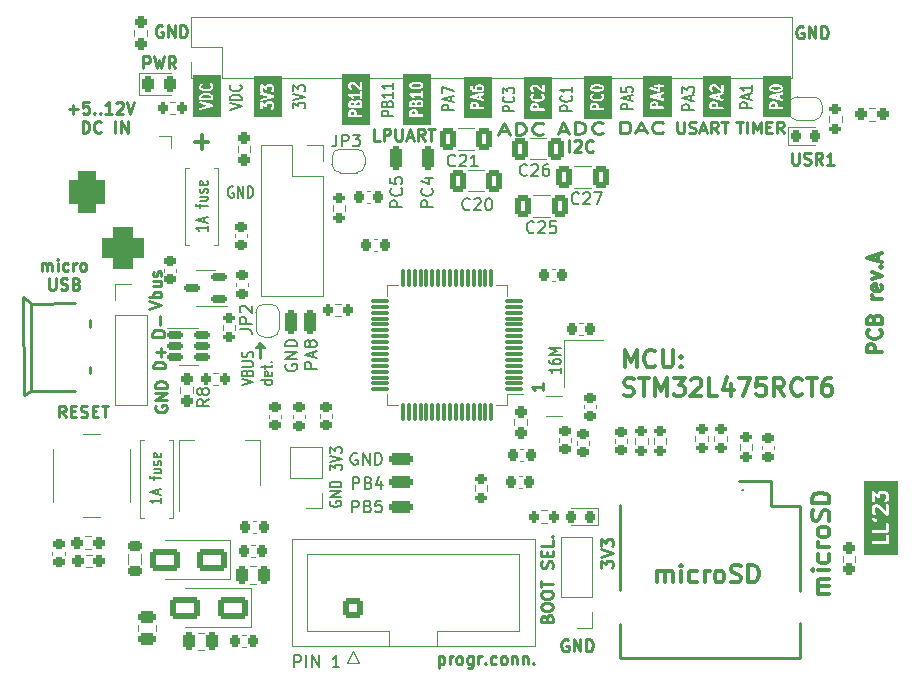
<source format=gto>
G04 #@! TF.GenerationSoftware,KiCad,Pcbnew,7.0.5-4d25ed1034~172~ubuntu22.04.1*
G04 #@! TF.CreationDate,2023-06-04T18:10:59+03:00*
G04 #@! TF.ProjectId,STM32L475-protoboard,53544d33-324c-4343-9735-2d70726f746f,rev?*
G04 #@! TF.SameCoordinates,Original*
G04 #@! TF.FileFunction,Legend,Top*
G04 #@! TF.FilePolarity,Positive*
%FSLAX46Y46*%
G04 Gerber Fmt 4.6, Leading zero omitted, Abs format (unit mm)*
G04 Created by KiCad (PCBNEW 7.0.5-4d25ed1034~172~ubuntu22.04.1) date 2023-06-04 18:10:59*
%MOMM*%
%LPD*%
G01*
G04 APERTURE LIST*
G04 Aperture macros list*
%AMRoundRect*
0 Rectangle with rounded corners*
0 $1 Rounding radius*
0 $2 $3 $4 $5 $6 $7 $8 $9 X,Y pos of 4 corners*
0 Add a 4 corners polygon primitive as box body*
4,1,4,$2,$3,$4,$5,$6,$7,$8,$9,$2,$3,0*
0 Add four circle primitives for the rounded corners*
1,1,$1+$1,$2,$3*
1,1,$1+$1,$4,$5*
1,1,$1+$1,$6,$7*
1,1,$1+$1,$8,$9*
0 Add four rect primitives between the rounded corners*
20,1,$1+$1,$2,$3,$4,$5,0*
20,1,$1+$1,$4,$5,$6,$7,0*
20,1,$1+$1,$6,$7,$8,$9,0*
20,1,$1+$1,$8,$9,$2,$3,0*%
%AMFreePoly0*
4,1,19,0.500000,-0.750000,0.000000,-0.750000,0.000000,-0.744911,-0.071157,-0.744911,-0.207708,-0.704816,-0.327430,-0.627875,-0.420627,-0.520320,-0.479746,-0.390866,-0.500000,-0.250000,-0.500000,0.250000,-0.479746,0.390866,-0.420627,0.520320,-0.327430,0.627875,-0.207708,0.704816,-0.071157,0.744911,0.000000,0.744911,0.000000,0.750000,0.500000,0.750000,0.500000,-0.750000,0.500000,-0.750000,
$1*%
%AMFreePoly1*
4,1,19,0.000000,0.744911,0.071157,0.744911,0.207708,0.704816,0.327430,0.627875,0.420627,0.520320,0.479746,0.390866,0.500000,0.250000,0.500000,-0.250000,0.479746,-0.390866,0.420627,-0.520320,0.327430,-0.627875,0.207708,-0.704816,0.071157,-0.744911,0.000000,-0.744911,0.000000,-0.750000,-0.500000,-0.750000,-0.500000,0.750000,0.000000,0.750000,0.000000,0.744911,0.000000,0.744911,
$1*%
G04 Aperture macros list end*
%ADD10C,0.250000*%
%ADD11C,0.150000*%
%ADD12C,0.200000*%
%ADD13C,0.350000*%
%ADD14C,0.375000*%
%ADD15C,0.300000*%
%ADD16C,0.120000*%
%ADD17RoundRect,0.237500X-0.237500X0.250000X-0.237500X-0.250000X0.237500X-0.250000X0.237500X0.250000X0*%
%ADD18RoundRect,0.225000X-0.250000X0.225000X-0.250000X-0.225000X0.250000X-0.225000X0.250000X0.225000X0*%
%ADD19RoundRect,0.200000X-0.275000X0.200000X-0.275000X-0.200000X0.275000X-0.200000X0.275000X0.200000X0*%
%ADD20RoundRect,0.225000X-0.225000X-0.250000X0.225000X-0.250000X0.225000X0.250000X-0.225000X0.250000X0*%
%ADD21RoundRect,0.250000X0.412500X0.650000X-0.412500X0.650000X-0.412500X-0.650000X0.412500X-0.650000X0*%
%ADD22RoundRect,0.250000X0.600000X-0.600000X0.600000X0.600000X-0.600000X0.600000X-0.600000X-0.600000X0*%
%ADD23C,1.700000*%
%ADD24RoundRect,0.225000X0.250000X-0.225000X0.250000X0.225000X-0.250000X0.225000X-0.250000X-0.225000X0*%
%ADD25RoundRect,0.250000X-0.750000X0.250000X-0.750000X-0.250000X0.750000X-0.250000X0.750000X0.250000X0*%
%ADD26RoundRect,0.250000X0.750000X-0.250000X0.750000X0.250000X-0.750000X0.250000X-0.750000X-0.250000X0*%
%ADD27RoundRect,0.200000X0.275000X-0.200000X0.275000X0.200000X-0.275000X0.200000X-0.275000X-0.200000X0*%
%ADD28C,0.600000*%
%ADD29R,2.100000X0.400000*%
%ADD30R,1.000000X1.500000*%
%ADD31O,2.400000X1.100000*%
%ADD32R,1.900000X1.900000*%
%ADD33C,1.200000*%
%ADD34R,0.700000X1.600000*%
%ADD35R,1.200000X1.500000*%
%ADD36R,1.200000X2.200000*%
%ADD37R,1.600000X1.500000*%
%ADD38RoundRect,0.150000X-0.512500X-0.150000X0.512500X-0.150000X0.512500X0.150000X-0.512500X0.150000X0*%
%ADD39C,2.600000*%
%ADD40C,3.800000*%
%ADD41RoundRect,0.075000X0.700000X0.075000X-0.700000X0.075000X-0.700000X-0.075000X0.700000X-0.075000X0*%
%ADD42RoundRect,0.075000X0.075000X0.700000X-0.075000X0.700000X-0.075000X-0.700000X0.075000X-0.700000X0*%
%ADD43RoundRect,0.250000X-0.412500X-0.650000X0.412500X-0.650000X0.412500X0.650000X-0.412500X0.650000X0*%
%ADD44RoundRect,0.237500X-0.250000X-0.237500X0.250000X-0.237500X0.250000X0.237500X-0.250000X0.237500X0*%
%ADD45RoundRect,0.250000X-0.250000X-0.750000X0.250000X-0.750000X0.250000X0.750000X-0.250000X0.750000X0*%
%ADD46RoundRect,0.218750X0.218750X0.256250X-0.218750X0.256250X-0.218750X-0.256250X0.218750X-0.256250X0*%
%ADD47R,1.000000X1.800000*%
%ADD48R,1.700000X1.700000*%
%ADD49O,1.700000X1.700000*%
%ADD50RoundRect,0.225000X0.225000X0.250000X-0.225000X0.250000X-0.225000X-0.250000X0.225000X-0.250000X0*%
%ADD51RoundRect,0.250000X0.250000X0.750000X-0.250000X0.750000X-0.250000X-0.750000X0.250000X-0.750000X0*%
%ADD52C,3.600000*%
%ADD53C,5.600000*%
%ADD54RoundRect,0.250000X-0.250000X-0.475000X0.250000X-0.475000X0.250000X0.475000X-0.250000X0.475000X0*%
%ADD55C,2.000000*%
%ADD56RoundRect,0.243750X-0.243750X-0.456250X0.243750X-0.456250X0.243750X0.456250X-0.243750X0.456250X0*%
%ADD57C,1.600000*%
%ADD58O,1.600000X1.600000*%
%ADD59RoundRect,0.250000X1.000000X0.650000X-1.000000X0.650000X-1.000000X-0.650000X1.000000X-0.650000X0*%
%ADD60FreePoly0,0.000000*%
%ADD61FreePoly1,0.000000*%
%ADD62RoundRect,0.250000X-0.475000X0.250000X-0.475000X-0.250000X0.475000X-0.250000X0.475000X0.250000X0*%
%ADD63FreePoly0,270.000000*%
%ADD64FreePoly1,270.000000*%
%ADD65RoundRect,0.200000X-0.200000X-0.275000X0.200000X-0.275000X0.200000X0.275000X-0.200000X0.275000X0*%
%ADD66RoundRect,0.237500X0.237500X-0.250000X0.237500X0.250000X-0.237500X0.250000X-0.237500X-0.250000X0*%
%ADD67RoundRect,0.218750X-0.381250X0.218750X-0.381250X-0.218750X0.381250X-0.218750X0.381250X0.218750X0*%
%ADD68RoundRect,0.250000X0.250000X0.475000X-0.250000X0.475000X-0.250000X-0.475000X0.250000X-0.475000X0*%
%ADD69RoundRect,0.200000X0.200000X0.275000X-0.200000X0.275000X-0.200000X-0.275000X0.200000X-0.275000X0*%
%ADD70R,3.500000X3.500000*%
%ADD71RoundRect,0.750000X-0.750000X-1.000000X0.750000X-1.000000X0.750000X1.000000X-0.750000X1.000000X0*%
%ADD72RoundRect,0.875000X-0.875000X-0.875000X0.875000X-0.875000X0.875000X0.875000X-0.875000X0.875000X0*%
%ADD73R,1.500000X2.000000*%
%ADD74R,3.800000X2.000000*%
%ADD75RoundRect,0.218750X-0.218750X-0.256250X0.218750X-0.256250X0.218750X0.256250X-0.218750X0.256250X0*%
%ADD76R,1.200000X1.400000*%
%ADD77RoundRect,0.150000X0.512500X0.150000X-0.512500X0.150000X-0.512500X-0.150000X0.512500X-0.150000X0*%
G04 APERTURE END LIST*
D10*
X85700000Y-79175000D02*
X85700000Y-78275000D01*
D11*
X86050000Y-78325000D02*
X85350000Y-78325000D01*
X85700000Y-77875000D01*
X86050000Y-78325000D01*
G36*
X86050000Y-78325000D02*
G01*
X85350000Y-78325000D01*
X85700000Y-77875000D01*
X86050000Y-78325000D01*
G37*
D12*
X91602219Y-88665476D02*
X91602219Y-88170238D01*
X91602219Y-88170238D02*
X91983171Y-88436904D01*
X91983171Y-88436904D02*
X91983171Y-88322619D01*
X91983171Y-88322619D02*
X92030790Y-88246428D01*
X92030790Y-88246428D02*
X92078409Y-88208333D01*
X92078409Y-88208333D02*
X92173647Y-88170238D01*
X92173647Y-88170238D02*
X92411742Y-88170238D01*
X92411742Y-88170238D02*
X92506980Y-88208333D01*
X92506980Y-88208333D02*
X92554600Y-88246428D01*
X92554600Y-88246428D02*
X92602219Y-88322619D01*
X92602219Y-88322619D02*
X92602219Y-88551190D01*
X92602219Y-88551190D02*
X92554600Y-88627381D01*
X92554600Y-88627381D02*
X92506980Y-88665476D01*
X91602219Y-87941666D02*
X92602219Y-87674999D01*
X92602219Y-87674999D02*
X91602219Y-87408333D01*
X91602219Y-87217857D02*
X91602219Y-86722619D01*
X91602219Y-86722619D02*
X91983171Y-86989285D01*
X91983171Y-86989285D02*
X91983171Y-86875000D01*
X91983171Y-86875000D02*
X92030790Y-86798809D01*
X92030790Y-86798809D02*
X92078409Y-86760714D01*
X92078409Y-86760714D02*
X92173647Y-86722619D01*
X92173647Y-86722619D02*
X92411742Y-86722619D01*
X92411742Y-86722619D02*
X92506980Y-86760714D01*
X92506980Y-86760714D02*
X92554600Y-86798809D01*
X92554600Y-86798809D02*
X92602219Y-86875000D01*
X92602219Y-86875000D02*
X92602219Y-87103571D01*
X92602219Y-87103571D02*
X92554600Y-87179762D01*
X92554600Y-87179762D02*
X92506980Y-87217857D01*
D10*
X130711905Y-61774619D02*
X130711905Y-62584142D01*
X130711905Y-62584142D02*
X130759524Y-62679380D01*
X130759524Y-62679380D02*
X130807143Y-62727000D01*
X130807143Y-62727000D02*
X130902381Y-62774619D01*
X130902381Y-62774619D02*
X131092857Y-62774619D01*
X131092857Y-62774619D02*
X131188095Y-62727000D01*
X131188095Y-62727000D02*
X131235714Y-62679380D01*
X131235714Y-62679380D02*
X131283333Y-62584142D01*
X131283333Y-62584142D02*
X131283333Y-61774619D01*
X131711905Y-62727000D02*
X131854762Y-62774619D01*
X131854762Y-62774619D02*
X132092857Y-62774619D01*
X132092857Y-62774619D02*
X132188095Y-62727000D01*
X132188095Y-62727000D02*
X132235714Y-62679380D01*
X132235714Y-62679380D02*
X132283333Y-62584142D01*
X132283333Y-62584142D02*
X132283333Y-62488904D01*
X132283333Y-62488904D02*
X132235714Y-62393666D01*
X132235714Y-62393666D02*
X132188095Y-62346047D01*
X132188095Y-62346047D02*
X132092857Y-62298428D01*
X132092857Y-62298428D02*
X131902381Y-62250809D01*
X131902381Y-62250809D02*
X131807143Y-62203190D01*
X131807143Y-62203190D02*
X131759524Y-62155571D01*
X131759524Y-62155571D02*
X131711905Y-62060333D01*
X131711905Y-62060333D02*
X131711905Y-61965095D01*
X131711905Y-61965095D02*
X131759524Y-61869857D01*
X131759524Y-61869857D02*
X131807143Y-61822238D01*
X131807143Y-61822238D02*
X131902381Y-61774619D01*
X131902381Y-61774619D02*
X132140476Y-61774619D01*
X132140476Y-61774619D02*
X132283333Y-61822238D01*
X133283333Y-62774619D02*
X132950000Y-62298428D01*
X132711905Y-62774619D02*
X132711905Y-61774619D01*
X132711905Y-61774619D02*
X133092857Y-61774619D01*
X133092857Y-61774619D02*
X133188095Y-61822238D01*
X133188095Y-61822238D02*
X133235714Y-61869857D01*
X133235714Y-61869857D02*
X133283333Y-61965095D01*
X133283333Y-61965095D02*
X133283333Y-62107952D01*
X133283333Y-62107952D02*
X133235714Y-62203190D01*
X133235714Y-62203190D02*
X133188095Y-62250809D01*
X133188095Y-62250809D02*
X133092857Y-62298428D01*
X133092857Y-62298428D02*
X132711905Y-62298428D01*
X134235714Y-62774619D02*
X133664286Y-62774619D01*
X133950000Y-62774619D02*
X133950000Y-61774619D01*
X133950000Y-61774619D02*
X133854762Y-61917476D01*
X133854762Y-61917476D02*
X133759524Y-62012714D01*
X133759524Y-62012714D02*
X133664286Y-62060333D01*
D12*
X81217219Y-67933898D02*
X81217219Y-68391041D01*
X81217219Y-68162469D02*
X80217219Y-68162469D01*
X80217219Y-68162469D02*
X80360076Y-68238660D01*
X80360076Y-68238660D02*
X80455314Y-68314850D01*
X80455314Y-68314850D02*
X80502933Y-68391041D01*
X80931504Y-67629136D02*
X80931504Y-67248183D01*
X81217219Y-67705326D02*
X80217219Y-67438659D01*
X80217219Y-67438659D02*
X81217219Y-67171993D01*
X80550552Y-66410088D02*
X80550552Y-66105326D01*
X81217219Y-66295802D02*
X80360076Y-66295802D01*
X80360076Y-66295802D02*
X80264838Y-66257707D01*
X80264838Y-66257707D02*
X80217219Y-66181517D01*
X80217219Y-66181517D02*
X80217219Y-66105326D01*
X80550552Y-65495802D02*
X81217219Y-65495802D01*
X80550552Y-65838659D02*
X81074361Y-65838659D01*
X81074361Y-65838659D02*
X81169600Y-65800564D01*
X81169600Y-65800564D02*
X81217219Y-65724374D01*
X81217219Y-65724374D02*
X81217219Y-65610088D01*
X81217219Y-65610088D02*
X81169600Y-65533897D01*
X81169600Y-65533897D02*
X81121980Y-65495802D01*
X81169600Y-65152945D02*
X81217219Y-65076754D01*
X81217219Y-65076754D02*
X81217219Y-64924373D01*
X81217219Y-64924373D02*
X81169600Y-64848183D01*
X81169600Y-64848183D02*
X81074361Y-64810087D01*
X81074361Y-64810087D02*
X81026742Y-64810087D01*
X81026742Y-64810087D02*
X80931504Y-64848183D01*
X80931504Y-64848183D02*
X80883885Y-64924373D01*
X80883885Y-64924373D02*
X80883885Y-65038659D01*
X80883885Y-65038659D02*
X80836266Y-65114849D01*
X80836266Y-65114849D02*
X80741028Y-65152945D01*
X80741028Y-65152945D02*
X80693409Y-65152945D01*
X80693409Y-65152945D02*
X80598171Y-65114849D01*
X80598171Y-65114849D02*
X80550552Y-65038659D01*
X80550552Y-65038659D02*
X80550552Y-64924373D01*
X80550552Y-64924373D02*
X80598171Y-64848183D01*
X81169600Y-64162468D02*
X81217219Y-64238659D01*
X81217219Y-64238659D02*
X81217219Y-64391040D01*
X81217219Y-64391040D02*
X81169600Y-64467230D01*
X81169600Y-64467230D02*
X81074361Y-64505326D01*
X81074361Y-64505326D02*
X80693409Y-64505326D01*
X80693409Y-64505326D02*
X80598171Y-64467230D01*
X80598171Y-64467230D02*
X80550552Y-64391040D01*
X80550552Y-64391040D02*
X80550552Y-64238659D01*
X80550552Y-64238659D02*
X80598171Y-64162468D01*
X80598171Y-64162468D02*
X80693409Y-64124373D01*
X80693409Y-64124373D02*
X80788647Y-64124373D01*
X80788647Y-64124373D02*
X80883885Y-64505326D01*
X77317219Y-90983898D02*
X77317219Y-91441041D01*
X77317219Y-91212469D02*
X76317219Y-91212469D01*
X76317219Y-91212469D02*
X76460076Y-91288660D01*
X76460076Y-91288660D02*
X76555314Y-91364850D01*
X76555314Y-91364850D02*
X76602933Y-91441041D01*
X77031504Y-90679136D02*
X77031504Y-90298183D01*
X77317219Y-90755326D02*
X76317219Y-90488659D01*
X76317219Y-90488659D02*
X77317219Y-90221993D01*
X76650552Y-89460088D02*
X76650552Y-89155326D01*
X77317219Y-89345802D02*
X76460076Y-89345802D01*
X76460076Y-89345802D02*
X76364838Y-89307707D01*
X76364838Y-89307707D02*
X76317219Y-89231517D01*
X76317219Y-89231517D02*
X76317219Y-89155326D01*
X76650552Y-88545802D02*
X77317219Y-88545802D01*
X76650552Y-88888659D02*
X77174361Y-88888659D01*
X77174361Y-88888659D02*
X77269600Y-88850564D01*
X77269600Y-88850564D02*
X77317219Y-88774374D01*
X77317219Y-88774374D02*
X77317219Y-88660088D01*
X77317219Y-88660088D02*
X77269600Y-88583897D01*
X77269600Y-88583897D02*
X77221980Y-88545802D01*
X77269600Y-88202945D02*
X77317219Y-88126754D01*
X77317219Y-88126754D02*
X77317219Y-87974373D01*
X77317219Y-87974373D02*
X77269600Y-87898183D01*
X77269600Y-87898183D02*
X77174361Y-87860087D01*
X77174361Y-87860087D02*
X77126742Y-87860087D01*
X77126742Y-87860087D02*
X77031504Y-87898183D01*
X77031504Y-87898183D02*
X76983885Y-87974373D01*
X76983885Y-87974373D02*
X76983885Y-88088659D01*
X76983885Y-88088659D02*
X76936266Y-88164849D01*
X76936266Y-88164849D02*
X76841028Y-88202945D01*
X76841028Y-88202945D02*
X76793409Y-88202945D01*
X76793409Y-88202945D02*
X76698171Y-88164849D01*
X76698171Y-88164849D02*
X76650552Y-88088659D01*
X76650552Y-88088659D02*
X76650552Y-87974373D01*
X76650552Y-87974373D02*
X76698171Y-87898183D01*
X77269600Y-87212468D02*
X77317219Y-87288659D01*
X77317219Y-87288659D02*
X77317219Y-87441040D01*
X77317219Y-87441040D02*
X77269600Y-87517230D01*
X77269600Y-87517230D02*
X77174361Y-87555326D01*
X77174361Y-87555326D02*
X76793409Y-87555326D01*
X76793409Y-87555326D02*
X76698171Y-87517230D01*
X76698171Y-87517230D02*
X76650552Y-87441040D01*
X76650552Y-87441040D02*
X76650552Y-87288659D01*
X76650552Y-87288659D02*
X76698171Y-87212468D01*
X76698171Y-87212468D02*
X76793409Y-87174373D01*
X76793409Y-87174373D02*
X76888647Y-87174373D01*
X76888647Y-87174373D02*
X76983885Y-87555326D01*
X91599838Y-91284523D02*
X91552219Y-91360713D01*
X91552219Y-91360713D02*
X91552219Y-91474999D01*
X91552219Y-91474999D02*
X91599838Y-91589285D01*
X91599838Y-91589285D02*
X91695076Y-91665475D01*
X91695076Y-91665475D02*
X91790314Y-91703570D01*
X91790314Y-91703570D02*
X91980790Y-91741666D01*
X91980790Y-91741666D02*
X92123647Y-91741666D01*
X92123647Y-91741666D02*
X92314123Y-91703570D01*
X92314123Y-91703570D02*
X92409361Y-91665475D01*
X92409361Y-91665475D02*
X92504600Y-91589285D01*
X92504600Y-91589285D02*
X92552219Y-91474999D01*
X92552219Y-91474999D02*
X92552219Y-91398808D01*
X92552219Y-91398808D02*
X92504600Y-91284523D01*
X92504600Y-91284523D02*
X92456980Y-91246427D01*
X92456980Y-91246427D02*
X92123647Y-91246427D01*
X92123647Y-91246427D02*
X92123647Y-91398808D01*
X92552219Y-90903570D02*
X91552219Y-90903570D01*
X91552219Y-90903570D02*
X92552219Y-90446427D01*
X92552219Y-90446427D02*
X91552219Y-90446427D01*
X92552219Y-90065475D02*
X91552219Y-90065475D01*
X91552219Y-90065475D02*
X91552219Y-89874999D01*
X91552219Y-89874999D02*
X91599838Y-89760713D01*
X91599838Y-89760713D02*
X91695076Y-89684523D01*
X91695076Y-89684523D02*
X91790314Y-89646428D01*
X91790314Y-89646428D02*
X91980790Y-89608332D01*
X91980790Y-89608332D02*
X92123647Y-89608332D01*
X92123647Y-89608332D02*
X92314123Y-89646428D01*
X92314123Y-89646428D02*
X92409361Y-89684523D01*
X92409361Y-89684523D02*
X92504600Y-89760713D01*
X92504600Y-89760713D02*
X92552219Y-89874999D01*
X92552219Y-89874999D02*
X92552219Y-90065475D01*
D10*
X67192857Y-71769619D02*
X67192857Y-71102952D01*
X67192857Y-71198190D02*
X67240476Y-71150571D01*
X67240476Y-71150571D02*
X67335714Y-71102952D01*
X67335714Y-71102952D02*
X67478571Y-71102952D01*
X67478571Y-71102952D02*
X67573809Y-71150571D01*
X67573809Y-71150571D02*
X67621428Y-71245809D01*
X67621428Y-71245809D02*
X67621428Y-71769619D01*
X67621428Y-71245809D02*
X67669047Y-71150571D01*
X67669047Y-71150571D02*
X67764285Y-71102952D01*
X67764285Y-71102952D02*
X67907142Y-71102952D01*
X67907142Y-71102952D02*
X68002381Y-71150571D01*
X68002381Y-71150571D02*
X68050000Y-71245809D01*
X68050000Y-71245809D02*
X68050000Y-71769619D01*
X68526190Y-71769619D02*
X68526190Y-71102952D01*
X68526190Y-70769619D02*
X68478571Y-70817238D01*
X68478571Y-70817238D02*
X68526190Y-70864857D01*
X68526190Y-70864857D02*
X68573809Y-70817238D01*
X68573809Y-70817238D02*
X68526190Y-70769619D01*
X68526190Y-70769619D02*
X68526190Y-70864857D01*
X69430951Y-71722000D02*
X69335713Y-71769619D01*
X69335713Y-71769619D02*
X69145237Y-71769619D01*
X69145237Y-71769619D02*
X69049999Y-71722000D01*
X69049999Y-71722000D02*
X69002380Y-71674380D01*
X69002380Y-71674380D02*
X68954761Y-71579142D01*
X68954761Y-71579142D02*
X68954761Y-71293428D01*
X68954761Y-71293428D02*
X69002380Y-71198190D01*
X69002380Y-71198190D02*
X69049999Y-71150571D01*
X69049999Y-71150571D02*
X69145237Y-71102952D01*
X69145237Y-71102952D02*
X69335713Y-71102952D01*
X69335713Y-71102952D02*
X69430951Y-71150571D01*
X69859523Y-71769619D02*
X69859523Y-71102952D01*
X69859523Y-71293428D02*
X69907142Y-71198190D01*
X69907142Y-71198190D02*
X69954761Y-71150571D01*
X69954761Y-71150571D02*
X70049999Y-71102952D01*
X70049999Y-71102952D02*
X70145237Y-71102952D01*
X70621428Y-71769619D02*
X70526190Y-71722000D01*
X70526190Y-71722000D02*
X70478571Y-71674380D01*
X70478571Y-71674380D02*
X70430952Y-71579142D01*
X70430952Y-71579142D02*
X70430952Y-71293428D01*
X70430952Y-71293428D02*
X70478571Y-71198190D01*
X70478571Y-71198190D02*
X70526190Y-71150571D01*
X70526190Y-71150571D02*
X70621428Y-71102952D01*
X70621428Y-71102952D02*
X70764285Y-71102952D01*
X70764285Y-71102952D02*
X70859523Y-71150571D01*
X70859523Y-71150571D02*
X70907142Y-71198190D01*
X70907142Y-71198190D02*
X70954761Y-71293428D01*
X70954761Y-71293428D02*
X70954761Y-71579142D01*
X70954761Y-71579142D02*
X70907142Y-71674380D01*
X70907142Y-71674380D02*
X70859523Y-71722000D01*
X70859523Y-71722000D02*
X70764285Y-71769619D01*
X70764285Y-71769619D02*
X70621428Y-71769619D01*
X67788095Y-72379619D02*
X67788095Y-73189142D01*
X67788095Y-73189142D02*
X67835714Y-73284380D01*
X67835714Y-73284380D02*
X67883333Y-73332000D01*
X67883333Y-73332000D02*
X67978571Y-73379619D01*
X67978571Y-73379619D02*
X68169047Y-73379619D01*
X68169047Y-73379619D02*
X68264285Y-73332000D01*
X68264285Y-73332000D02*
X68311904Y-73284380D01*
X68311904Y-73284380D02*
X68359523Y-73189142D01*
X68359523Y-73189142D02*
X68359523Y-72379619D01*
X68788095Y-73332000D02*
X68930952Y-73379619D01*
X68930952Y-73379619D02*
X69169047Y-73379619D01*
X69169047Y-73379619D02*
X69264285Y-73332000D01*
X69264285Y-73332000D02*
X69311904Y-73284380D01*
X69311904Y-73284380D02*
X69359523Y-73189142D01*
X69359523Y-73189142D02*
X69359523Y-73093904D01*
X69359523Y-73093904D02*
X69311904Y-72998666D01*
X69311904Y-72998666D02*
X69264285Y-72951047D01*
X69264285Y-72951047D02*
X69169047Y-72903428D01*
X69169047Y-72903428D02*
X68978571Y-72855809D01*
X68978571Y-72855809D02*
X68883333Y-72808190D01*
X68883333Y-72808190D02*
X68835714Y-72760571D01*
X68835714Y-72760571D02*
X68788095Y-72665333D01*
X68788095Y-72665333D02*
X68788095Y-72570095D01*
X68788095Y-72570095D02*
X68835714Y-72474857D01*
X68835714Y-72474857D02*
X68883333Y-72427238D01*
X68883333Y-72427238D02*
X68978571Y-72379619D01*
X68978571Y-72379619D02*
X69216666Y-72379619D01*
X69216666Y-72379619D02*
X69359523Y-72427238D01*
X70121428Y-72855809D02*
X70264285Y-72903428D01*
X70264285Y-72903428D02*
X70311904Y-72951047D01*
X70311904Y-72951047D02*
X70359523Y-73046285D01*
X70359523Y-73046285D02*
X70359523Y-73189142D01*
X70359523Y-73189142D02*
X70311904Y-73284380D01*
X70311904Y-73284380D02*
X70264285Y-73332000D01*
X70264285Y-73332000D02*
X70169047Y-73379619D01*
X70169047Y-73379619D02*
X69788095Y-73379619D01*
X69788095Y-73379619D02*
X69788095Y-72379619D01*
X69788095Y-72379619D02*
X70121428Y-72379619D01*
X70121428Y-72379619D02*
X70216666Y-72427238D01*
X70216666Y-72427238D02*
X70264285Y-72474857D01*
X70264285Y-72474857D02*
X70311904Y-72570095D01*
X70311904Y-72570095D02*
X70311904Y-72665333D01*
X70311904Y-72665333D02*
X70264285Y-72760571D01*
X70264285Y-72760571D02*
X70216666Y-72808190D01*
X70216666Y-72808190D02*
X70121428Y-72855809D01*
X70121428Y-72855809D02*
X69788095Y-72855809D01*
X76822238Y-83186904D02*
X76774619Y-83282142D01*
X76774619Y-83282142D02*
X76774619Y-83424999D01*
X76774619Y-83424999D02*
X76822238Y-83567856D01*
X76822238Y-83567856D02*
X76917476Y-83663094D01*
X76917476Y-83663094D02*
X77012714Y-83710713D01*
X77012714Y-83710713D02*
X77203190Y-83758332D01*
X77203190Y-83758332D02*
X77346047Y-83758332D01*
X77346047Y-83758332D02*
X77536523Y-83710713D01*
X77536523Y-83710713D02*
X77631761Y-83663094D01*
X77631761Y-83663094D02*
X77727000Y-83567856D01*
X77727000Y-83567856D02*
X77774619Y-83424999D01*
X77774619Y-83424999D02*
X77774619Y-83329761D01*
X77774619Y-83329761D02*
X77727000Y-83186904D01*
X77727000Y-83186904D02*
X77679380Y-83139285D01*
X77679380Y-83139285D02*
X77346047Y-83139285D01*
X77346047Y-83139285D02*
X77346047Y-83329761D01*
X77774619Y-82710713D02*
X76774619Y-82710713D01*
X76774619Y-82710713D02*
X77774619Y-82139285D01*
X77774619Y-82139285D02*
X76774619Y-82139285D01*
X77774619Y-81663094D02*
X76774619Y-81663094D01*
X76774619Y-81663094D02*
X76774619Y-81424999D01*
X76774619Y-81424999D02*
X76822238Y-81282142D01*
X76822238Y-81282142D02*
X76917476Y-81186904D01*
X76917476Y-81186904D02*
X77012714Y-81139285D01*
X77012714Y-81139285D02*
X77203190Y-81091666D01*
X77203190Y-81091666D02*
X77346047Y-81091666D01*
X77346047Y-81091666D02*
X77536523Y-81139285D01*
X77536523Y-81139285D02*
X77631761Y-81186904D01*
X77631761Y-81186904D02*
X77727000Y-81282142D01*
X77727000Y-81282142D02*
X77774619Y-81424999D01*
X77774619Y-81424999D02*
X77774619Y-81663094D01*
D12*
X83390476Y-64634838D02*
X83314286Y-64587219D01*
X83314286Y-64587219D02*
X83200000Y-64587219D01*
X83200000Y-64587219D02*
X83085714Y-64634838D01*
X83085714Y-64634838D02*
X83009524Y-64730076D01*
X83009524Y-64730076D02*
X82971429Y-64825314D01*
X82971429Y-64825314D02*
X82933333Y-65015790D01*
X82933333Y-65015790D02*
X82933333Y-65158647D01*
X82933333Y-65158647D02*
X82971429Y-65349123D01*
X82971429Y-65349123D02*
X83009524Y-65444361D01*
X83009524Y-65444361D02*
X83085714Y-65539600D01*
X83085714Y-65539600D02*
X83200000Y-65587219D01*
X83200000Y-65587219D02*
X83276191Y-65587219D01*
X83276191Y-65587219D02*
X83390476Y-65539600D01*
X83390476Y-65539600D02*
X83428572Y-65491980D01*
X83428572Y-65491980D02*
X83428572Y-65158647D01*
X83428572Y-65158647D02*
X83276191Y-65158647D01*
X83771429Y-65587219D02*
X83771429Y-64587219D01*
X83771429Y-64587219D02*
X84228572Y-65587219D01*
X84228572Y-65587219D02*
X84228572Y-64587219D01*
X84609524Y-65587219D02*
X84609524Y-64587219D01*
X84609524Y-64587219D02*
X84800000Y-64587219D01*
X84800000Y-64587219D02*
X84914286Y-64634838D01*
X84914286Y-64634838D02*
X84990476Y-64730076D01*
X84990476Y-64730076D02*
X85028571Y-64825314D01*
X85028571Y-64825314D02*
X85066667Y-65015790D01*
X85066667Y-65015790D02*
X85066667Y-65158647D01*
X85066667Y-65158647D02*
X85028571Y-65349123D01*
X85028571Y-65349123D02*
X84990476Y-65444361D01*
X84990476Y-65444361D02*
X84914286Y-65539600D01*
X84914286Y-65539600D02*
X84800000Y-65587219D01*
X84800000Y-65587219D02*
X84609524Y-65587219D01*
D10*
X77624619Y-80030951D02*
X76624619Y-80030951D01*
X76624619Y-80030951D02*
X76624619Y-79792856D01*
X76624619Y-79792856D02*
X76672238Y-79649999D01*
X76672238Y-79649999D02*
X76767476Y-79554761D01*
X76767476Y-79554761D02*
X76862714Y-79507142D01*
X76862714Y-79507142D02*
X77053190Y-79459523D01*
X77053190Y-79459523D02*
X77196047Y-79459523D01*
X77196047Y-79459523D02*
X77386523Y-79507142D01*
X77386523Y-79507142D02*
X77481761Y-79554761D01*
X77481761Y-79554761D02*
X77577000Y-79649999D01*
X77577000Y-79649999D02*
X77624619Y-79792856D01*
X77624619Y-79792856D02*
X77624619Y-80030951D01*
X77243666Y-79030951D02*
X77243666Y-78269047D01*
X77624619Y-78649999D02*
X76862714Y-78649999D01*
D13*
X116537405Y-79943228D02*
X116537405Y-78443228D01*
X116537405Y-78443228D02*
X117037405Y-79514657D01*
X117037405Y-79514657D02*
X117537405Y-78443228D01*
X117537405Y-78443228D02*
X117537405Y-79943228D01*
X119108834Y-79800371D02*
X119037406Y-79871800D01*
X119037406Y-79871800D02*
X118823120Y-79943228D01*
X118823120Y-79943228D02*
X118680263Y-79943228D01*
X118680263Y-79943228D02*
X118465977Y-79871800D01*
X118465977Y-79871800D02*
X118323120Y-79728942D01*
X118323120Y-79728942D02*
X118251691Y-79586085D01*
X118251691Y-79586085D02*
X118180263Y-79300371D01*
X118180263Y-79300371D02*
X118180263Y-79086085D01*
X118180263Y-79086085D02*
X118251691Y-78800371D01*
X118251691Y-78800371D02*
X118323120Y-78657514D01*
X118323120Y-78657514D02*
X118465977Y-78514657D01*
X118465977Y-78514657D02*
X118680263Y-78443228D01*
X118680263Y-78443228D02*
X118823120Y-78443228D01*
X118823120Y-78443228D02*
X119037406Y-78514657D01*
X119037406Y-78514657D02*
X119108834Y-78586085D01*
X119751691Y-78443228D02*
X119751691Y-79657514D01*
X119751691Y-79657514D02*
X119823120Y-79800371D01*
X119823120Y-79800371D02*
X119894549Y-79871800D01*
X119894549Y-79871800D02*
X120037406Y-79943228D01*
X120037406Y-79943228D02*
X120323120Y-79943228D01*
X120323120Y-79943228D02*
X120465977Y-79871800D01*
X120465977Y-79871800D02*
X120537406Y-79800371D01*
X120537406Y-79800371D02*
X120608834Y-79657514D01*
X120608834Y-79657514D02*
X120608834Y-78443228D01*
X121323120Y-79800371D02*
X121394549Y-79871800D01*
X121394549Y-79871800D02*
X121323120Y-79943228D01*
X121323120Y-79943228D02*
X121251692Y-79871800D01*
X121251692Y-79871800D02*
X121323120Y-79800371D01*
X121323120Y-79800371D02*
X121323120Y-79943228D01*
X121323120Y-79014657D02*
X121394549Y-79086085D01*
X121394549Y-79086085D02*
X121323120Y-79157514D01*
X121323120Y-79157514D02*
X121251692Y-79086085D01*
X121251692Y-79086085D02*
X121323120Y-79014657D01*
X121323120Y-79014657D02*
X121323120Y-79157514D01*
X116465977Y-82286800D02*
X116680263Y-82358228D01*
X116680263Y-82358228D02*
X117037405Y-82358228D01*
X117037405Y-82358228D02*
X117180263Y-82286800D01*
X117180263Y-82286800D02*
X117251691Y-82215371D01*
X117251691Y-82215371D02*
X117323120Y-82072514D01*
X117323120Y-82072514D02*
X117323120Y-81929657D01*
X117323120Y-81929657D02*
X117251691Y-81786800D01*
X117251691Y-81786800D02*
X117180263Y-81715371D01*
X117180263Y-81715371D02*
X117037405Y-81643942D01*
X117037405Y-81643942D02*
X116751691Y-81572514D01*
X116751691Y-81572514D02*
X116608834Y-81501085D01*
X116608834Y-81501085D02*
X116537405Y-81429657D01*
X116537405Y-81429657D02*
X116465977Y-81286800D01*
X116465977Y-81286800D02*
X116465977Y-81143942D01*
X116465977Y-81143942D02*
X116537405Y-81001085D01*
X116537405Y-81001085D02*
X116608834Y-80929657D01*
X116608834Y-80929657D02*
X116751691Y-80858228D01*
X116751691Y-80858228D02*
X117108834Y-80858228D01*
X117108834Y-80858228D02*
X117323120Y-80929657D01*
X117751691Y-80858228D02*
X118608834Y-80858228D01*
X118180262Y-82358228D02*
X118180262Y-80858228D01*
X119108833Y-82358228D02*
X119108833Y-80858228D01*
X119108833Y-80858228D02*
X119608833Y-81929657D01*
X119608833Y-81929657D02*
X120108833Y-80858228D01*
X120108833Y-80858228D02*
X120108833Y-82358228D01*
X120680262Y-80858228D02*
X121608834Y-80858228D01*
X121608834Y-80858228D02*
X121108834Y-81429657D01*
X121108834Y-81429657D02*
X121323119Y-81429657D01*
X121323119Y-81429657D02*
X121465977Y-81501085D01*
X121465977Y-81501085D02*
X121537405Y-81572514D01*
X121537405Y-81572514D02*
X121608834Y-81715371D01*
X121608834Y-81715371D02*
X121608834Y-82072514D01*
X121608834Y-82072514D02*
X121537405Y-82215371D01*
X121537405Y-82215371D02*
X121465977Y-82286800D01*
X121465977Y-82286800D02*
X121323119Y-82358228D01*
X121323119Y-82358228D02*
X120894548Y-82358228D01*
X120894548Y-82358228D02*
X120751691Y-82286800D01*
X120751691Y-82286800D02*
X120680262Y-82215371D01*
X122180262Y-81001085D02*
X122251690Y-80929657D01*
X122251690Y-80929657D02*
X122394548Y-80858228D01*
X122394548Y-80858228D02*
X122751690Y-80858228D01*
X122751690Y-80858228D02*
X122894548Y-80929657D01*
X122894548Y-80929657D02*
X122965976Y-81001085D01*
X122965976Y-81001085D02*
X123037405Y-81143942D01*
X123037405Y-81143942D02*
X123037405Y-81286800D01*
X123037405Y-81286800D02*
X122965976Y-81501085D01*
X122965976Y-81501085D02*
X122108833Y-82358228D01*
X122108833Y-82358228D02*
X123037405Y-82358228D01*
X124394547Y-82358228D02*
X123680261Y-82358228D01*
X123680261Y-82358228D02*
X123680261Y-80858228D01*
X125537405Y-81358228D02*
X125537405Y-82358228D01*
X125180262Y-80786800D02*
X124823119Y-81858228D01*
X124823119Y-81858228D02*
X125751690Y-81858228D01*
X126180261Y-80858228D02*
X127180261Y-80858228D01*
X127180261Y-80858228D02*
X126537404Y-82358228D01*
X128465975Y-80858228D02*
X127751689Y-80858228D01*
X127751689Y-80858228D02*
X127680261Y-81572514D01*
X127680261Y-81572514D02*
X127751689Y-81501085D01*
X127751689Y-81501085D02*
X127894547Y-81429657D01*
X127894547Y-81429657D02*
X128251689Y-81429657D01*
X128251689Y-81429657D02*
X128394547Y-81501085D01*
X128394547Y-81501085D02*
X128465975Y-81572514D01*
X128465975Y-81572514D02*
X128537404Y-81715371D01*
X128537404Y-81715371D02*
X128537404Y-82072514D01*
X128537404Y-82072514D02*
X128465975Y-82215371D01*
X128465975Y-82215371D02*
X128394547Y-82286800D01*
X128394547Y-82286800D02*
X128251689Y-82358228D01*
X128251689Y-82358228D02*
X127894547Y-82358228D01*
X127894547Y-82358228D02*
X127751689Y-82286800D01*
X127751689Y-82286800D02*
X127680261Y-82215371D01*
X130037403Y-82358228D02*
X129537403Y-81643942D01*
X129180260Y-82358228D02*
X129180260Y-80858228D01*
X129180260Y-80858228D02*
X129751689Y-80858228D01*
X129751689Y-80858228D02*
X129894546Y-80929657D01*
X129894546Y-80929657D02*
X129965975Y-81001085D01*
X129965975Y-81001085D02*
X130037403Y-81143942D01*
X130037403Y-81143942D02*
X130037403Y-81358228D01*
X130037403Y-81358228D02*
X129965975Y-81501085D01*
X129965975Y-81501085D02*
X129894546Y-81572514D01*
X129894546Y-81572514D02*
X129751689Y-81643942D01*
X129751689Y-81643942D02*
X129180260Y-81643942D01*
X131537403Y-82215371D02*
X131465975Y-82286800D01*
X131465975Y-82286800D02*
X131251689Y-82358228D01*
X131251689Y-82358228D02*
X131108832Y-82358228D01*
X131108832Y-82358228D02*
X130894546Y-82286800D01*
X130894546Y-82286800D02*
X130751689Y-82143942D01*
X130751689Y-82143942D02*
X130680260Y-82001085D01*
X130680260Y-82001085D02*
X130608832Y-81715371D01*
X130608832Y-81715371D02*
X130608832Y-81501085D01*
X130608832Y-81501085D02*
X130680260Y-81215371D01*
X130680260Y-81215371D02*
X130751689Y-81072514D01*
X130751689Y-81072514D02*
X130894546Y-80929657D01*
X130894546Y-80929657D02*
X131108832Y-80858228D01*
X131108832Y-80858228D02*
X131251689Y-80858228D01*
X131251689Y-80858228D02*
X131465975Y-80929657D01*
X131465975Y-80929657D02*
X131537403Y-81001085D01*
X131965975Y-80858228D02*
X132823118Y-80858228D01*
X132394546Y-82358228D02*
X132394546Y-80858228D01*
X133965975Y-80858228D02*
X133680260Y-80858228D01*
X133680260Y-80858228D02*
X133537403Y-80929657D01*
X133537403Y-80929657D02*
X133465975Y-81001085D01*
X133465975Y-81001085D02*
X133323117Y-81215371D01*
X133323117Y-81215371D02*
X133251689Y-81501085D01*
X133251689Y-81501085D02*
X133251689Y-82072514D01*
X133251689Y-82072514D02*
X133323117Y-82215371D01*
X133323117Y-82215371D02*
X133394546Y-82286800D01*
X133394546Y-82286800D02*
X133537403Y-82358228D01*
X133537403Y-82358228D02*
X133823117Y-82358228D01*
X133823117Y-82358228D02*
X133965975Y-82286800D01*
X133965975Y-82286800D02*
X134037403Y-82215371D01*
X134037403Y-82215371D02*
X134108832Y-82072514D01*
X134108832Y-82072514D02*
X134108832Y-81715371D01*
X134108832Y-81715371D02*
X134037403Y-81572514D01*
X134037403Y-81572514D02*
X133965975Y-81501085D01*
X133965975Y-81501085D02*
X133823117Y-81429657D01*
X133823117Y-81429657D02*
X133537403Y-81429657D01*
X133537403Y-81429657D02*
X133394546Y-81501085D01*
X133394546Y-81501085D02*
X133323117Y-81572514D01*
X133323117Y-81572514D02*
X133251689Y-81715371D01*
D10*
X77549619Y-77330951D02*
X76549619Y-77330951D01*
X76549619Y-77330951D02*
X76549619Y-77092856D01*
X76549619Y-77092856D02*
X76597238Y-76949999D01*
X76597238Y-76949999D02*
X76692476Y-76854761D01*
X76692476Y-76854761D02*
X76787714Y-76807142D01*
X76787714Y-76807142D02*
X76978190Y-76759523D01*
X76978190Y-76759523D02*
X77121047Y-76759523D01*
X77121047Y-76759523D02*
X77311523Y-76807142D01*
X77311523Y-76807142D02*
X77406761Y-76854761D01*
X77406761Y-76854761D02*
X77502000Y-76949999D01*
X77502000Y-76949999D02*
X77549619Y-77092856D01*
X77549619Y-77092856D02*
X77549619Y-77330951D01*
X77168666Y-76330951D02*
X77168666Y-75569047D01*
D14*
X119300000Y-98149428D02*
X119300000Y-97149428D01*
X119300000Y-97292285D02*
X119371429Y-97220857D01*
X119371429Y-97220857D02*
X119514286Y-97149428D01*
X119514286Y-97149428D02*
X119728572Y-97149428D01*
X119728572Y-97149428D02*
X119871429Y-97220857D01*
X119871429Y-97220857D02*
X119942858Y-97363714D01*
X119942858Y-97363714D02*
X119942858Y-98149428D01*
X119942858Y-97363714D02*
X120014286Y-97220857D01*
X120014286Y-97220857D02*
X120157143Y-97149428D01*
X120157143Y-97149428D02*
X120371429Y-97149428D01*
X120371429Y-97149428D02*
X120514286Y-97220857D01*
X120514286Y-97220857D02*
X120585715Y-97363714D01*
X120585715Y-97363714D02*
X120585715Y-98149428D01*
X121300000Y-98149428D02*
X121300000Y-97149428D01*
X121300000Y-96649428D02*
X121228572Y-96720857D01*
X121228572Y-96720857D02*
X121300000Y-96792285D01*
X121300000Y-96792285D02*
X121371429Y-96720857D01*
X121371429Y-96720857D02*
X121300000Y-96649428D01*
X121300000Y-96649428D02*
X121300000Y-96792285D01*
X122657144Y-98078000D02*
X122514286Y-98149428D01*
X122514286Y-98149428D02*
X122228572Y-98149428D01*
X122228572Y-98149428D02*
X122085715Y-98078000D01*
X122085715Y-98078000D02*
X122014286Y-98006571D01*
X122014286Y-98006571D02*
X121942858Y-97863714D01*
X121942858Y-97863714D02*
X121942858Y-97435142D01*
X121942858Y-97435142D02*
X122014286Y-97292285D01*
X122014286Y-97292285D02*
X122085715Y-97220857D01*
X122085715Y-97220857D02*
X122228572Y-97149428D01*
X122228572Y-97149428D02*
X122514286Y-97149428D01*
X122514286Y-97149428D02*
X122657144Y-97220857D01*
X123300000Y-98149428D02*
X123300000Y-97149428D01*
X123300000Y-97435142D02*
X123371429Y-97292285D01*
X123371429Y-97292285D02*
X123442858Y-97220857D01*
X123442858Y-97220857D02*
X123585715Y-97149428D01*
X123585715Y-97149428D02*
X123728572Y-97149428D01*
X124442857Y-98149428D02*
X124300000Y-98078000D01*
X124300000Y-98078000D02*
X124228571Y-98006571D01*
X124228571Y-98006571D02*
X124157143Y-97863714D01*
X124157143Y-97863714D02*
X124157143Y-97435142D01*
X124157143Y-97435142D02*
X124228571Y-97292285D01*
X124228571Y-97292285D02*
X124300000Y-97220857D01*
X124300000Y-97220857D02*
X124442857Y-97149428D01*
X124442857Y-97149428D02*
X124657143Y-97149428D01*
X124657143Y-97149428D02*
X124800000Y-97220857D01*
X124800000Y-97220857D02*
X124871429Y-97292285D01*
X124871429Y-97292285D02*
X124942857Y-97435142D01*
X124942857Y-97435142D02*
X124942857Y-97863714D01*
X124942857Y-97863714D02*
X124871429Y-98006571D01*
X124871429Y-98006571D02*
X124800000Y-98078000D01*
X124800000Y-98078000D02*
X124657143Y-98149428D01*
X124657143Y-98149428D02*
X124442857Y-98149428D01*
X125514286Y-98078000D02*
X125728572Y-98149428D01*
X125728572Y-98149428D02*
X126085714Y-98149428D01*
X126085714Y-98149428D02*
X126228572Y-98078000D01*
X126228572Y-98078000D02*
X126300000Y-98006571D01*
X126300000Y-98006571D02*
X126371429Y-97863714D01*
X126371429Y-97863714D02*
X126371429Y-97720857D01*
X126371429Y-97720857D02*
X126300000Y-97578000D01*
X126300000Y-97578000D02*
X126228572Y-97506571D01*
X126228572Y-97506571D02*
X126085714Y-97435142D01*
X126085714Y-97435142D02*
X125800000Y-97363714D01*
X125800000Y-97363714D02*
X125657143Y-97292285D01*
X125657143Y-97292285D02*
X125585714Y-97220857D01*
X125585714Y-97220857D02*
X125514286Y-97078000D01*
X125514286Y-97078000D02*
X125514286Y-96935142D01*
X125514286Y-96935142D02*
X125585714Y-96792285D01*
X125585714Y-96792285D02*
X125657143Y-96720857D01*
X125657143Y-96720857D02*
X125800000Y-96649428D01*
X125800000Y-96649428D02*
X126157143Y-96649428D01*
X126157143Y-96649428D02*
X126371429Y-96720857D01*
X127014285Y-98149428D02*
X127014285Y-96649428D01*
X127014285Y-96649428D02*
X127371428Y-96649428D01*
X127371428Y-96649428D02*
X127585714Y-96720857D01*
X127585714Y-96720857D02*
X127728571Y-96863714D01*
X127728571Y-96863714D02*
X127800000Y-97006571D01*
X127800000Y-97006571D02*
X127871428Y-97292285D01*
X127871428Y-97292285D02*
X127871428Y-97506571D01*
X127871428Y-97506571D02*
X127800000Y-97792285D01*
X127800000Y-97792285D02*
X127728571Y-97935142D01*
X127728571Y-97935142D02*
X127585714Y-98078000D01*
X127585714Y-98078000D02*
X127371428Y-98149428D01*
X127371428Y-98149428D02*
X127014285Y-98149428D01*
D12*
G36*
X98769892Y-58294725D02*
G01*
X98792638Y-58312922D01*
X98816028Y-58350345D01*
X98816028Y-58526428D01*
X98492219Y-58526428D01*
X98492219Y-58350345D01*
X98515609Y-58312921D01*
X98538355Y-58294725D01*
X98601953Y-58269285D01*
X98706293Y-58269285D01*
X98769892Y-58294725D01*
G37*
G36*
X98722273Y-57532820D02*
G01*
X98745019Y-57551017D01*
X98768409Y-57588441D01*
X98768409Y-57726428D01*
X98492219Y-57726428D01*
X98492219Y-57588441D01*
X98515609Y-57551016D01*
X98538354Y-57532820D01*
X98601954Y-57507381D01*
X98658674Y-57507381D01*
X98722273Y-57532820D01*
G37*
G36*
X99246083Y-57494725D02*
G01*
X99268829Y-57512921D01*
X99292219Y-57550345D01*
X99292219Y-57726428D01*
X98968409Y-57726428D01*
X98968409Y-57579761D01*
X98998488Y-57507570D01*
X99014545Y-57494725D01*
X99078143Y-57469285D01*
X99182483Y-57469285D01*
X99246083Y-57494725D01*
G37*
G36*
X99173125Y-55979828D02*
G01*
X99246084Y-56009011D01*
X99268828Y-56027206D01*
X99292219Y-56064631D01*
X99292219Y-56083461D01*
X99268827Y-56120888D01*
X99246083Y-56139082D01*
X99173128Y-56168264D01*
X99001363Y-56202619D01*
X98783071Y-56202619D01*
X98611310Y-56168265D01*
X98538355Y-56139083D01*
X98515608Y-56120886D01*
X98492219Y-56083462D01*
X98492219Y-56064631D01*
X98515609Y-56027206D01*
X98538354Y-56009010D01*
X98611309Y-55979828D01*
X98783072Y-55945476D01*
X99001362Y-55945476D01*
X99173125Y-55979828D01*
G37*
G36*
X100132857Y-59429762D02*
G01*
X97747143Y-59429762D01*
X97747143Y-58322979D01*
X98288005Y-58322979D01*
X98292218Y-58336688D01*
X98292219Y-58619273D01*
X98289058Y-58641260D01*
X98298284Y-58661463D01*
X98304542Y-58682775D01*
X98310292Y-58687757D01*
X98313453Y-58694679D01*
X98332138Y-58706687D01*
X98348924Y-58721232D01*
X98356455Y-58722314D01*
X98362856Y-58726428D01*
X98385065Y-58726428D01*
X98407051Y-58729589D01*
X98413973Y-58726428D01*
X98908874Y-58726428D01*
X98930860Y-58729589D01*
X98937782Y-58726428D01*
X99406598Y-58726428D01*
X99448566Y-58714105D01*
X99487023Y-58669723D01*
X99495380Y-58611596D01*
X99470985Y-58558177D01*
X99421582Y-58526428D01*
X99016028Y-58526428D01*
X99016028Y-58322330D01*
X99016390Y-58293566D01*
X99008108Y-58280315D01*
X99003705Y-58265319D01*
X98992865Y-58255926D01*
X98959432Y-58202433D01*
X98953807Y-58185732D01*
X98932907Y-58169011D01*
X98912895Y-58151225D01*
X98910132Y-58150792D01*
X98894144Y-58138001D01*
X98885193Y-58125439D01*
X98858384Y-58114715D01*
X98831562Y-58103717D01*
X98831101Y-58103801D01*
X98771571Y-58079989D01*
X98754915Y-58069285D01*
X98730306Y-58069285D01*
X98705798Y-58066952D01*
X98701276Y-58069285D01*
X98592261Y-58069285D01*
X98572818Y-58065532D01*
X98549965Y-58074673D01*
X98526348Y-58081608D01*
X98523015Y-58085453D01*
X98463260Y-58109356D01*
X98447916Y-58110951D01*
X98425328Y-58129021D01*
X98402577Y-58146902D01*
X98402423Y-58147344D01*
X98386536Y-58160054D01*
X98370601Y-58167576D01*
X98356416Y-58190271D01*
X98341067Y-58212211D01*
X98340957Y-58215005D01*
X98307749Y-58268136D01*
X98292219Y-58292303D01*
X98292219Y-58307928D01*
X98288005Y-58322979D01*
X97747143Y-58322979D01*
X97747143Y-57561076D01*
X98288005Y-57561076D01*
X98292219Y-57574785D01*
X98292219Y-57819273D01*
X98289058Y-57841260D01*
X98298284Y-57861463D01*
X98304542Y-57882775D01*
X98310292Y-57887757D01*
X98313453Y-57894679D01*
X98332138Y-57906687D01*
X98348924Y-57921232D01*
X98356455Y-57922314D01*
X98362856Y-57926428D01*
X98385065Y-57926428D01*
X98407051Y-57929589D01*
X98413973Y-57926428D01*
X98861255Y-57926428D01*
X98883241Y-57929589D01*
X98890163Y-57926428D01*
X99385065Y-57926428D01*
X99407051Y-57929589D01*
X99427254Y-57920362D01*
X99448566Y-57914105D01*
X99453548Y-57908354D01*
X99460470Y-57905194D01*
X99472478Y-57886508D01*
X99487023Y-57869723D01*
X99488105Y-57862191D01*
X99492219Y-57855791D01*
X99492219Y-57833582D01*
X99495380Y-57811596D01*
X99492219Y-57804674D01*
X99492219Y-57522330D01*
X99492581Y-57493566D01*
X99484299Y-57480315D01*
X99479896Y-57465319D01*
X99469056Y-57455926D01*
X99435623Y-57402434D01*
X99429998Y-57385731D01*
X99409094Y-57369008D01*
X99389086Y-57351225D01*
X99386322Y-57350792D01*
X99370334Y-57338002D01*
X99361383Y-57325439D01*
X99334520Y-57314693D01*
X99307750Y-57303717D01*
X99307290Y-57303801D01*
X99247761Y-57279989D01*
X99231105Y-57269285D01*
X99206496Y-57269285D01*
X99181988Y-57266952D01*
X99177466Y-57269285D01*
X99068451Y-57269285D01*
X99049008Y-57265532D01*
X99026155Y-57274673D01*
X99002538Y-57281608D01*
X98999205Y-57285453D01*
X98939450Y-57309356D01*
X98924106Y-57310951D01*
X98901518Y-57329021D01*
X98878767Y-57346902D01*
X98878613Y-57347344D01*
X98856294Y-57365200D01*
X98844546Y-57373320D01*
X98837572Y-57363533D01*
X98810777Y-57352815D01*
X98783943Y-57341812D01*
X98783481Y-57341896D01*
X98723953Y-57318085D01*
X98707296Y-57307381D01*
X98682686Y-57307381D01*
X98658178Y-57305048D01*
X98653656Y-57307381D01*
X98592260Y-57307381D01*
X98572819Y-57303628D01*
X98549966Y-57312768D01*
X98526348Y-57319704D01*
X98523016Y-57323548D01*
X98463259Y-57347451D01*
X98447916Y-57349046D01*
X98425319Y-57367123D01*
X98402578Y-57384997D01*
X98402424Y-57385438D01*
X98386537Y-57398148D01*
X98370600Y-57405671D01*
X98356410Y-57428373D01*
X98341067Y-57450306D01*
X98340957Y-57453100D01*
X98307763Y-57506210D01*
X98292219Y-57530399D01*
X98292219Y-57546025D01*
X98288005Y-57561076D01*
X97747143Y-57561076D01*
X97747143Y-56850784D01*
X98289058Y-56850784D01*
X98290869Y-56854750D01*
X98290601Y-56859107D01*
X98302946Y-56881195D01*
X98313453Y-56904203D01*
X98317123Y-56906561D01*
X98319251Y-56910369D01*
X98341571Y-56922273D01*
X98362856Y-56935952D01*
X98367219Y-56935952D01*
X98479843Y-56996019D01*
X98554543Y-57055779D01*
X98600754Y-57129717D01*
X98633447Y-57158775D01*
X98691465Y-57167864D01*
X98745186Y-57144144D01*
X98777556Y-57095145D01*
X98778295Y-57036424D01*
X98721337Y-56945290D01*
X98718192Y-56935952D01*
X99292219Y-56935952D01*
X99292219Y-57078903D01*
X99304542Y-57120871D01*
X99348924Y-57159328D01*
X99407051Y-57167685D01*
X99460470Y-57143290D01*
X99492219Y-57093887D01*
X99492219Y-56843106D01*
X99495380Y-56821120D01*
X99492219Y-56814198D01*
X99492219Y-56593002D01*
X99479896Y-56551034D01*
X99435514Y-56512577D01*
X99377387Y-56504220D01*
X99323968Y-56528615D01*
X99292219Y-56578018D01*
X99292219Y-56735952D01*
X98402474Y-56735952D01*
X98383761Y-56732074D01*
X98360148Y-56741146D01*
X98335872Y-56748275D01*
X98333014Y-56751572D01*
X98328943Y-56753137D01*
X98313983Y-56773536D01*
X98297415Y-56792657D01*
X98296794Y-56796975D01*
X98294215Y-56800492D01*
X98292658Y-56825743D01*
X98289058Y-56850784D01*
X97747143Y-56850784D01*
X97747143Y-56037266D01*
X98288005Y-56037266D01*
X98292219Y-56050975D01*
X98292219Y-56111477D01*
X98291857Y-56140242D01*
X98300138Y-56153492D01*
X98304542Y-56168489D01*
X98315381Y-56177881D01*
X98348814Y-56231375D01*
X98354440Y-56248077D01*
X98375339Y-56264797D01*
X98395352Y-56282584D01*
X98398114Y-56283016D01*
X98414103Y-56295807D01*
X98423055Y-56308371D01*
X98449904Y-56319110D01*
X98476686Y-56330092D01*
X98477146Y-56330007D01*
X98527309Y-56350072D01*
X98534290Y-56356822D01*
X98554077Y-56360779D01*
X98558906Y-56362711D01*
X98568119Y-56363588D01*
X98735015Y-56396968D01*
X98743808Y-56402619D01*
X98763268Y-56402619D01*
X98767658Y-56403497D01*
X98777586Y-56402619D01*
X98992354Y-56402619D01*
X99002085Y-56406436D01*
X99021169Y-56402619D01*
X99025645Y-56402619D01*
X99035206Y-56399811D01*
X99202082Y-56366435D01*
X99211618Y-56368276D01*
X99230358Y-56360780D01*
X99235453Y-56359761D01*
X99243643Y-56355466D01*
X99321178Y-56324452D01*
X99336520Y-56322858D01*
X99359067Y-56304820D01*
X99381859Y-56286908D01*
X99382012Y-56286464D01*
X99397900Y-56273754D01*
X99413838Y-56266232D01*
X99428020Y-56243540D01*
X99443371Y-56221599D01*
X99443480Y-56218803D01*
X99476671Y-56165697D01*
X99492219Y-56141505D01*
X99492219Y-56125878D01*
X99496433Y-56110828D01*
X99492219Y-56097118D01*
X99492219Y-56036616D01*
X99492581Y-56007852D01*
X99484299Y-55994601D01*
X99479896Y-55979605D01*
X99469056Y-55970212D01*
X99435623Y-55916720D01*
X99429998Y-55900016D01*
X99409094Y-55883293D01*
X99389086Y-55865510D01*
X99386322Y-55865077D01*
X99370332Y-55852285D01*
X99361381Y-55839723D01*
X99334531Y-55828983D01*
X99307750Y-55818002D01*
X99307289Y-55818086D01*
X99257127Y-55798021D01*
X99250146Y-55791271D01*
X99230354Y-55787312D01*
X99225530Y-55785383D01*
X99216323Y-55784506D01*
X99049421Y-55751126D01*
X99040629Y-55745476D01*
X99021168Y-55745476D01*
X99016778Y-55744598D01*
X99006850Y-55745476D01*
X98792083Y-55745476D01*
X98782352Y-55741659D01*
X98763267Y-55745476D01*
X98758792Y-55745476D01*
X98749232Y-55748282D01*
X98582354Y-55781658D01*
X98572819Y-55779818D01*
X98554078Y-55787314D01*
X98548984Y-55788333D01*
X98540793Y-55792627D01*
X98463259Y-55823641D01*
X98447916Y-55825236D01*
X98425319Y-55843313D01*
X98402578Y-55861187D01*
X98402424Y-55861628D01*
X98386537Y-55874338D01*
X98370600Y-55881861D01*
X98356410Y-55904563D01*
X98341067Y-55926496D01*
X98340957Y-55929290D01*
X98307763Y-55982400D01*
X98292219Y-56006589D01*
X98292219Y-56022215D01*
X98288005Y-56037266D01*
X97747143Y-56037266D01*
X97747143Y-55080238D01*
X100132857Y-55080238D01*
X100132857Y-59429762D01*
G37*
X90452219Y-80041666D02*
X89452219Y-80041666D01*
X89452219Y-80041666D02*
X89452219Y-79660714D01*
X89452219Y-79660714D02*
X89499838Y-79565476D01*
X89499838Y-79565476D02*
X89547457Y-79517857D01*
X89547457Y-79517857D02*
X89642695Y-79470238D01*
X89642695Y-79470238D02*
X89785552Y-79470238D01*
X89785552Y-79470238D02*
X89880790Y-79517857D01*
X89880790Y-79517857D02*
X89928409Y-79565476D01*
X89928409Y-79565476D02*
X89976028Y-79660714D01*
X89976028Y-79660714D02*
X89976028Y-80041666D01*
X90166504Y-79089285D02*
X90166504Y-78613095D01*
X90452219Y-79184523D02*
X89452219Y-78851190D01*
X89452219Y-78851190D02*
X90452219Y-78517857D01*
X89880790Y-78041666D02*
X89833171Y-78136904D01*
X89833171Y-78136904D02*
X89785552Y-78184523D01*
X89785552Y-78184523D02*
X89690314Y-78232142D01*
X89690314Y-78232142D02*
X89642695Y-78232142D01*
X89642695Y-78232142D02*
X89547457Y-78184523D01*
X89547457Y-78184523D02*
X89499838Y-78136904D01*
X89499838Y-78136904D02*
X89452219Y-78041666D01*
X89452219Y-78041666D02*
X89452219Y-77851190D01*
X89452219Y-77851190D02*
X89499838Y-77755952D01*
X89499838Y-77755952D02*
X89547457Y-77708333D01*
X89547457Y-77708333D02*
X89642695Y-77660714D01*
X89642695Y-77660714D02*
X89690314Y-77660714D01*
X89690314Y-77660714D02*
X89785552Y-77708333D01*
X89785552Y-77708333D02*
X89833171Y-77755952D01*
X89833171Y-77755952D02*
X89880790Y-77851190D01*
X89880790Y-77851190D02*
X89880790Y-78041666D01*
X89880790Y-78041666D02*
X89928409Y-78136904D01*
X89928409Y-78136904D02*
X89976028Y-78184523D01*
X89976028Y-78184523D02*
X90071266Y-78232142D01*
X90071266Y-78232142D02*
X90261742Y-78232142D01*
X90261742Y-78232142D02*
X90356980Y-78184523D01*
X90356980Y-78184523D02*
X90404600Y-78136904D01*
X90404600Y-78136904D02*
X90452219Y-78041666D01*
X90452219Y-78041666D02*
X90452219Y-77851190D01*
X90452219Y-77851190D02*
X90404600Y-77755952D01*
X90404600Y-77755952D02*
X90356980Y-77708333D01*
X90356980Y-77708333D02*
X90261742Y-77660714D01*
X90261742Y-77660714D02*
X90071266Y-77660714D01*
X90071266Y-77660714D02*
X89976028Y-77708333D01*
X89976028Y-77708333D02*
X89928409Y-77755952D01*
X89928409Y-77755952D02*
X89880790Y-77851190D01*
G36*
X109039892Y-57773772D02*
G01*
X109062638Y-57791969D01*
X109086028Y-57829392D01*
X109086028Y-58005475D01*
X108762219Y-58005475D01*
X108762219Y-57829392D01*
X108785609Y-57791968D01*
X108808355Y-57773772D01*
X108871953Y-57748332D01*
X108976293Y-57748332D01*
X109039892Y-57773772D01*
G37*
G36*
X110402857Y-58908809D02*
G01*
X108017143Y-58908809D01*
X108017143Y-57802026D01*
X108558005Y-57802026D01*
X108562218Y-57815735D01*
X108562219Y-58098320D01*
X108559058Y-58120307D01*
X108568284Y-58140510D01*
X108574542Y-58161822D01*
X108580292Y-58166804D01*
X108583453Y-58173726D01*
X108602138Y-58185734D01*
X108618924Y-58200279D01*
X108626455Y-58201361D01*
X108632856Y-58205475D01*
X108655065Y-58205475D01*
X108677051Y-58208636D01*
X108683973Y-58205475D01*
X109178874Y-58205475D01*
X109200860Y-58208636D01*
X109207782Y-58205475D01*
X109676598Y-58205475D01*
X109718566Y-58193152D01*
X109757023Y-58148770D01*
X109765380Y-58090643D01*
X109740985Y-58037224D01*
X109691582Y-58005475D01*
X109286028Y-58005475D01*
X109286028Y-57801377D01*
X109286390Y-57772613D01*
X109278108Y-57759362D01*
X109273705Y-57744366D01*
X109262865Y-57734973D01*
X109229432Y-57681480D01*
X109223807Y-57664779D01*
X109202907Y-57648058D01*
X109182895Y-57630272D01*
X109180132Y-57629839D01*
X109164144Y-57617048D01*
X109155193Y-57604486D01*
X109128384Y-57593762D01*
X109101562Y-57582764D01*
X109101101Y-57582848D01*
X109041571Y-57559036D01*
X109024915Y-57548332D01*
X109000306Y-57548332D01*
X108975798Y-57545999D01*
X108971276Y-57548332D01*
X108862261Y-57548332D01*
X108842818Y-57544579D01*
X108819965Y-57553720D01*
X108796348Y-57560655D01*
X108793015Y-57564500D01*
X108733260Y-57588403D01*
X108717916Y-57589998D01*
X108695328Y-57608068D01*
X108672577Y-57625949D01*
X108672423Y-57626391D01*
X108656536Y-57639101D01*
X108640601Y-57646623D01*
X108626416Y-57669318D01*
X108611067Y-57691258D01*
X108610957Y-57694052D01*
X108577749Y-57747183D01*
X108562219Y-57771350D01*
X108562219Y-57786975D01*
X108558005Y-57802026D01*
X108017143Y-57802026D01*
X108017143Y-57088261D01*
X108558618Y-57088261D01*
X108567807Y-57110316D01*
X108574542Y-57133251D01*
X108578958Y-57137077D01*
X108616182Y-57226416D01*
X108624440Y-57250934D01*
X108638912Y-57262512D01*
X108650577Y-57276925D01*
X108661400Y-57280502D01*
X108731722Y-57336759D01*
X108740674Y-57349323D01*
X108767523Y-57360062D01*
X108794305Y-57371044D01*
X108794765Y-57370959D01*
X108844928Y-57391024D01*
X108851909Y-57397774D01*
X108871696Y-57401731D01*
X108876525Y-57403663D01*
X108885738Y-57404540D01*
X109052634Y-57437920D01*
X109061427Y-57443571D01*
X109080887Y-57443571D01*
X109085277Y-57444449D01*
X109095205Y-57443571D01*
X109214735Y-57443571D01*
X109224466Y-57447388D01*
X109243550Y-57443571D01*
X109248026Y-57443571D01*
X109257587Y-57440763D01*
X109424463Y-57407387D01*
X109433999Y-57409228D01*
X109452739Y-57401732D01*
X109457834Y-57400713D01*
X109466024Y-57396418D01*
X109543559Y-57365404D01*
X109558901Y-57363810D01*
X109581439Y-57345779D01*
X109604240Y-57327860D01*
X109604393Y-57327416D01*
X109674336Y-57271463D01*
X109695614Y-57256756D01*
X109702742Y-57239646D01*
X109713371Y-57224455D01*
X109713818Y-57213065D01*
X109751123Y-57123531D01*
X109762219Y-57106267D01*
X109762219Y-57082372D01*
X109764824Y-57058613D01*
X109762219Y-57053381D01*
X109762219Y-57009558D01*
X109765820Y-56989356D01*
X109756630Y-56967300D01*
X109749896Y-56944366D01*
X109745479Y-56940539D01*
X109708255Y-56851201D01*
X109699998Y-56826684D01*
X109685525Y-56815105D01*
X109673861Y-56800693D01*
X109663037Y-56797116D01*
X109618221Y-56761263D01*
X109577752Y-56744668D01*
X109519997Y-56755301D01*
X109477159Y-56795470D01*
X109462838Y-56852422D01*
X109481582Y-56908076D01*
X109532139Y-56948522D01*
X109562219Y-57020712D01*
X109562219Y-57056904D01*
X109532139Y-57129095D01*
X109468464Y-57180035D01*
X109395509Y-57209216D01*
X109223744Y-57243571D01*
X109100690Y-57243571D01*
X108928929Y-57209217D01*
X108855973Y-57180035D01*
X108792298Y-57129095D01*
X108762219Y-57056905D01*
X108762219Y-57020712D01*
X108792299Y-56948520D01*
X108831156Y-56917435D01*
X108856229Y-56881595D01*
X108858533Y-56822915D01*
X108828746Y-56772305D01*
X108776326Y-56745832D01*
X108717915Y-56751902D01*
X108650102Y-56806153D01*
X108628824Y-56820862D01*
X108621694Y-56837972D01*
X108611067Y-56853164D01*
X108610619Y-56864551D01*
X108573313Y-56954086D01*
X108562219Y-56971350D01*
X108562219Y-56995243D01*
X108559614Y-57019004D01*
X108562219Y-57024235D01*
X108562219Y-57068060D01*
X108558618Y-57088261D01*
X108017143Y-57088261D01*
X108017143Y-56240123D01*
X108558005Y-56240123D01*
X108562219Y-56253832D01*
X108562218Y-56428620D01*
X108561857Y-56457385D01*
X108570138Y-56470635D01*
X108574542Y-56485632D01*
X108585381Y-56495024D01*
X108618814Y-56548516D01*
X108624439Y-56565218D01*
X108645340Y-56581939D01*
X108665352Y-56599726D01*
X108668114Y-56600158D01*
X108706215Y-56630640D01*
X108746684Y-56647235D01*
X108804440Y-56636603D01*
X108847277Y-56596435D01*
X108861599Y-56539482D01*
X108842856Y-56483828D01*
X108785609Y-56438029D01*
X108762218Y-56400605D01*
X108762218Y-56267488D01*
X108785609Y-56230063D01*
X108808354Y-56211867D01*
X108871954Y-56186428D01*
X108934828Y-56186428D01*
X109044724Y-56215733D01*
X109598199Y-56658512D01*
X109618924Y-56676470D01*
X109635734Y-56678886D01*
X109651447Y-56685330D01*
X109664208Y-56682980D01*
X109677051Y-56684827D01*
X109692499Y-56677771D01*
X109709202Y-56674697D01*
X109718666Y-56665822D01*
X109730470Y-56660432D01*
X109739652Y-56646143D01*
X109752040Y-56634528D01*
X109755204Y-56621944D01*
X109762219Y-56611029D01*
X109762219Y-56594047D01*
X109766361Y-56577576D01*
X109762219Y-56565277D01*
X109762219Y-56072049D01*
X109749896Y-56030081D01*
X109705514Y-55991624D01*
X109647387Y-55983267D01*
X109593968Y-56007662D01*
X109562219Y-56057065D01*
X109562219Y-56373603D01*
X109159409Y-56051356D01*
X109144928Y-56035465D01*
X109122774Y-56029557D01*
X109101562Y-56020859D01*
X109094813Y-56022101D01*
X108988827Y-55993839D01*
X108977296Y-55986428D01*
X108961036Y-55986428D01*
X108959806Y-55986100D01*
X108946684Y-55986428D01*
X108862260Y-55986428D01*
X108842819Y-55982675D01*
X108819966Y-55991815D01*
X108796348Y-55998751D01*
X108793016Y-56002595D01*
X108733259Y-56026498D01*
X108717916Y-56028093D01*
X108695319Y-56046170D01*
X108672578Y-56064044D01*
X108672424Y-56064485D01*
X108656537Y-56077195D01*
X108640600Y-56084718D01*
X108626410Y-56107420D01*
X108611067Y-56129353D01*
X108610957Y-56132147D01*
X108577763Y-56185257D01*
X108562219Y-56209446D01*
X108562219Y-56225072D01*
X108558005Y-56240123D01*
X108017143Y-56240123D01*
X108017143Y-55321190D01*
X110402857Y-55321190D01*
X110402857Y-58908809D01*
G37*
X102082219Y-58158332D02*
X101082219Y-58158332D01*
X101082219Y-58158332D02*
X101082219Y-57853570D01*
X101082219Y-57853570D02*
X101129838Y-57777380D01*
X101129838Y-57777380D02*
X101177457Y-57739285D01*
X101177457Y-57739285D02*
X101272695Y-57701189D01*
X101272695Y-57701189D02*
X101415552Y-57701189D01*
X101415552Y-57701189D02*
X101510790Y-57739285D01*
X101510790Y-57739285D02*
X101558409Y-57777380D01*
X101558409Y-57777380D02*
X101606028Y-57853570D01*
X101606028Y-57853570D02*
X101606028Y-58158332D01*
X101796504Y-57396428D02*
X101796504Y-57015475D01*
X102082219Y-57472618D02*
X101082219Y-57205951D01*
X101082219Y-57205951D02*
X102082219Y-56939285D01*
X101082219Y-56748809D02*
X101082219Y-56215475D01*
X101082219Y-56215475D02*
X102082219Y-56558333D01*
D10*
X116164285Y-60124619D02*
X116164285Y-59124619D01*
X116164285Y-59124619D02*
X116521428Y-59124619D01*
X116521428Y-59124619D02*
X116735714Y-59172238D01*
X116735714Y-59172238D02*
X116878571Y-59267476D01*
X116878571Y-59267476D02*
X116950000Y-59362714D01*
X116950000Y-59362714D02*
X117021428Y-59553190D01*
X117021428Y-59553190D02*
X117021428Y-59696047D01*
X117021428Y-59696047D02*
X116950000Y-59886523D01*
X116950000Y-59886523D02*
X116878571Y-59981761D01*
X116878571Y-59981761D02*
X116735714Y-60077000D01*
X116735714Y-60077000D02*
X116521428Y-60124619D01*
X116521428Y-60124619D02*
X116164285Y-60124619D01*
X117592857Y-59838904D02*
X118307143Y-59838904D01*
X117450000Y-60124619D02*
X117950000Y-59124619D01*
X117950000Y-59124619D02*
X118450000Y-60124619D01*
X119807142Y-60029380D02*
X119735714Y-60077000D01*
X119735714Y-60077000D02*
X119521428Y-60124619D01*
X119521428Y-60124619D02*
X119378571Y-60124619D01*
X119378571Y-60124619D02*
X119164285Y-60077000D01*
X119164285Y-60077000D02*
X119021428Y-59981761D01*
X119021428Y-59981761D02*
X118949999Y-59886523D01*
X118949999Y-59886523D02*
X118878571Y-59696047D01*
X118878571Y-59696047D02*
X118878571Y-59553190D01*
X118878571Y-59553190D02*
X118949999Y-59362714D01*
X118949999Y-59362714D02*
X119021428Y-59267476D01*
X119021428Y-59267476D02*
X119164285Y-59172238D01*
X119164285Y-59172238D02*
X119378571Y-59124619D01*
X119378571Y-59124619D02*
X119521428Y-59124619D01*
X119521428Y-59124619D02*
X119735714Y-59172238D01*
X119735714Y-59172238D02*
X119807142Y-59219857D01*
D12*
X96962219Y-58656428D02*
X95962219Y-58656428D01*
X95962219Y-58656428D02*
X95962219Y-58351666D01*
X95962219Y-58351666D02*
X96009838Y-58275476D01*
X96009838Y-58275476D02*
X96057457Y-58237381D01*
X96057457Y-58237381D02*
X96152695Y-58199285D01*
X96152695Y-58199285D02*
X96295552Y-58199285D01*
X96295552Y-58199285D02*
X96390790Y-58237381D01*
X96390790Y-58237381D02*
X96438409Y-58275476D01*
X96438409Y-58275476D02*
X96486028Y-58351666D01*
X96486028Y-58351666D02*
X96486028Y-58656428D01*
X96438409Y-57589762D02*
X96486028Y-57475476D01*
X96486028Y-57475476D02*
X96533647Y-57437381D01*
X96533647Y-57437381D02*
X96628885Y-57399285D01*
X96628885Y-57399285D02*
X96771742Y-57399285D01*
X96771742Y-57399285D02*
X96866980Y-57437381D01*
X96866980Y-57437381D02*
X96914600Y-57475476D01*
X96914600Y-57475476D02*
X96962219Y-57551666D01*
X96962219Y-57551666D02*
X96962219Y-57856428D01*
X96962219Y-57856428D02*
X95962219Y-57856428D01*
X95962219Y-57856428D02*
X95962219Y-57589762D01*
X95962219Y-57589762D02*
X96009838Y-57513571D01*
X96009838Y-57513571D02*
X96057457Y-57475476D01*
X96057457Y-57475476D02*
X96152695Y-57437381D01*
X96152695Y-57437381D02*
X96247933Y-57437381D01*
X96247933Y-57437381D02*
X96343171Y-57475476D01*
X96343171Y-57475476D02*
X96390790Y-57513571D01*
X96390790Y-57513571D02*
X96438409Y-57589762D01*
X96438409Y-57589762D02*
X96438409Y-57856428D01*
X96962219Y-56637381D02*
X96962219Y-57094524D01*
X96962219Y-56865952D02*
X95962219Y-56865952D01*
X95962219Y-56865952D02*
X96105076Y-56942143D01*
X96105076Y-56942143D02*
X96200314Y-57018333D01*
X96200314Y-57018333D02*
X96247933Y-57094524D01*
X96962219Y-55875476D02*
X96962219Y-56332619D01*
X96962219Y-56104047D02*
X95962219Y-56104047D01*
X95962219Y-56104047D02*
X96105076Y-56180238D01*
X96105076Y-56180238D02*
X96200314Y-56256428D01*
X96200314Y-56256428D02*
X96247933Y-56332619D01*
G36*
X114079892Y-57743772D02*
G01*
X114102638Y-57761969D01*
X114126028Y-57799392D01*
X114126028Y-57975475D01*
X113802219Y-57975475D01*
X113802219Y-57799392D01*
X113825609Y-57761968D01*
X113848355Y-57743772D01*
X113911953Y-57718332D01*
X114016293Y-57718332D01*
X114079892Y-57743772D01*
G37*
G36*
X114483125Y-56190780D02*
G01*
X114556084Y-56219963D01*
X114578828Y-56238158D01*
X114602219Y-56275583D01*
X114602219Y-56294413D01*
X114578827Y-56331840D01*
X114556083Y-56350034D01*
X114483128Y-56379216D01*
X114311363Y-56413571D01*
X114093071Y-56413571D01*
X113921310Y-56379217D01*
X113848355Y-56350035D01*
X113825608Y-56331838D01*
X113802219Y-56294414D01*
X113802219Y-56275583D01*
X113825609Y-56238158D01*
X113848354Y-56219962D01*
X113921309Y-56190780D01*
X114093072Y-56156428D01*
X114311362Y-56156428D01*
X114483125Y-56190780D01*
G37*
G36*
X115442857Y-58878809D02*
G01*
X113057143Y-58878809D01*
X113057143Y-57772026D01*
X113598005Y-57772026D01*
X113602218Y-57785735D01*
X113602219Y-58068320D01*
X113599058Y-58090307D01*
X113608284Y-58110510D01*
X113614542Y-58131822D01*
X113620292Y-58136804D01*
X113623453Y-58143726D01*
X113642138Y-58155734D01*
X113658924Y-58170279D01*
X113666455Y-58171361D01*
X113672856Y-58175475D01*
X113695065Y-58175475D01*
X113717051Y-58178636D01*
X113723973Y-58175475D01*
X114218874Y-58175475D01*
X114240860Y-58178636D01*
X114247782Y-58175475D01*
X114716598Y-58175475D01*
X114758566Y-58163152D01*
X114797023Y-58118770D01*
X114805380Y-58060643D01*
X114780985Y-58007224D01*
X114731582Y-57975475D01*
X114326028Y-57975475D01*
X114326028Y-57771377D01*
X114326390Y-57742613D01*
X114318108Y-57729362D01*
X114313705Y-57714366D01*
X114302865Y-57704973D01*
X114269432Y-57651480D01*
X114263807Y-57634779D01*
X114242907Y-57618058D01*
X114222895Y-57600272D01*
X114220132Y-57599839D01*
X114204144Y-57587048D01*
X114195193Y-57574486D01*
X114168384Y-57563762D01*
X114141562Y-57552764D01*
X114141101Y-57552848D01*
X114081571Y-57529036D01*
X114064915Y-57518332D01*
X114040306Y-57518332D01*
X114015798Y-57515999D01*
X114011276Y-57518332D01*
X113902261Y-57518332D01*
X113882818Y-57514579D01*
X113859965Y-57523720D01*
X113836348Y-57530655D01*
X113833015Y-57534500D01*
X113773260Y-57558403D01*
X113757916Y-57559998D01*
X113735328Y-57578068D01*
X113712577Y-57595949D01*
X113712423Y-57596391D01*
X113696536Y-57609101D01*
X113680601Y-57616623D01*
X113666416Y-57639318D01*
X113651067Y-57661258D01*
X113650957Y-57664052D01*
X113617749Y-57717183D01*
X113602219Y-57741350D01*
X113602219Y-57756975D01*
X113598005Y-57772026D01*
X113057143Y-57772026D01*
X113057143Y-57058261D01*
X113598618Y-57058261D01*
X113607807Y-57080316D01*
X113614542Y-57103251D01*
X113618958Y-57107077D01*
X113656182Y-57196416D01*
X113664440Y-57220934D01*
X113678912Y-57232512D01*
X113690577Y-57246925D01*
X113701400Y-57250502D01*
X113771722Y-57306759D01*
X113780674Y-57319323D01*
X113807523Y-57330062D01*
X113834305Y-57341044D01*
X113834765Y-57340959D01*
X113884928Y-57361024D01*
X113891909Y-57367774D01*
X113911696Y-57371731D01*
X113916525Y-57373663D01*
X113925738Y-57374540D01*
X114092634Y-57407920D01*
X114101427Y-57413571D01*
X114120887Y-57413571D01*
X114125277Y-57414449D01*
X114135205Y-57413571D01*
X114254735Y-57413571D01*
X114264466Y-57417388D01*
X114283550Y-57413571D01*
X114288026Y-57413571D01*
X114297587Y-57410763D01*
X114464463Y-57377387D01*
X114473999Y-57379228D01*
X114492739Y-57371732D01*
X114497834Y-57370713D01*
X114506024Y-57366418D01*
X114583559Y-57335404D01*
X114598901Y-57333810D01*
X114621439Y-57315779D01*
X114644240Y-57297860D01*
X114644393Y-57297416D01*
X114714336Y-57241463D01*
X114735614Y-57226756D01*
X114742742Y-57209646D01*
X114753371Y-57194455D01*
X114753818Y-57183065D01*
X114791123Y-57093531D01*
X114802219Y-57076267D01*
X114802219Y-57052372D01*
X114804824Y-57028613D01*
X114802219Y-57023381D01*
X114802219Y-56979558D01*
X114805820Y-56959356D01*
X114796630Y-56937300D01*
X114789896Y-56914366D01*
X114785479Y-56910539D01*
X114748255Y-56821201D01*
X114739998Y-56796684D01*
X114725525Y-56785105D01*
X114713861Y-56770693D01*
X114703037Y-56767116D01*
X114658221Y-56731263D01*
X114617752Y-56714668D01*
X114559997Y-56725301D01*
X114517159Y-56765470D01*
X114502838Y-56822422D01*
X114521582Y-56878076D01*
X114572139Y-56918522D01*
X114602219Y-56990712D01*
X114602219Y-57026904D01*
X114572139Y-57099095D01*
X114508464Y-57150035D01*
X114435509Y-57179216D01*
X114263744Y-57213571D01*
X114140690Y-57213571D01*
X113968929Y-57179217D01*
X113895973Y-57150035D01*
X113832298Y-57099095D01*
X113802219Y-57026905D01*
X113802219Y-56990712D01*
X113832299Y-56918520D01*
X113871156Y-56887435D01*
X113896229Y-56851595D01*
X113898533Y-56792915D01*
X113868746Y-56742305D01*
X113816326Y-56715832D01*
X113757915Y-56721902D01*
X113690102Y-56776153D01*
X113668824Y-56790862D01*
X113661694Y-56807972D01*
X113651067Y-56823164D01*
X113650619Y-56834551D01*
X113613313Y-56924086D01*
X113602219Y-56941350D01*
X113602219Y-56965243D01*
X113599614Y-56989004D01*
X113602219Y-56994235D01*
X113602219Y-57038060D01*
X113598618Y-57058261D01*
X113057143Y-57058261D01*
X113057143Y-56248218D01*
X113598005Y-56248218D01*
X113602219Y-56261927D01*
X113602219Y-56322429D01*
X113601857Y-56351194D01*
X113610138Y-56364444D01*
X113614542Y-56379441D01*
X113625381Y-56388833D01*
X113658814Y-56442327D01*
X113664440Y-56459029D01*
X113685339Y-56475749D01*
X113705352Y-56493536D01*
X113708114Y-56493968D01*
X113724103Y-56506759D01*
X113733055Y-56519323D01*
X113759904Y-56530062D01*
X113786686Y-56541044D01*
X113787146Y-56540959D01*
X113837309Y-56561024D01*
X113844290Y-56567774D01*
X113864077Y-56571731D01*
X113868906Y-56573663D01*
X113878119Y-56574540D01*
X114045015Y-56607920D01*
X114053808Y-56613571D01*
X114073268Y-56613571D01*
X114077658Y-56614449D01*
X114087586Y-56613571D01*
X114302354Y-56613571D01*
X114312085Y-56617388D01*
X114331169Y-56613571D01*
X114335645Y-56613571D01*
X114345206Y-56610763D01*
X114512082Y-56577387D01*
X114521618Y-56579228D01*
X114540358Y-56571732D01*
X114545453Y-56570713D01*
X114553643Y-56566418D01*
X114631178Y-56535404D01*
X114646520Y-56533810D01*
X114669067Y-56515772D01*
X114691859Y-56497860D01*
X114692012Y-56497416D01*
X114707900Y-56484706D01*
X114723838Y-56477184D01*
X114738020Y-56454492D01*
X114753371Y-56432551D01*
X114753480Y-56429755D01*
X114786671Y-56376649D01*
X114802219Y-56352457D01*
X114802219Y-56336830D01*
X114806433Y-56321780D01*
X114802219Y-56308070D01*
X114802219Y-56247568D01*
X114802581Y-56218804D01*
X114794299Y-56205553D01*
X114789896Y-56190557D01*
X114779056Y-56181164D01*
X114745623Y-56127672D01*
X114739998Y-56110968D01*
X114719094Y-56094245D01*
X114699086Y-56076462D01*
X114696322Y-56076029D01*
X114680332Y-56063237D01*
X114671381Y-56050675D01*
X114644531Y-56039935D01*
X114617750Y-56028954D01*
X114617289Y-56029038D01*
X114567127Y-56008973D01*
X114560146Y-56002223D01*
X114540354Y-55998264D01*
X114535530Y-55996335D01*
X114526323Y-55995458D01*
X114359421Y-55962078D01*
X114350629Y-55956428D01*
X114331168Y-55956428D01*
X114326778Y-55955550D01*
X114316850Y-55956428D01*
X114102083Y-55956428D01*
X114092352Y-55952611D01*
X114073267Y-55956428D01*
X114068792Y-55956428D01*
X114059232Y-55959234D01*
X113892354Y-55992610D01*
X113882819Y-55990770D01*
X113864078Y-55998266D01*
X113858984Y-55999285D01*
X113850793Y-56003579D01*
X113773259Y-56034593D01*
X113757916Y-56036188D01*
X113735319Y-56054265D01*
X113712578Y-56072139D01*
X113712424Y-56072580D01*
X113696537Y-56085290D01*
X113680600Y-56092813D01*
X113666410Y-56115515D01*
X113651067Y-56137448D01*
X113650957Y-56140242D01*
X113617763Y-56193352D01*
X113602219Y-56217541D01*
X113602219Y-56233167D01*
X113598005Y-56248218D01*
X113057143Y-56248218D01*
X113057143Y-55291190D01*
X115442857Y-55291190D01*
X115442857Y-58878809D01*
G37*
X111122219Y-79963898D02*
X111122219Y-80421041D01*
X111122219Y-80192469D02*
X110122219Y-80192469D01*
X110122219Y-80192469D02*
X110265076Y-80268660D01*
X110265076Y-80268660D02*
X110360314Y-80344850D01*
X110360314Y-80344850D02*
X110407933Y-80421041D01*
X110122219Y-79278183D02*
X110122219Y-79430564D01*
X110122219Y-79430564D02*
X110169838Y-79506755D01*
X110169838Y-79506755D02*
X110217457Y-79544850D01*
X110217457Y-79544850D02*
X110360314Y-79621040D01*
X110360314Y-79621040D02*
X110550790Y-79659136D01*
X110550790Y-79659136D02*
X110931742Y-79659136D01*
X110931742Y-79659136D02*
X111026980Y-79621040D01*
X111026980Y-79621040D02*
X111074600Y-79582945D01*
X111074600Y-79582945D02*
X111122219Y-79506755D01*
X111122219Y-79506755D02*
X111122219Y-79354374D01*
X111122219Y-79354374D02*
X111074600Y-79278183D01*
X111074600Y-79278183D02*
X111026980Y-79240088D01*
X111026980Y-79240088D02*
X110931742Y-79201993D01*
X110931742Y-79201993D02*
X110693647Y-79201993D01*
X110693647Y-79201993D02*
X110598409Y-79240088D01*
X110598409Y-79240088D02*
X110550790Y-79278183D01*
X110550790Y-79278183D02*
X110503171Y-79354374D01*
X110503171Y-79354374D02*
X110503171Y-79506755D01*
X110503171Y-79506755D02*
X110550790Y-79582945D01*
X110550790Y-79582945D02*
X110598409Y-79621040D01*
X110598409Y-79621040D02*
X110693647Y-79659136D01*
X111122219Y-78859135D02*
X110122219Y-78859135D01*
X110122219Y-78859135D02*
X110836504Y-78592469D01*
X110836504Y-78592469D02*
X110122219Y-78325802D01*
X110122219Y-78325802D02*
X111122219Y-78325802D01*
G36*
X87522857Y-58732619D02*
G01*
X85137143Y-58732619D01*
X85137143Y-57520982D01*
X85678552Y-57520982D01*
X85682219Y-57529931D01*
X85682219Y-58019855D01*
X85694542Y-58061823D01*
X85738924Y-58100280D01*
X85797051Y-58108637D01*
X85850470Y-58084242D01*
X85882219Y-58034839D01*
X85882219Y-57702303D01*
X86101586Y-57855859D01*
X86119876Y-57871708D01*
X86139891Y-57874585D01*
X86159053Y-57881045D01*
X86168432Y-57878689D01*
X86178003Y-57880065D01*
X86196395Y-57871665D01*
X86216010Y-57866739D01*
X86222626Y-57859686D01*
X86231422Y-57855670D01*
X86242354Y-57838657D01*
X86256189Y-57823912D01*
X86257942Y-57814402D01*
X86263171Y-57806267D01*
X86263171Y-57786046D01*
X86266838Y-57766160D01*
X86263171Y-57757210D01*
X86263171Y-57691298D01*
X86286561Y-57653873D01*
X86309306Y-57635677D01*
X86372906Y-57610238D01*
X86572483Y-57610238D01*
X86636084Y-57635678D01*
X86658828Y-57653873D01*
X86682219Y-57691298D01*
X86682219Y-57862509D01*
X86658827Y-57899936D01*
X86613283Y-57936371D01*
X86588209Y-57972210D01*
X86585904Y-58030891D01*
X86615689Y-58081501D01*
X86668109Y-58107976D01*
X86726520Y-58101906D01*
X86787900Y-58052802D01*
X86803838Y-58045280D01*
X86818020Y-58022588D01*
X86833371Y-58000647D01*
X86833480Y-57997851D01*
X86866671Y-57944745D01*
X86882219Y-57920553D01*
X86882219Y-57904926D01*
X86886433Y-57889876D01*
X86882219Y-57876166D01*
X86882219Y-57663283D01*
X86882581Y-57634519D01*
X86874299Y-57621268D01*
X86869896Y-57606272D01*
X86859056Y-57596879D01*
X86825623Y-57543387D01*
X86819998Y-57526683D01*
X86799094Y-57509960D01*
X86779086Y-57492177D01*
X86776322Y-57491744D01*
X86760332Y-57478952D01*
X86751381Y-57466390D01*
X86724531Y-57455650D01*
X86697750Y-57444669D01*
X86697289Y-57444753D01*
X86637762Y-57420942D01*
X86621105Y-57410238D01*
X86596495Y-57410238D01*
X86571987Y-57407905D01*
X86567465Y-57410238D01*
X86363212Y-57410238D01*
X86343771Y-57406485D01*
X86320918Y-57415625D01*
X86297300Y-57422561D01*
X86293968Y-57426405D01*
X86234211Y-57450308D01*
X86218868Y-57451903D01*
X86196271Y-57469980D01*
X86173530Y-57487854D01*
X86173376Y-57488295D01*
X86157489Y-57501005D01*
X86141552Y-57508528D01*
X86127362Y-57531230D01*
X86112019Y-57553163D01*
X86111909Y-57555957D01*
X86084519Y-57599782D01*
X85843803Y-57431282D01*
X85825514Y-57415434D01*
X85805498Y-57412556D01*
X85786337Y-57406097D01*
X85776957Y-57408452D01*
X85767387Y-57407077D01*
X85748993Y-57415476D01*
X85729381Y-57420403D01*
X85722765Y-57427454D01*
X85713968Y-57431472D01*
X85703034Y-57448485D01*
X85689201Y-57463230D01*
X85687447Y-57472739D01*
X85682219Y-57480875D01*
X85682219Y-57501095D01*
X85678552Y-57520982D01*
X85137143Y-57520982D01*
X85137143Y-56073363D01*
X85678552Y-56073363D01*
X85682219Y-56082312D01*
X85682219Y-56572236D01*
X85694542Y-56614204D01*
X85738924Y-56652661D01*
X85744032Y-56653395D01*
X85701772Y-56682072D01*
X85678720Y-56736084D01*
X85688527Y-56793985D01*
X85728081Y-56837391D01*
X86394114Y-57014999D01*
X85742559Y-57188747D01*
X85705183Y-57211468D01*
X85679461Y-57264260D01*
X85686363Y-57322578D01*
X85723698Y-57367908D01*
X85779614Y-57385855D01*
X86796551Y-57114671D01*
X86814073Y-57114234D01*
X86836306Y-57099147D01*
X86859254Y-57085197D01*
X86860434Y-57082775D01*
X86862667Y-57081260D01*
X86873220Y-57056533D01*
X86884977Y-57032405D01*
X86884660Y-57029729D01*
X86885719Y-57027249D01*
X86881231Y-57000756D01*
X86878075Y-56974087D01*
X86876361Y-56972006D01*
X86875911Y-56969348D01*
X86857821Y-56949496D01*
X86840740Y-56928757D01*
X86838171Y-56927932D01*
X86836357Y-56925941D01*
X86810403Y-56919020D01*
X86784824Y-56910810D01*
X86782219Y-56911504D01*
X85813950Y-56653300D01*
X85850470Y-56636623D01*
X85882219Y-56587220D01*
X85882219Y-56254684D01*
X86101586Y-56408240D01*
X86119876Y-56424089D01*
X86139891Y-56426966D01*
X86159053Y-56433426D01*
X86168432Y-56431070D01*
X86178003Y-56432446D01*
X86196395Y-56424046D01*
X86216010Y-56419120D01*
X86222626Y-56412067D01*
X86231422Y-56408051D01*
X86242354Y-56391038D01*
X86256189Y-56376293D01*
X86257942Y-56366783D01*
X86263171Y-56358648D01*
X86263171Y-56338427D01*
X86266838Y-56318541D01*
X86263171Y-56309591D01*
X86263171Y-56243679D01*
X86286561Y-56206254D01*
X86309306Y-56188058D01*
X86372906Y-56162619D01*
X86572483Y-56162619D01*
X86636084Y-56188059D01*
X86658828Y-56206254D01*
X86682219Y-56243679D01*
X86682219Y-56414890D01*
X86658827Y-56452317D01*
X86613283Y-56488752D01*
X86588209Y-56524591D01*
X86585904Y-56583272D01*
X86615689Y-56633882D01*
X86668109Y-56660357D01*
X86726520Y-56654287D01*
X86787900Y-56605183D01*
X86803838Y-56597661D01*
X86818020Y-56574969D01*
X86833371Y-56553028D01*
X86833480Y-56550232D01*
X86866671Y-56497126D01*
X86882219Y-56472934D01*
X86882219Y-56457307D01*
X86886433Y-56442257D01*
X86882219Y-56428547D01*
X86882219Y-56215664D01*
X86882581Y-56186900D01*
X86874299Y-56173649D01*
X86869896Y-56158653D01*
X86859056Y-56149260D01*
X86825623Y-56095768D01*
X86819998Y-56079064D01*
X86799094Y-56062341D01*
X86779086Y-56044558D01*
X86776322Y-56044125D01*
X86760332Y-56031333D01*
X86751381Y-56018771D01*
X86724531Y-56008031D01*
X86697750Y-55997050D01*
X86697289Y-55997134D01*
X86637762Y-55973323D01*
X86621105Y-55962619D01*
X86596495Y-55962619D01*
X86571987Y-55960286D01*
X86567465Y-55962619D01*
X86363212Y-55962619D01*
X86343771Y-55958866D01*
X86320918Y-55968006D01*
X86297300Y-55974942D01*
X86293968Y-55978786D01*
X86234211Y-56002689D01*
X86218868Y-56004284D01*
X86196271Y-56022361D01*
X86173530Y-56040235D01*
X86173376Y-56040676D01*
X86157489Y-56053386D01*
X86141552Y-56060909D01*
X86127362Y-56083611D01*
X86112019Y-56105544D01*
X86111909Y-56108338D01*
X86084519Y-56152163D01*
X85843803Y-55983663D01*
X85825514Y-55967815D01*
X85805498Y-55964937D01*
X85786337Y-55958478D01*
X85776957Y-55960833D01*
X85767387Y-55959458D01*
X85748993Y-55967857D01*
X85729381Y-55972784D01*
X85722765Y-55979835D01*
X85713968Y-55983853D01*
X85703034Y-56000866D01*
X85689201Y-56015611D01*
X85687447Y-56025120D01*
X85682219Y-56033256D01*
X85682219Y-56053476D01*
X85678552Y-56073363D01*
X85137143Y-56073363D01*
X85137143Y-55297381D01*
X87522857Y-55297381D01*
X87522857Y-58732619D01*
G37*
D15*
X138287542Y-78641917D02*
X137087542Y-78641917D01*
X137087542Y-78641917D02*
X137087542Y-78184774D01*
X137087542Y-78184774D02*
X137144685Y-78070489D01*
X137144685Y-78070489D02*
X137201828Y-78013346D01*
X137201828Y-78013346D02*
X137316114Y-77956203D01*
X137316114Y-77956203D02*
X137487542Y-77956203D01*
X137487542Y-77956203D02*
X137601828Y-78013346D01*
X137601828Y-78013346D02*
X137658971Y-78070489D01*
X137658971Y-78070489D02*
X137716114Y-78184774D01*
X137716114Y-78184774D02*
X137716114Y-78641917D01*
X138173257Y-76756203D02*
X138230400Y-76813346D01*
X138230400Y-76813346D02*
X138287542Y-76984774D01*
X138287542Y-76984774D02*
X138287542Y-77099060D01*
X138287542Y-77099060D02*
X138230400Y-77270489D01*
X138230400Y-77270489D02*
X138116114Y-77384774D01*
X138116114Y-77384774D02*
X138001828Y-77441917D01*
X138001828Y-77441917D02*
X137773257Y-77499060D01*
X137773257Y-77499060D02*
X137601828Y-77499060D01*
X137601828Y-77499060D02*
X137373257Y-77441917D01*
X137373257Y-77441917D02*
X137258971Y-77384774D01*
X137258971Y-77384774D02*
X137144685Y-77270489D01*
X137144685Y-77270489D02*
X137087542Y-77099060D01*
X137087542Y-77099060D02*
X137087542Y-76984774D01*
X137087542Y-76984774D02*
X137144685Y-76813346D01*
X137144685Y-76813346D02*
X137201828Y-76756203D01*
X137658971Y-75841917D02*
X137716114Y-75670489D01*
X137716114Y-75670489D02*
X137773257Y-75613346D01*
X137773257Y-75613346D02*
X137887542Y-75556203D01*
X137887542Y-75556203D02*
X138058971Y-75556203D01*
X138058971Y-75556203D02*
X138173257Y-75613346D01*
X138173257Y-75613346D02*
X138230400Y-75670489D01*
X138230400Y-75670489D02*
X138287542Y-75784774D01*
X138287542Y-75784774D02*
X138287542Y-76241917D01*
X138287542Y-76241917D02*
X137087542Y-76241917D01*
X137087542Y-76241917D02*
X137087542Y-75841917D01*
X137087542Y-75841917D02*
X137144685Y-75727632D01*
X137144685Y-75727632D02*
X137201828Y-75670489D01*
X137201828Y-75670489D02*
X137316114Y-75613346D01*
X137316114Y-75613346D02*
X137430400Y-75613346D01*
X137430400Y-75613346D02*
X137544685Y-75670489D01*
X137544685Y-75670489D02*
X137601828Y-75727632D01*
X137601828Y-75727632D02*
X137658971Y-75841917D01*
X137658971Y-75841917D02*
X137658971Y-76241917D01*
X138287542Y-74127631D02*
X137487542Y-74127631D01*
X137716114Y-74127631D02*
X137601828Y-74070488D01*
X137601828Y-74070488D02*
X137544685Y-74013346D01*
X137544685Y-74013346D02*
X137487542Y-73899060D01*
X137487542Y-73899060D02*
X137487542Y-73784774D01*
X138230400Y-72927631D02*
X138287542Y-73041917D01*
X138287542Y-73041917D02*
X138287542Y-73270489D01*
X138287542Y-73270489D02*
X138230400Y-73384774D01*
X138230400Y-73384774D02*
X138116114Y-73441917D01*
X138116114Y-73441917D02*
X137658971Y-73441917D01*
X137658971Y-73441917D02*
X137544685Y-73384774D01*
X137544685Y-73384774D02*
X137487542Y-73270489D01*
X137487542Y-73270489D02*
X137487542Y-73041917D01*
X137487542Y-73041917D02*
X137544685Y-72927631D01*
X137544685Y-72927631D02*
X137658971Y-72870489D01*
X137658971Y-72870489D02*
X137773257Y-72870489D01*
X137773257Y-72870489D02*
X137887542Y-73441917D01*
X137487542Y-72470489D02*
X138287542Y-72184775D01*
X138287542Y-72184775D02*
X137487542Y-71899060D01*
X138173257Y-71441917D02*
X138230400Y-71384774D01*
X138230400Y-71384774D02*
X138287542Y-71441917D01*
X138287542Y-71441917D02*
X138230400Y-71499060D01*
X138230400Y-71499060D02*
X138173257Y-71441917D01*
X138173257Y-71441917D02*
X138287542Y-71441917D01*
X137944685Y-70927631D02*
X137944685Y-70356203D01*
X138287542Y-71041917D02*
X137087542Y-70641917D01*
X137087542Y-70641917D02*
X138287542Y-70241917D01*
X80144510Y-60844400D02*
X81287368Y-60844400D01*
X80715939Y-61415828D02*
X80715939Y-60272971D01*
D12*
G36*
X129229433Y-57636170D02*
G01*
X129252179Y-57654367D01*
X129275569Y-57691790D01*
X129275569Y-57867873D01*
X128951760Y-57867873D01*
X128951760Y-57691790D01*
X128975150Y-57654366D01*
X128997896Y-57636170D01*
X129061494Y-57610730D01*
X129165834Y-57610730D01*
X129229433Y-57636170D01*
G37*
G36*
X129466045Y-57075807D02*
G01*
X129239864Y-57015492D01*
X129466045Y-56955177D01*
X129466045Y-57075807D01*
G37*
G36*
X129632666Y-56197464D02*
G01*
X129705625Y-56226647D01*
X129728369Y-56244842D01*
X129751760Y-56282267D01*
X129751760Y-56301097D01*
X129728368Y-56338524D01*
X129705624Y-56356718D01*
X129632669Y-56385900D01*
X129460904Y-56420255D01*
X129242612Y-56420255D01*
X129070851Y-56385901D01*
X128997896Y-56356719D01*
X128975149Y-56338522D01*
X128951760Y-56301098D01*
X128951760Y-56282267D01*
X128975150Y-56244842D01*
X128997895Y-56226646D01*
X129070850Y-56197464D01*
X129242613Y-56163112D01*
X129460903Y-56163112D01*
X129632666Y-56197464D01*
G37*
G36*
X130592398Y-58771207D02*
G01*
X128206684Y-58771207D01*
X128206684Y-57664424D01*
X128747546Y-57664424D01*
X128751760Y-57678133D01*
X128751760Y-57960718D01*
X128748599Y-57982705D01*
X128757825Y-58002908D01*
X128764083Y-58024220D01*
X128769833Y-58029202D01*
X128772994Y-58036124D01*
X128791679Y-58048132D01*
X128808465Y-58062677D01*
X128815996Y-58063759D01*
X128822397Y-58067873D01*
X128844606Y-58067873D01*
X128866592Y-58071034D01*
X128873514Y-58067873D01*
X129368415Y-58067873D01*
X129390401Y-58071034D01*
X129397323Y-58067873D01*
X129866139Y-58067873D01*
X129908107Y-58055550D01*
X129946564Y-58011168D01*
X129954921Y-57953041D01*
X129930526Y-57899622D01*
X129881123Y-57867873D01*
X129475569Y-57867873D01*
X129475569Y-57663775D01*
X129475931Y-57635011D01*
X129467649Y-57621760D01*
X129463246Y-57606764D01*
X129452406Y-57597371D01*
X129418973Y-57543878D01*
X129413348Y-57527177D01*
X129392448Y-57510456D01*
X129372436Y-57492670D01*
X129369673Y-57492237D01*
X129353685Y-57479446D01*
X129344734Y-57466884D01*
X129317925Y-57456160D01*
X129291103Y-57445162D01*
X129290642Y-57445246D01*
X129231112Y-57421434D01*
X129214456Y-57410730D01*
X129189847Y-57410730D01*
X129165339Y-57408397D01*
X129160817Y-57410730D01*
X129051802Y-57410730D01*
X129032359Y-57406977D01*
X129009506Y-57416118D01*
X128985889Y-57423053D01*
X128982556Y-57426898D01*
X128922801Y-57450801D01*
X128907457Y-57452396D01*
X128884869Y-57470466D01*
X128862118Y-57488347D01*
X128861964Y-57488789D01*
X128846077Y-57501499D01*
X128830142Y-57509021D01*
X128815957Y-57531716D01*
X128800608Y-57553656D01*
X128800498Y-57556450D01*
X128767290Y-57609581D01*
X128751760Y-57633748D01*
X128751760Y-57649373D01*
X128747546Y-57664424D01*
X128206684Y-57664424D01*
X128206684Y-57003242D01*
X128748261Y-57003242D01*
X128752746Y-57029723D01*
X128755904Y-57056404D01*
X128757617Y-57058484D01*
X128758068Y-57061143D01*
X128776157Y-57080994D01*
X128793239Y-57101734D01*
X128795807Y-57102558D01*
X128797622Y-57104550D01*
X128823575Y-57111470D01*
X128849155Y-57119681D01*
X128851759Y-57118986D01*
X129517989Y-57296647D01*
X129522750Y-57300773D01*
X129545987Y-57304113D01*
X129839887Y-57382487D01*
X129883613Y-57381394D01*
X129932207Y-57348420D01*
X129955259Y-57294409D01*
X129945452Y-57236508D01*
X129905898Y-57193101D01*
X129666045Y-57129140D01*
X129666045Y-56901844D01*
X129891420Y-56841745D01*
X129928796Y-56819024D01*
X129954519Y-56766232D01*
X129947616Y-56707914D01*
X129910281Y-56662584D01*
X129854366Y-56644637D01*
X129560038Y-56723123D01*
X129551213Y-56721855D01*
X129532148Y-56730561D01*
X128837427Y-56915819D01*
X128819907Y-56916257D01*
X128797682Y-56931337D01*
X128774725Y-56945294D01*
X128773544Y-56947716D01*
X128771313Y-56949231D01*
X128760766Y-56973940D01*
X128749002Y-56998086D01*
X128749318Y-57000763D01*
X128748261Y-57003242D01*
X128206684Y-57003242D01*
X128206684Y-56254902D01*
X128747546Y-56254902D01*
X128751760Y-56268611D01*
X128751760Y-56329113D01*
X128751398Y-56357878D01*
X128759679Y-56371128D01*
X128764083Y-56386125D01*
X128774922Y-56395517D01*
X128808355Y-56449011D01*
X128813981Y-56465713D01*
X128834880Y-56482433D01*
X128854893Y-56500220D01*
X128857655Y-56500652D01*
X128873644Y-56513443D01*
X128882596Y-56526007D01*
X128909445Y-56536746D01*
X128936227Y-56547728D01*
X128936687Y-56547643D01*
X128986850Y-56567708D01*
X128993831Y-56574458D01*
X129013618Y-56578415D01*
X129018447Y-56580347D01*
X129027660Y-56581224D01*
X129194556Y-56614604D01*
X129203349Y-56620255D01*
X129222809Y-56620255D01*
X129227199Y-56621133D01*
X129237127Y-56620255D01*
X129451895Y-56620255D01*
X129461626Y-56624072D01*
X129480710Y-56620255D01*
X129485186Y-56620255D01*
X129494747Y-56617447D01*
X129661623Y-56584071D01*
X129671159Y-56585912D01*
X129689899Y-56578416D01*
X129694994Y-56577397D01*
X129703184Y-56573102D01*
X129780719Y-56542088D01*
X129796061Y-56540494D01*
X129818608Y-56522456D01*
X129841400Y-56504544D01*
X129841553Y-56504100D01*
X129857441Y-56491390D01*
X129873379Y-56483868D01*
X129887561Y-56461176D01*
X129902912Y-56439235D01*
X129903021Y-56436439D01*
X129936212Y-56383333D01*
X129951760Y-56359141D01*
X129951760Y-56343514D01*
X129955974Y-56328464D01*
X129951760Y-56314754D01*
X129951760Y-56254252D01*
X129952122Y-56225488D01*
X129943840Y-56212237D01*
X129939437Y-56197241D01*
X129928597Y-56187848D01*
X129895164Y-56134356D01*
X129889539Y-56117652D01*
X129868635Y-56100929D01*
X129848627Y-56083146D01*
X129845863Y-56082713D01*
X129829873Y-56069921D01*
X129820922Y-56057359D01*
X129794072Y-56046619D01*
X129767291Y-56035638D01*
X129766830Y-56035722D01*
X129716668Y-56015657D01*
X129709687Y-56008907D01*
X129689895Y-56004948D01*
X129685071Y-56003019D01*
X129675864Y-56002142D01*
X129508962Y-55968762D01*
X129500170Y-55963112D01*
X129480709Y-55963112D01*
X129476319Y-55962234D01*
X129466391Y-55963112D01*
X129251624Y-55963112D01*
X129241893Y-55959295D01*
X129222808Y-55963112D01*
X129218333Y-55963112D01*
X129208773Y-55965918D01*
X129041895Y-55999294D01*
X129032360Y-55997454D01*
X129013619Y-56004950D01*
X129008525Y-56005969D01*
X129000334Y-56010263D01*
X128922800Y-56041277D01*
X128907457Y-56042872D01*
X128884860Y-56060949D01*
X128862119Y-56078823D01*
X128861965Y-56079264D01*
X128846078Y-56091974D01*
X128830141Y-56099497D01*
X128815951Y-56122199D01*
X128800608Y-56144132D01*
X128800498Y-56146926D01*
X128767304Y-56200036D01*
X128751760Y-56224225D01*
X128751760Y-56239851D01*
X128747546Y-56254902D01*
X128206684Y-56254902D01*
X128206684Y-55297874D01*
X130592398Y-55297874D01*
X130592398Y-58771207D01*
G37*
D10*
X131638095Y-51122238D02*
X131542857Y-51074619D01*
X131542857Y-51074619D02*
X131400000Y-51074619D01*
X131400000Y-51074619D02*
X131257143Y-51122238D01*
X131257143Y-51122238D02*
X131161905Y-51217476D01*
X131161905Y-51217476D02*
X131114286Y-51312714D01*
X131114286Y-51312714D02*
X131066667Y-51503190D01*
X131066667Y-51503190D02*
X131066667Y-51646047D01*
X131066667Y-51646047D02*
X131114286Y-51836523D01*
X131114286Y-51836523D02*
X131161905Y-51931761D01*
X131161905Y-51931761D02*
X131257143Y-52027000D01*
X131257143Y-52027000D02*
X131400000Y-52074619D01*
X131400000Y-52074619D02*
X131495238Y-52074619D01*
X131495238Y-52074619D02*
X131638095Y-52027000D01*
X131638095Y-52027000D02*
X131685714Y-51979380D01*
X131685714Y-51979380D02*
X131685714Y-51646047D01*
X131685714Y-51646047D02*
X131495238Y-51646047D01*
X132114286Y-52074619D02*
X132114286Y-51074619D01*
X132114286Y-51074619D02*
X132685714Y-52074619D01*
X132685714Y-52074619D02*
X132685714Y-51074619D01*
X133161905Y-52074619D02*
X133161905Y-51074619D01*
X133161905Y-51074619D02*
X133400000Y-51074619D01*
X133400000Y-51074619D02*
X133542857Y-51122238D01*
X133542857Y-51122238D02*
X133638095Y-51217476D01*
X133638095Y-51217476D02*
X133685714Y-51312714D01*
X133685714Y-51312714D02*
X133733333Y-51503190D01*
X133733333Y-51503190D02*
X133733333Y-51646047D01*
X133733333Y-51646047D02*
X133685714Y-51836523D01*
X133685714Y-51836523D02*
X133638095Y-51931761D01*
X133638095Y-51931761D02*
X133542857Y-52027000D01*
X133542857Y-52027000D02*
X133400000Y-52074619D01*
X133400000Y-52074619D02*
X133161905Y-52074619D01*
X77388095Y-51022238D02*
X77292857Y-50974619D01*
X77292857Y-50974619D02*
X77150000Y-50974619D01*
X77150000Y-50974619D02*
X77007143Y-51022238D01*
X77007143Y-51022238D02*
X76911905Y-51117476D01*
X76911905Y-51117476D02*
X76864286Y-51212714D01*
X76864286Y-51212714D02*
X76816667Y-51403190D01*
X76816667Y-51403190D02*
X76816667Y-51546047D01*
X76816667Y-51546047D02*
X76864286Y-51736523D01*
X76864286Y-51736523D02*
X76911905Y-51831761D01*
X76911905Y-51831761D02*
X77007143Y-51927000D01*
X77007143Y-51927000D02*
X77150000Y-51974619D01*
X77150000Y-51974619D02*
X77245238Y-51974619D01*
X77245238Y-51974619D02*
X77388095Y-51927000D01*
X77388095Y-51927000D02*
X77435714Y-51879380D01*
X77435714Y-51879380D02*
X77435714Y-51546047D01*
X77435714Y-51546047D02*
X77245238Y-51546047D01*
X77864286Y-51974619D02*
X77864286Y-50974619D01*
X77864286Y-50974619D02*
X78435714Y-51974619D01*
X78435714Y-51974619D02*
X78435714Y-50974619D01*
X78911905Y-51974619D02*
X78911905Y-50974619D01*
X78911905Y-50974619D02*
X79150000Y-50974619D01*
X79150000Y-50974619D02*
X79292857Y-51022238D01*
X79292857Y-51022238D02*
X79388095Y-51117476D01*
X79388095Y-51117476D02*
X79435714Y-51212714D01*
X79435714Y-51212714D02*
X79483333Y-51403190D01*
X79483333Y-51403190D02*
X79483333Y-51546047D01*
X79483333Y-51546047D02*
X79435714Y-51736523D01*
X79435714Y-51736523D02*
X79388095Y-51831761D01*
X79388095Y-51831761D02*
X79292857Y-51927000D01*
X79292857Y-51927000D02*
X79150000Y-51974619D01*
X79150000Y-51974619D02*
X78911905Y-51974619D01*
D12*
X83102219Y-58116666D02*
X84102219Y-57849999D01*
X84102219Y-57849999D02*
X83102219Y-57583333D01*
X84102219Y-57316666D02*
X83102219Y-57316666D01*
X83102219Y-57316666D02*
X83102219Y-57126190D01*
X83102219Y-57126190D02*
X83149838Y-57011904D01*
X83149838Y-57011904D02*
X83245076Y-56935714D01*
X83245076Y-56935714D02*
X83340314Y-56897619D01*
X83340314Y-56897619D02*
X83530790Y-56859523D01*
X83530790Y-56859523D02*
X83673647Y-56859523D01*
X83673647Y-56859523D02*
X83864123Y-56897619D01*
X83864123Y-56897619D02*
X83959361Y-56935714D01*
X83959361Y-56935714D02*
X84054600Y-57011904D01*
X84054600Y-57011904D02*
X84102219Y-57126190D01*
X84102219Y-57126190D02*
X84102219Y-57316666D01*
X84006980Y-56059523D02*
X84054600Y-56097619D01*
X84054600Y-56097619D02*
X84102219Y-56211904D01*
X84102219Y-56211904D02*
X84102219Y-56288095D01*
X84102219Y-56288095D02*
X84054600Y-56402381D01*
X84054600Y-56402381D02*
X83959361Y-56478571D01*
X83959361Y-56478571D02*
X83864123Y-56516666D01*
X83864123Y-56516666D02*
X83673647Y-56554762D01*
X83673647Y-56554762D02*
X83530790Y-56554762D01*
X83530790Y-56554762D02*
X83340314Y-56516666D01*
X83340314Y-56516666D02*
X83245076Y-56478571D01*
X83245076Y-56478571D02*
X83149838Y-56402381D01*
X83149838Y-56402381D02*
X83102219Y-56288095D01*
X83102219Y-56288095D02*
X83102219Y-56211904D01*
X83102219Y-56211904D02*
X83149838Y-56097619D01*
X83149838Y-56097619D02*
X83197457Y-56059523D01*
X93461905Y-92227219D02*
X93461905Y-91227219D01*
X93461905Y-91227219D02*
X93842857Y-91227219D01*
X93842857Y-91227219D02*
X93938095Y-91274838D01*
X93938095Y-91274838D02*
X93985714Y-91322457D01*
X93985714Y-91322457D02*
X94033333Y-91417695D01*
X94033333Y-91417695D02*
X94033333Y-91560552D01*
X94033333Y-91560552D02*
X93985714Y-91655790D01*
X93985714Y-91655790D02*
X93938095Y-91703409D01*
X93938095Y-91703409D02*
X93842857Y-91751028D01*
X93842857Y-91751028D02*
X93461905Y-91751028D01*
X94795238Y-91703409D02*
X94938095Y-91751028D01*
X94938095Y-91751028D02*
X94985714Y-91798647D01*
X94985714Y-91798647D02*
X95033333Y-91893885D01*
X95033333Y-91893885D02*
X95033333Y-92036742D01*
X95033333Y-92036742D02*
X94985714Y-92131980D01*
X94985714Y-92131980D02*
X94938095Y-92179600D01*
X94938095Y-92179600D02*
X94842857Y-92227219D01*
X94842857Y-92227219D02*
X94461905Y-92227219D01*
X94461905Y-92227219D02*
X94461905Y-91227219D01*
X94461905Y-91227219D02*
X94795238Y-91227219D01*
X94795238Y-91227219D02*
X94890476Y-91274838D01*
X94890476Y-91274838D02*
X94938095Y-91322457D01*
X94938095Y-91322457D02*
X94985714Y-91417695D01*
X94985714Y-91417695D02*
X94985714Y-91512933D01*
X94985714Y-91512933D02*
X94938095Y-91608171D01*
X94938095Y-91608171D02*
X94890476Y-91655790D01*
X94890476Y-91655790D02*
X94795238Y-91703409D01*
X94795238Y-91703409D02*
X94461905Y-91703409D01*
X95938095Y-91227219D02*
X95461905Y-91227219D01*
X95461905Y-91227219D02*
X95414286Y-91703409D01*
X95414286Y-91703409D02*
X95461905Y-91655790D01*
X95461905Y-91655790D02*
X95557143Y-91608171D01*
X95557143Y-91608171D02*
X95795238Y-91608171D01*
X95795238Y-91608171D02*
X95890476Y-91655790D01*
X95890476Y-91655790D02*
X95938095Y-91703409D01*
X95938095Y-91703409D02*
X95985714Y-91798647D01*
X95985714Y-91798647D02*
X95985714Y-92036742D01*
X95985714Y-92036742D02*
X95938095Y-92131980D01*
X95938095Y-92131980D02*
X95890476Y-92179600D01*
X95890476Y-92179600D02*
X95795238Y-92227219D01*
X95795238Y-92227219D02*
X95557143Y-92227219D01*
X95557143Y-92227219D02*
X95461905Y-92179600D01*
X95461905Y-92179600D02*
X95414286Y-92131980D01*
D10*
G36*
X139683929Y-95813929D02*
G01*
X136766071Y-95813929D01*
X136766071Y-94807825D01*
X137438191Y-94807825D01*
X137468685Y-94874598D01*
X137530439Y-94914285D01*
X138758203Y-94914285D01*
X138785682Y-94918236D01*
X138810936Y-94906702D01*
X138837575Y-94898881D01*
X138843803Y-94891693D01*
X138852455Y-94887742D01*
X138867465Y-94864385D01*
X138885646Y-94843404D01*
X138886999Y-94833989D01*
X138892142Y-94825988D01*
X138892142Y-94798224D01*
X138896093Y-94770745D01*
X138892142Y-94762093D01*
X138892142Y-94199885D01*
X138876738Y-94147424D01*
X138821261Y-94099353D01*
X138748602Y-94088906D01*
X138681829Y-94119400D01*
X138642142Y-94181154D01*
X138642142Y-94664285D01*
X137549170Y-94664285D01*
X137496709Y-94679689D01*
X137448638Y-94735166D01*
X137438191Y-94807825D01*
X136766071Y-94807825D01*
X136766071Y-93836396D01*
X137438191Y-93836396D01*
X137468685Y-93903169D01*
X137530439Y-93942856D01*
X138758203Y-93942856D01*
X138785682Y-93946807D01*
X138810936Y-93935273D01*
X138837575Y-93927452D01*
X138843803Y-93920264D01*
X138852455Y-93916313D01*
X138867465Y-93892956D01*
X138885646Y-93871975D01*
X138886999Y-93862560D01*
X138892142Y-93854559D01*
X138892142Y-93826795D01*
X138896093Y-93799316D01*
X138892142Y-93790664D01*
X138892142Y-93228456D01*
X138876738Y-93175995D01*
X138821261Y-93127924D01*
X138748602Y-93117477D01*
X138681829Y-93147971D01*
X138642142Y-93209725D01*
X138642142Y-93692856D01*
X137549170Y-93692856D01*
X137496709Y-93708260D01*
X137448638Y-93763737D01*
X137438191Y-93836396D01*
X136766071Y-93836396D01*
X136766071Y-92821559D01*
X137440926Y-92821559D01*
X137478412Y-92884673D01*
X137755887Y-93023411D01*
X137809698Y-93033094D01*
X137877504Y-93004972D01*
X137919342Y-92944656D01*
X137921930Y-92871295D01*
X137884444Y-92808181D01*
X137606969Y-92669443D01*
X137553158Y-92659760D01*
X137485352Y-92687882D01*
X137443513Y-92748198D01*
X137440926Y-92821559D01*
X136766071Y-92821559D01*
X136766071Y-91888982D01*
X137437618Y-91888982D01*
X137442142Y-91899889D01*
X137442142Y-92153988D01*
X137438925Y-92183787D01*
X137450348Y-92206634D01*
X137457546Y-92231146D01*
X137466471Y-92238879D01*
X137505473Y-92316884D01*
X137509944Y-92337433D01*
X137534290Y-92361779D01*
X137557758Y-92387008D01*
X137560123Y-92387612D01*
X137605747Y-92433237D01*
X137653735Y-92459440D01*
X137726955Y-92454204D01*
X137785720Y-92410213D01*
X137811373Y-92341435D01*
X137795769Y-92269705D01*
X137727018Y-92200954D01*
X137692142Y-92131203D01*
X137692142Y-91904506D01*
X137727017Y-91834757D01*
X137755473Y-91806301D01*
X137825223Y-91771427D01*
X137889715Y-91771427D01*
X138013906Y-91812824D01*
X138656193Y-92455111D01*
X138657546Y-92459717D01*
X138681913Y-92480831D01*
X138691462Y-92490380D01*
X138695439Y-92492552D01*
X138713023Y-92507788D01*
X138727029Y-92509801D01*
X138739450Y-92516584D01*
X138762655Y-92514924D01*
X138785682Y-92518235D01*
X138798554Y-92512356D01*
X138812669Y-92511347D01*
X138831292Y-92497405D01*
X138852455Y-92487741D01*
X138860105Y-92475836D01*
X138871434Y-92467356D01*
X138879564Y-92445558D01*
X138892142Y-92425987D01*
X138892142Y-92411835D01*
X138897087Y-92398578D01*
X138892142Y-92375846D01*
X138892142Y-91628455D01*
X138876738Y-91575994D01*
X138821261Y-91527923D01*
X138748602Y-91517476D01*
X138681829Y-91547970D01*
X138642142Y-91609724D01*
X138642142Y-92087508D01*
X138174575Y-91619941D01*
X138155776Y-91596591D01*
X138131538Y-91588511D01*
X138109120Y-91576270D01*
X138097341Y-91577112D01*
X137964394Y-91532796D01*
X137946703Y-91521427D01*
X137912266Y-91521427D01*
X137877839Y-91520182D01*
X137875739Y-91521427D01*
X137802445Y-91521427D01*
X137772641Y-91518209D01*
X137749790Y-91529634D01*
X137725281Y-91536831D01*
X137717547Y-91545755D01*
X137639543Y-91584758D01*
X137618992Y-91589229D01*
X137594630Y-91613590D01*
X137569418Y-91637043D01*
X137568813Y-91639408D01*
X137546978Y-91661243D01*
X137528896Y-91671983D01*
X137513487Y-91702799D01*
X137496985Y-91733021D01*
X137497159Y-91735455D01*
X137458346Y-91813080D01*
X137442142Y-91838295D01*
X137442142Y-91863840D01*
X137437618Y-91888982D01*
X136766071Y-91888982D01*
X136766071Y-90502940D01*
X137436867Y-90502940D01*
X137442142Y-90521232D01*
X137442142Y-91264399D01*
X137457546Y-91316860D01*
X137513023Y-91364931D01*
X137585682Y-91375378D01*
X137652455Y-91344884D01*
X137692142Y-91283130D01*
X137692142Y-90779041D01*
X137914596Y-90973689D01*
X137914689Y-90974003D01*
X137942111Y-90997765D01*
X137955497Y-91009477D01*
X137955778Y-91009607D01*
X137970166Y-91022074D01*
X137988400Y-91024695D01*
X138005122Y-91032430D01*
X138023980Y-91029811D01*
X138042825Y-91032521D01*
X138059583Y-91024867D01*
X138077831Y-91022334D01*
X138092279Y-91009936D01*
X138109598Y-91002027D01*
X138119558Y-90986528D01*
X138133539Y-90974532D01*
X138138990Y-90956290D01*
X138149285Y-90940273D01*
X138149285Y-90921849D01*
X138154560Y-90904200D01*
X138149285Y-90885907D01*
X138149285Y-90761649D01*
X138184160Y-90691900D01*
X138212616Y-90663444D01*
X138282366Y-90628570D01*
X138509063Y-90628570D01*
X138578812Y-90663445D01*
X138607267Y-90691900D01*
X138642142Y-90761649D01*
X138642142Y-91045490D01*
X138607267Y-91115239D01*
X138551761Y-91170747D01*
X138525557Y-91218735D01*
X138530794Y-91291954D01*
X138574785Y-91350719D01*
X138643563Y-91376372D01*
X138715292Y-91360768D01*
X138787307Y-91288753D01*
X138805390Y-91278013D01*
X138820795Y-91247201D01*
X138837299Y-91216977D01*
X138837124Y-91214542D01*
X138875937Y-91136916D01*
X138892142Y-91111701D01*
X138892142Y-91086154D01*
X138896666Y-91061013D01*
X138892142Y-91050105D01*
X138892142Y-90738863D01*
X138895359Y-90709068D01*
X138883935Y-90686221D01*
X138876738Y-90661708D01*
X138867812Y-90653973D01*
X138828811Y-90575972D01*
X138824341Y-90555420D01*
X138799979Y-90531058D01*
X138776527Y-90505846D01*
X138774161Y-90505241D01*
X138752327Y-90483406D01*
X138741587Y-90465324D01*
X138710772Y-90449916D01*
X138680549Y-90433413D01*
X138678113Y-90433587D01*
X138600487Y-90394773D01*
X138575274Y-90378570D01*
X138549728Y-90378570D01*
X138524587Y-90374046D01*
X138513679Y-90378570D01*
X138259588Y-90378570D01*
X138229784Y-90375352D01*
X138206933Y-90386777D01*
X138182424Y-90393974D01*
X138174690Y-90402898D01*
X138096686Y-90441901D01*
X138076135Y-90446372D01*
X138051773Y-90470733D01*
X138026561Y-90494186D01*
X138025956Y-90496551D01*
X138004121Y-90518386D01*
X137986039Y-90529126D01*
X137970630Y-90559942D01*
X137954128Y-90590164D01*
X137954302Y-90592598D01*
X137925209Y-90650782D01*
X137676830Y-90433450D01*
X137676738Y-90433137D01*
X137649315Y-90409374D01*
X137635930Y-90397663D01*
X137635648Y-90397532D01*
X137621261Y-90385066D01*
X137603026Y-90382444D01*
X137586305Y-90374710D01*
X137567446Y-90377328D01*
X137548602Y-90374619D01*
X137531843Y-90382272D01*
X137513596Y-90384806D01*
X137499147Y-90397203D01*
X137481829Y-90405113D01*
X137471868Y-90420611D01*
X137457888Y-90432608D01*
X137452436Y-90450849D01*
X137442142Y-90466867D01*
X137442142Y-90485290D01*
X137436867Y-90502940D01*
X136766071Y-90502940D01*
X136766071Y-89536070D01*
X139683929Y-89536070D01*
X139683929Y-95813929D01*
G37*
D12*
G36*
X124189892Y-57626629D02*
G01*
X124212638Y-57644826D01*
X124236028Y-57682249D01*
X124236028Y-57858332D01*
X123912219Y-57858332D01*
X123912219Y-57682249D01*
X123935609Y-57644825D01*
X123958355Y-57626629D01*
X124021953Y-57601189D01*
X124126293Y-57601189D01*
X124189892Y-57626629D01*
G37*
G36*
X124426503Y-57066266D02*
G01*
X124200323Y-57005951D01*
X124426503Y-56945636D01*
X124426503Y-57066266D01*
G37*
G36*
X125552857Y-58761666D02*
G01*
X123167143Y-58761666D01*
X123167143Y-57654883D01*
X123708005Y-57654883D01*
X123712218Y-57668592D01*
X123712219Y-57951177D01*
X123709058Y-57973164D01*
X123718284Y-57993367D01*
X123724542Y-58014679D01*
X123730292Y-58019661D01*
X123733453Y-58026583D01*
X123752138Y-58038591D01*
X123768924Y-58053136D01*
X123776455Y-58054218D01*
X123782856Y-58058332D01*
X123805065Y-58058332D01*
X123827051Y-58061493D01*
X123833973Y-58058332D01*
X124328874Y-58058332D01*
X124350860Y-58061493D01*
X124357782Y-58058332D01*
X124826598Y-58058332D01*
X124868566Y-58046009D01*
X124907023Y-58001627D01*
X124915380Y-57943500D01*
X124890985Y-57890081D01*
X124841582Y-57858332D01*
X124436028Y-57858332D01*
X124436028Y-57654234D01*
X124436390Y-57625470D01*
X124428108Y-57612219D01*
X124423705Y-57597223D01*
X124412865Y-57587830D01*
X124379432Y-57534337D01*
X124373807Y-57517636D01*
X124352907Y-57500915D01*
X124332895Y-57483129D01*
X124330132Y-57482696D01*
X124314144Y-57469905D01*
X124305193Y-57457343D01*
X124278384Y-57446619D01*
X124251562Y-57435621D01*
X124251101Y-57435705D01*
X124191571Y-57411893D01*
X124174915Y-57401189D01*
X124150306Y-57401189D01*
X124125798Y-57398856D01*
X124121276Y-57401189D01*
X124012261Y-57401189D01*
X123992818Y-57397436D01*
X123969965Y-57406577D01*
X123946348Y-57413512D01*
X123943015Y-57417357D01*
X123883260Y-57441260D01*
X123867916Y-57442855D01*
X123845328Y-57460925D01*
X123822577Y-57478806D01*
X123822423Y-57479248D01*
X123806536Y-57491958D01*
X123790601Y-57499480D01*
X123776416Y-57522175D01*
X123761067Y-57544115D01*
X123760957Y-57546909D01*
X123727749Y-57600040D01*
X123712219Y-57624207D01*
X123712219Y-57639832D01*
X123708005Y-57654883D01*
X123167143Y-57654883D01*
X123167143Y-56207266D01*
X123708005Y-56207266D01*
X123712219Y-56220975D01*
X123712218Y-56395763D01*
X123711857Y-56424528D01*
X123720138Y-56437778D01*
X123724542Y-56452775D01*
X123735381Y-56462167D01*
X123768814Y-56515659D01*
X123774439Y-56532361D01*
X123795340Y-56549082D01*
X123815352Y-56566869D01*
X123818114Y-56567301D01*
X123856215Y-56597783D01*
X123896684Y-56614378D01*
X123954440Y-56603746D01*
X123997277Y-56563578D01*
X124011599Y-56506625D01*
X123992856Y-56450971D01*
X123935609Y-56405172D01*
X123912219Y-56367748D01*
X123912219Y-56234631D01*
X123935609Y-56197206D01*
X123958354Y-56179010D01*
X124021954Y-56153571D01*
X124084828Y-56153571D01*
X124194724Y-56182876D01*
X124748199Y-56625655D01*
X124768924Y-56643613D01*
X124777995Y-56644917D01*
X124520497Y-56713582D01*
X124511672Y-56712314D01*
X124492607Y-56721020D01*
X123797886Y-56906278D01*
X123780366Y-56906716D01*
X123758141Y-56921796D01*
X123735184Y-56935753D01*
X123734003Y-56938175D01*
X123731772Y-56939690D01*
X123721225Y-56964399D01*
X123709461Y-56988545D01*
X123709777Y-56991222D01*
X123708720Y-56993701D01*
X123713205Y-57020182D01*
X123716363Y-57046863D01*
X123718076Y-57048943D01*
X123718527Y-57051602D01*
X123736616Y-57071453D01*
X123753698Y-57092193D01*
X123756266Y-57093017D01*
X123758081Y-57095009D01*
X123784034Y-57101929D01*
X123809614Y-57110140D01*
X123812218Y-57109445D01*
X124478448Y-57287106D01*
X124483209Y-57291232D01*
X124506446Y-57294572D01*
X124800346Y-57372946D01*
X124844072Y-57371853D01*
X124892666Y-57338879D01*
X124915718Y-57284868D01*
X124905911Y-57226967D01*
X124866357Y-57183560D01*
X124626504Y-57119599D01*
X124626504Y-56892303D01*
X124851879Y-56832204D01*
X124889255Y-56809483D01*
X124914978Y-56756691D01*
X124908075Y-56698373D01*
X124870740Y-56653043D01*
X124844353Y-56644573D01*
X124859202Y-56641840D01*
X124868666Y-56632965D01*
X124880470Y-56627575D01*
X124889652Y-56613286D01*
X124902040Y-56601671D01*
X124905204Y-56589087D01*
X124912219Y-56578172D01*
X124912219Y-56561190D01*
X124916361Y-56544719D01*
X124912219Y-56532420D01*
X124912219Y-56039192D01*
X124899896Y-55997224D01*
X124855514Y-55958767D01*
X124797387Y-55950410D01*
X124743968Y-55974805D01*
X124712219Y-56024208D01*
X124712219Y-56340746D01*
X124309409Y-56018499D01*
X124294928Y-56002608D01*
X124272774Y-55996700D01*
X124251562Y-55988002D01*
X124244813Y-55989244D01*
X124138827Y-55960982D01*
X124127296Y-55953571D01*
X124111036Y-55953571D01*
X124109806Y-55953243D01*
X124096684Y-55953571D01*
X124012260Y-55953571D01*
X123992819Y-55949818D01*
X123969966Y-55958958D01*
X123946348Y-55965894D01*
X123943016Y-55969738D01*
X123883259Y-55993641D01*
X123867916Y-55995236D01*
X123845319Y-56013313D01*
X123822578Y-56031187D01*
X123822424Y-56031628D01*
X123806537Y-56044338D01*
X123790600Y-56051861D01*
X123776410Y-56074563D01*
X123761067Y-56096496D01*
X123760957Y-56099290D01*
X123727763Y-56152400D01*
X123712219Y-56176589D01*
X123712219Y-56192215D01*
X123708005Y-56207266D01*
X123167143Y-56207266D01*
X123167143Y-55288333D01*
X125552857Y-55288333D01*
X125552857Y-58761666D01*
G37*
D10*
X69454762Y-58088666D02*
X70216667Y-58088666D01*
X69835714Y-58469619D02*
X69835714Y-57707714D01*
X71169047Y-57469619D02*
X70692857Y-57469619D01*
X70692857Y-57469619D02*
X70645238Y-57945809D01*
X70645238Y-57945809D02*
X70692857Y-57898190D01*
X70692857Y-57898190D02*
X70788095Y-57850571D01*
X70788095Y-57850571D02*
X71026190Y-57850571D01*
X71026190Y-57850571D02*
X71121428Y-57898190D01*
X71121428Y-57898190D02*
X71169047Y-57945809D01*
X71169047Y-57945809D02*
X71216666Y-58041047D01*
X71216666Y-58041047D02*
X71216666Y-58279142D01*
X71216666Y-58279142D02*
X71169047Y-58374380D01*
X71169047Y-58374380D02*
X71121428Y-58422000D01*
X71121428Y-58422000D02*
X71026190Y-58469619D01*
X71026190Y-58469619D02*
X70788095Y-58469619D01*
X70788095Y-58469619D02*
X70692857Y-58422000D01*
X70692857Y-58422000D02*
X70645238Y-58374380D01*
X71645238Y-58374380D02*
X71692857Y-58422000D01*
X71692857Y-58422000D02*
X71645238Y-58469619D01*
X71645238Y-58469619D02*
X71597619Y-58422000D01*
X71597619Y-58422000D02*
X71645238Y-58374380D01*
X71645238Y-58374380D02*
X71645238Y-58469619D01*
X72121428Y-58374380D02*
X72169047Y-58422000D01*
X72169047Y-58422000D02*
X72121428Y-58469619D01*
X72121428Y-58469619D02*
X72073809Y-58422000D01*
X72073809Y-58422000D02*
X72121428Y-58374380D01*
X72121428Y-58374380D02*
X72121428Y-58469619D01*
X73121427Y-58469619D02*
X72549999Y-58469619D01*
X72835713Y-58469619D02*
X72835713Y-57469619D01*
X72835713Y-57469619D02*
X72740475Y-57612476D01*
X72740475Y-57612476D02*
X72645237Y-57707714D01*
X72645237Y-57707714D02*
X72549999Y-57755333D01*
X73502380Y-57564857D02*
X73549999Y-57517238D01*
X73549999Y-57517238D02*
X73645237Y-57469619D01*
X73645237Y-57469619D02*
X73883332Y-57469619D01*
X73883332Y-57469619D02*
X73978570Y-57517238D01*
X73978570Y-57517238D02*
X74026189Y-57564857D01*
X74026189Y-57564857D02*
X74073808Y-57660095D01*
X74073808Y-57660095D02*
X74073808Y-57755333D01*
X74073808Y-57755333D02*
X74026189Y-57898190D01*
X74026189Y-57898190D02*
X73454761Y-58469619D01*
X73454761Y-58469619D02*
X74073808Y-58469619D01*
X74359523Y-57469619D02*
X74692856Y-58469619D01*
X74692856Y-58469619D02*
X75026189Y-57469619D01*
X70645238Y-60079619D02*
X70645238Y-59079619D01*
X70645238Y-59079619D02*
X70883333Y-59079619D01*
X70883333Y-59079619D02*
X71026190Y-59127238D01*
X71026190Y-59127238D02*
X71121428Y-59222476D01*
X71121428Y-59222476D02*
X71169047Y-59317714D01*
X71169047Y-59317714D02*
X71216666Y-59508190D01*
X71216666Y-59508190D02*
X71216666Y-59651047D01*
X71216666Y-59651047D02*
X71169047Y-59841523D01*
X71169047Y-59841523D02*
X71121428Y-59936761D01*
X71121428Y-59936761D02*
X71026190Y-60032000D01*
X71026190Y-60032000D02*
X70883333Y-60079619D01*
X70883333Y-60079619D02*
X70645238Y-60079619D01*
X72216666Y-59984380D02*
X72169047Y-60032000D01*
X72169047Y-60032000D02*
X72026190Y-60079619D01*
X72026190Y-60079619D02*
X71930952Y-60079619D01*
X71930952Y-60079619D02*
X71788095Y-60032000D01*
X71788095Y-60032000D02*
X71692857Y-59936761D01*
X71692857Y-59936761D02*
X71645238Y-59841523D01*
X71645238Y-59841523D02*
X71597619Y-59651047D01*
X71597619Y-59651047D02*
X71597619Y-59508190D01*
X71597619Y-59508190D02*
X71645238Y-59317714D01*
X71645238Y-59317714D02*
X71692857Y-59222476D01*
X71692857Y-59222476D02*
X71788095Y-59127238D01*
X71788095Y-59127238D02*
X71930952Y-59079619D01*
X71930952Y-59079619D02*
X72026190Y-59079619D01*
X72026190Y-59079619D02*
X72169047Y-59127238D01*
X72169047Y-59127238D02*
X72216666Y-59174857D01*
X73407143Y-60079619D02*
X73407143Y-59079619D01*
X73883333Y-60079619D02*
X73883333Y-59079619D01*
X73883333Y-59079619D02*
X74454761Y-60079619D01*
X74454761Y-60079619D02*
X74454761Y-59079619D01*
X75790417Y-54614619D02*
X75790417Y-53614619D01*
X75790417Y-53614619D02*
X76171369Y-53614619D01*
X76171369Y-53614619D02*
X76266607Y-53662238D01*
X76266607Y-53662238D02*
X76314226Y-53709857D01*
X76314226Y-53709857D02*
X76361845Y-53805095D01*
X76361845Y-53805095D02*
X76361845Y-53947952D01*
X76361845Y-53947952D02*
X76314226Y-54043190D01*
X76314226Y-54043190D02*
X76266607Y-54090809D01*
X76266607Y-54090809D02*
X76171369Y-54138428D01*
X76171369Y-54138428D02*
X75790417Y-54138428D01*
X76695179Y-53614619D02*
X76933274Y-54614619D01*
X76933274Y-54614619D02*
X77123750Y-53900333D01*
X77123750Y-53900333D02*
X77314226Y-54614619D01*
X77314226Y-54614619D02*
X77552322Y-53614619D01*
X78504702Y-54614619D02*
X78171369Y-54138428D01*
X77933274Y-54614619D02*
X77933274Y-53614619D01*
X77933274Y-53614619D02*
X78314226Y-53614619D01*
X78314226Y-53614619D02*
X78409464Y-53662238D01*
X78409464Y-53662238D02*
X78457083Y-53709857D01*
X78457083Y-53709857D02*
X78504702Y-53805095D01*
X78504702Y-53805095D02*
X78504702Y-53947952D01*
X78504702Y-53947952D02*
X78457083Y-54043190D01*
X78457083Y-54043190D02*
X78409464Y-54090809D01*
X78409464Y-54090809D02*
X78314226Y-54138428D01*
X78314226Y-54138428D02*
X77933274Y-54138428D01*
D12*
G36*
X119149892Y-57616629D02*
G01*
X119172638Y-57634826D01*
X119196028Y-57672249D01*
X119196028Y-57848332D01*
X118872219Y-57848332D01*
X118872219Y-57672249D01*
X118895609Y-57634825D01*
X118918355Y-57616629D01*
X118981953Y-57591189D01*
X119086293Y-57591189D01*
X119149892Y-57616629D01*
G37*
G36*
X119386504Y-57056266D02*
G01*
X119160323Y-56995951D01*
X119386504Y-56935636D01*
X119386504Y-57056266D01*
G37*
G36*
X120512857Y-58751666D02*
G01*
X118127143Y-58751666D01*
X118127143Y-57644883D01*
X118668005Y-57644883D01*
X118672218Y-57658592D01*
X118672219Y-57941177D01*
X118669058Y-57963164D01*
X118678284Y-57983367D01*
X118684542Y-58004679D01*
X118690292Y-58009661D01*
X118693453Y-58016583D01*
X118712138Y-58028591D01*
X118728924Y-58043136D01*
X118736455Y-58044218D01*
X118742856Y-58048332D01*
X118765065Y-58048332D01*
X118787051Y-58051493D01*
X118793973Y-58048332D01*
X119288874Y-58048332D01*
X119310860Y-58051493D01*
X119317782Y-58048332D01*
X119786598Y-58048332D01*
X119828566Y-58036009D01*
X119867023Y-57991627D01*
X119875380Y-57933500D01*
X119850985Y-57880081D01*
X119801582Y-57848332D01*
X119396028Y-57848332D01*
X119396028Y-57644234D01*
X119396390Y-57615470D01*
X119388108Y-57602219D01*
X119383705Y-57587223D01*
X119372865Y-57577830D01*
X119339432Y-57524337D01*
X119333807Y-57507636D01*
X119312907Y-57490915D01*
X119292895Y-57473129D01*
X119290132Y-57472696D01*
X119274144Y-57459905D01*
X119265193Y-57447343D01*
X119238384Y-57436619D01*
X119211562Y-57425621D01*
X119211101Y-57425705D01*
X119151571Y-57401893D01*
X119134915Y-57391189D01*
X119110306Y-57391189D01*
X119085798Y-57388856D01*
X119081276Y-57391189D01*
X118972261Y-57391189D01*
X118952818Y-57387436D01*
X118929965Y-57396577D01*
X118906348Y-57403512D01*
X118903015Y-57407357D01*
X118843260Y-57431260D01*
X118827916Y-57432855D01*
X118805328Y-57450925D01*
X118782577Y-57468806D01*
X118782423Y-57469248D01*
X118766536Y-57481958D01*
X118750601Y-57489480D01*
X118736416Y-57512175D01*
X118721067Y-57534115D01*
X118720957Y-57536909D01*
X118687749Y-57590040D01*
X118672219Y-57614207D01*
X118672219Y-57629832D01*
X118668005Y-57644883D01*
X118127143Y-57644883D01*
X118127143Y-56983701D01*
X118668720Y-56983701D01*
X118673205Y-57010182D01*
X118676363Y-57036863D01*
X118678076Y-57038943D01*
X118678527Y-57041602D01*
X118696616Y-57061453D01*
X118713698Y-57082193D01*
X118716266Y-57083017D01*
X118718081Y-57085009D01*
X118744034Y-57091929D01*
X118769614Y-57100140D01*
X118772218Y-57099445D01*
X119438448Y-57277106D01*
X119443209Y-57281232D01*
X119466446Y-57284572D01*
X119760346Y-57362946D01*
X119804072Y-57361853D01*
X119852666Y-57328879D01*
X119875718Y-57274868D01*
X119865911Y-57216967D01*
X119826357Y-57173560D01*
X119586504Y-57109599D01*
X119586504Y-56882303D01*
X119811879Y-56822204D01*
X119849255Y-56799483D01*
X119874978Y-56746691D01*
X119868075Y-56688373D01*
X119830740Y-56643043D01*
X119774825Y-56625096D01*
X119480497Y-56703582D01*
X119471672Y-56702314D01*
X119452607Y-56711020D01*
X118757886Y-56896278D01*
X118740366Y-56896716D01*
X118718141Y-56911796D01*
X118695184Y-56925753D01*
X118694003Y-56928175D01*
X118691772Y-56929690D01*
X118681225Y-56954399D01*
X118669461Y-56978545D01*
X118669777Y-56981222D01*
X118668720Y-56983701D01*
X118127143Y-56983701D01*
X118127143Y-56297987D01*
X118621101Y-56297987D01*
X118630908Y-56355888D01*
X118670462Y-56399295D01*
X119390829Y-56591393D01*
X119395590Y-56595518D01*
X119418822Y-56598858D01*
X119427012Y-56601042D01*
X119432975Y-56600892D01*
X119453717Y-56603875D01*
X119461826Y-56600171D01*
X119470738Y-56599949D01*
X119488075Y-56588184D01*
X119507136Y-56579480D01*
X119511955Y-56571980D01*
X119519332Y-56566975D01*
X119527556Y-56547704D01*
X119538885Y-56530077D01*
X119538885Y-56521162D01*
X119542384Y-56512964D01*
X119538885Y-56492305D01*
X119538885Y-56219761D01*
X119786598Y-56219761D01*
X119828566Y-56207438D01*
X119867023Y-56163056D01*
X119875380Y-56104929D01*
X119850985Y-56051510D01*
X119801582Y-56019761D01*
X119538885Y-56019761D01*
X119538885Y-55991096D01*
X119526562Y-55949128D01*
X119482180Y-55910671D01*
X119424053Y-55902314D01*
X119370634Y-55926709D01*
X119338885Y-55976112D01*
X119338885Y-56019761D01*
X119091173Y-56019761D01*
X119049205Y-56032084D01*
X119010748Y-56076466D01*
X119002391Y-56134593D01*
X119026786Y-56188012D01*
X119076189Y-56219761D01*
X119338885Y-56219761D01*
X119338884Y-56370552D01*
X118736473Y-56209909D01*
X118692747Y-56211002D01*
X118644153Y-56243976D01*
X118621101Y-56297987D01*
X118127143Y-56297987D01*
X118127143Y-55278333D01*
X120512857Y-55278333D01*
X120512857Y-58751666D01*
G37*
D10*
X126002381Y-59124619D02*
X126573809Y-59124619D01*
X126288095Y-60124619D02*
X126288095Y-59124619D01*
X126907143Y-60124619D02*
X126907143Y-59124619D01*
X127383333Y-60124619D02*
X127383333Y-59124619D01*
X127383333Y-59124619D02*
X127716666Y-59838904D01*
X127716666Y-59838904D02*
X128049999Y-59124619D01*
X128049999Y-59124619D02*
X128049999Y-60124619D01*
X128526190Y-59600809D02*
X128859523Y-59600809D01*
X129002380Y-60124619D02*
X128526190Y-60124619D01*
X128526190Y-60124619D02*
X128526190Y-59124619D01*
X128526190Y-59124619D02*
X129002380Y-59124619D01*
X130002380Y-60124619D02*
X129669047Y-59648428D01*
X129430952Y-60124619D02*
X129430952Y-59124619D01*
X129430952Y-59124619D02*
X129811904Y-59124619D01*
X129811904Y-59124619D02*
X129907142Y-59172238D01*
X129907142Y-59172238D02*
X129954761Y-59219857D01*
X129954761Y-59219857D02*
X130002380Y-59315095D01*
X130002380Y-59315095D02*
X130002380Y-59457952D01*
X130002380Y-59457952D02*
X129954761Y-59553190D01*
X129954761Y-59553190D02*
X129907142Y-59600809D01*
X129907142Y-59600809D02*
X129811904Y-59648428D01*
X129811904Y-59648428D02*
X129430952Y-59648428D01*
D12*
X122431760Y-58107873D02*
X121431760Y-58107873D01*
X121431760Y-58107873D02*
X121431760Y-57803111D01*
X121431760Y-57803111D02*
X121479379Y-57726921D01*
X121479379Y-57726921D02*
X121526998Y-57688826D01*
X121526998Y-57688826D02*
X121622236Y-57650730D01*
X121622236Y-57650730D02*
X121765093Y-57650730D01*
X121765093Y-57650730D02*
X121860331Y-57688826D01*
X121860331Y-57688826D02*
X121907950Y-57726921D01*
X121907950Y-57726921D02*
X121955569Y-57803111D01*
X121955569Y-57803111D02*
X121955569Y-58107873D01*
X122146045Y-57345969D02*
X122146045Y-56965016D01*
X122431760Y-57422159D02*
X121431760Y-57155492D01*
X121431760Y-57155492D02*
X122431760Y-56888826D01*
X121431760Y-56698350D02*
X121431760Y-56203112D01*
X121431760Y-56203112D02*
X121812712Y-56469778D01*
X121812712Y-56469778D02*
X121812712Y-56355493D01*
X121812712Y-56355493D02*
X121860331Y-56279302D01*
X121860331Y-56279302D02*
X121907950Y-56241207D01*
X121907950Y-56241207D02*
X122003188Y-56203112D01*
X122003188Y-56203112D02*
X122241283Y-56203112D01*
X122241283Y-56203112D02*
X122336521Y-56241207D01*
X122336521Y-56241207D02*
X122384141Y-56279302D01*
X122384141Y-56279302D02*
X122431760Y-56355493D01*
X122431760Y-56355493D02*
X122431760Y-56584064D01*
X122431760Y-56584064D02*
X122384141Y-56660255D01*
X122384141Y-56660255D02*
X122336521Y-56698350D01*
D10*
X111738095Y-103022238D02*
X111642857Y-102974619D01*
X111642857Y-102974619D02*
X111500000Y-102974619D01*
X111500000Y-102974619D02*
X111357143Y-103022238D01*
X111357143Y-103022238D02*
X111261905Y-103117476D01*
X111261905Y-103117476D02*
X111214286Y-103212714D01*
X111214286Y-103212714D02*
X111166667Y-103403190D01*
X111166667Y-103403190D02*
X111166667Y-103546047D01*
X111166667Y-103546047D02*
X111214286Y-103736523D01*
X111214286Y-103736523D02*
X111261905Y-103831761D01*
X111261905Y-103831761D02*
X111357143Y-103927000D01*
X111357143Y-103927000D02*
X111500000Y-103974619D01*
X111500000Y-103974619D02*
X111595238Y-103974619D01*
X111595238Y-103974619D02*
X111738095Y-103927000D01*
X111738095Y-103927000D02*
X111785714Y-103879380D01*
X111785714Y-103879380D02*
X111785714Y-103546047D01*
X111785714Y-103546047D02*
X111595238Y-103546047D01*
X112214286Y-103974619D02*
X112214286Y-102974619D01*
X112214286Y-102974619D02*
X112785714Y-103974619D01*
X112785714Y-103974619D02*
X112785714Y-102974619D01*
X113261905Y-103974619D02*
X113261905Y-102974619D01*
X113261905Y-102974619D02*
X113500000Y-102974619D01*
X113500000Y-102974619D02*
X113642857Y-103022238D01*
X113642857Y-103022238D02*
X113738095Y-103117476D01*
X113738095Y-103117476D02*
X113785714Y-103212714D01*
X113785714Y-103212714D02*
X113833333Y-103403190D01*
X113833333Y-103403190D02*
X113833333Y-103546047D01*
X113833333Y-103546047D02*
X113785714Y-103736523D01*
X113785714Y-103736523D02*
X113738095Y-103831761D01*
X113738095Y-103831761D02*
X113642857Y-103927000D01*
X113642857Y-103927000D02*
X113500000Y-103974619D01*
X113500000Y-103974619D02*
X113261905Y-103974619D01*
X69197618Y-84174619D02*
X68864285Y-83698428D01*
X68626190Y-84174619D02*
X68626190Y-83174619D01*
X68626190Y-83174619D02*
X69007142Y-83174619D01*
X69007142Y-83174619D02*
X69102380Y-83222238D01*
X69102380Y-83222238D02*
X69149999Y-83269857D01*
X69149999Y-83269857D02*
X69197618Y-83365095D01*
X69197618Y-83365095D02*
X69197618Y-83507952D01*
X69197618Y-83507952D02*
X69149999Y-83603190D01*
X69149999Y-83603190D02*
X69102380Y-83650809D01*
X69102380Y-83650809D02*
X69007142Y-83698428D01*
X69007142Y-83698428D02*
X68626190Y-83698428D01*
X69626190Y-83650809D02*
X69959523Y-83650809D01*
X70102380Y-84174619D02*
X69626190Y-84174619D01*
X69626190Y-84174619D02*
X69626190Y-83174619D01*
X69626190Y-83174619D02*
X70102380Y-83174619D01*
X70483333Y-84127000D02*
X70626190Y-84174619D01*
X70626190Y-84174619D02*
X70864285Y-84174619D01*
X70864285Y-84174619D02*
X70959523Y-84127000D01*
X70959523Y-84127000D02*
X71007142Y-84079380D01*
X71007142Y-84079380D02*
X71054761Y-83984142D01*
X71054761Y-83984142D02*
X71054761Y-83888904D01*
X71054761Y-83888904D02*
X71007142Y-83793666D01*
X71007142Y-83793666D02*
X70959523Y-83746047D01*
X70959523Y-83746047D02*
X70864285Y-83698428D01*
X70864285Y-83698428D02*
X70673809Y-83650809D01*
X70673809Y-83650809D02*
X70578571Y-83603190D01*
X70578571Y-83603190D02*
X70530952Y-83555571D01*
X70530952Y-83555571D02*
X70483333Y-83460333D01*
X70483333Y-83460333D02*
X70483333Y-83365095D01*
X70483333Y-83365095D02*
X70530952Y-83269857D01*
X70530952Y-83269857D02*
X70578571Y-83222238D01*
X70578571Y-83222238D02*
X70673809Y-83174619D01*
X70673809Y-83174619D02*
X70911904Y-83174619D01*
X70911904Y-83174619D02*
X71054761Y-83222238D01*
X71483333Y-83650809D02*
X71816666Y-83650809D01*
X71959523Y-84174619D02*
X71483333Y-84174619D01*
X71483333Y-84174619D02*
X71483333Y-83174619D01*
X71483333Y-83174619D02*
X71959523Y-83174619D01*
X72245238Y-83174619D02*
X72816666Y-83174619D01*
X72530952Y-84174619D02*
X72530952Y-83174619D01*
D12*
X127331760Y-57967873D02*
X126331760Y-57967873D01*
X126331760Y-57967873D02*
X126331760Y-57663111D01*
X126331760Y-57663111D02*
X126379379Y-57586921D01*
X126379379Y-57586921D02*
X126426998Y-57548826D01*
X126426998Y-57548826D02*
X126522236Y-57510730D01*
X126522236Y-57510730D02*
X126665093Y-57510730D01*
X126665093Y-57510730D02*
X126760331Y-57548826D01*
X126760331Y-57548826D02*
X126807950Y-57586921D01*
X126807950Y-57586921D02*
X126855569Y-57663111D01*
X126855569Y-57663111D02*
X126855569Y-57967873D01*
X127046045Y-57205969D02*
X127046045Y-56825016D01*
X127331760Y-57282159D02*
X126331760Y-57015492D01*
X126331760Y-57015492D02*
X127331760Y-56748826D01*
X127331760Y-56063112D02*
X127331760Y-56520255D01*
X127331760Y-56291683D02*
X126331760Y-56291683D01*
X126331760Y-56291683D02*
X126474617Y-56367874D01*
X126474617Y-56367874D02*
X126569855Y-56444064D01*
X126569855Y-56444064D02*
X126617474Y-56520255D01*
X117231760Y-58097873D02*
X116231760Y-58097873D01*
X116231760Y-58097873D02*
X116231760Y-57793111D01*
X116231760Y-57793111D02*
X116279379Y-57716921D01*
X116279379Y-57716921D02*
X116326998Y-57678826D01*
X116326998Y-57678826D02*
X116422236Y-57640730D01*
X116422236Y-57640730D02*
X116565093Y-57640730D01*
X116565093Y-57640730D02*
X116660331Y-57678826D01*
X116660331Y-57678826D02*
X116707950Y-57716921D01*
X116707950Y-57716921D02*
X116755569Y-57793111D01*
X116755569Y-57793111D02*
X116755569Y-58097873D01*
X116946045Y-57335969D02*
X116946045Y-56955016D01*
X117231760Y-57412159D02*
X116231760Y-57145492D01*
X116231760Y-57145492D02*
X117231760Y-56878826D01*
X116231760Y-56231207D02*
X116231760Y-56612159D01*
X116231760Y-56612159D02*
X116707950Y-56650255D01*
X116707950Y-56650255D02*
X116660331Y-56612159D01*
X116660331Y-56612159D02*
X116612712Y-56535969D01*
X116612712Y-56535969D02*
X116612712Y-56345493D01*
X116612712Y-56345493D02*
X116660331Y-56269302D01*
X116660331Y-56269302D02*
X116707950Y-56231207D01*
X116707950Y-56231207D02*
X116803188Y-56193112D01*
X116803188Y-56193112D02*
X117041283Y-56193112D01*
X117041283Y-56193112D02*
X117136521Y-56231207D01*
X117136521Y-56231207D02*
X117184141Y-56269302D01*
X117184141Y-56269302D02*
X117231760Y-56345493D01*
X117231760Y-56345493D02*
X117231760Y-56535969D01*
X117231760Y-56535969D02*
X117184141Y-56612159D01*
X117184141Y-56612159D02*
X117136521Y-56650255D01*
X88477219Y-58015476D02*
X88477219Y-57520238D01*
X88477219Y-57520238D02*
X88858171Y-57786904D01*
X88858171Y-57786904D02*
X88858171Y-57672619D01*
X88858171Y-57672619D02*
X88905790Y-57596428D01*
X88905790Y-57596428D02*
X88953409Y-57558333D01*
X88953409Y-57558333D02*
X89048647Y-57520238D01*
X89048647Y-57520238D02*
X89286742Y-57520238D01*
X89286742Y-57520238D02*
X89381980Y-57558333D01*
X89381980Y-57558333D02*
X89429600Y-57596428D01*
X89429600Y-57596428D02*
X89477219Y-57672619D01*
X89477219Y-57672619D02*
X89477219Y-57901190D01*
X89477219Y-57901190D02*
X89429600Y-57977381D01*
X89429600Y-57977381D02*
X89381980Y-58015476D01*
X88477219Y-57291666D02*
X89477219Y-57024999D01*
X89477219Y-57024999D02*
X88477219Y-56758333D01*
X88477219Y-56567857D02*
X88477219Y-56072619D01*
X88477219Y-56072619D02*
X88858171Y-56339285D01*
X88858171Y-56339285D02*
X88858171Y-56225000D01*
X88858171Y-56225000D02*
X88905790Y-56148809D01*
X88905790Y-56148809D02*
X88953409Y-56110714D01*
X88953409Y-56110714D02*
X89048647Y-56072619D01*
X89048647Y-56072619D02*
X89286742Y-56072619D01*
X89286742Y-56072619D02*
X89381980Y-56110714D01*
X89381980Y-56110714D02*
X89429600Y-56148809D01*
X89429600Y-56148809D02*
X89477219Y-56225000D01*
X89477219Y-56225000D02*
X89477219Y-56453571D01*
X89477219Y-56453571D02*
X89429600Y-56529762D01*
X89429600Y-56529762D02*
X89381980Y-56567857D01*
D10*
X114549619Y-96913094D02*
X114549619Y-96294047D01*
X114549619Y-96294047D02*
X114930571Y-96627380D01*
X114930571Y-96627380D02*
X114930571Y-96484523D01*
X114930571Y-96484523D02*
X114978190Y-96389285D01*
X114978190Y-96389285D02*
X115025809Y-96341666D01*
X115025809Y-96341666D02*
X115121047Y-96294047D01*
X115121047Y-96294047D02*
X115359142Y-96294047D01*
X115359142Y-96294047D02*
X115454380Y-96341666D01*
X115454380Y-96341666D02*
X115502000Y-96389285D01*
X115502000Y-96389285D02*
X115549619Y-96484523D01*
X115549619Y-96484523D02*
X115549619Y-96770237D01*
X115549619Y-96770237D02*
X115502000Y-96865475D01*
X115502000Y-96865475D02*
X115454380Y-96913094D01*
X114549619Y-96008332D02*
X115549619Y-95674999D01*
X115549619Y-95674999D02*
X114549619Y-95341666D01*
X114549619Y-95103570D02*
X114549619Y-94484523D01*
X114549619Y-94484523D02*
X114930571Y-94817856D01*
X114930571Y-94817856D02*
X114930571Y-94674999D01*
X114930571Y-94674999D02*
X114978190Y-94579761D01*
X114978190Y-94579761D02*
X115025809Y-94532142D01*
X115025809Y-94532142D02*
X115121047Y-94484523D01*
X115121047Y-94484523D02*
X115359142Y-94484523D01*
X115359142Y-94484523D02*
X115454380Y-94532142D01*
X115454380Y-94532142D02*
X115502000Y-94579761D01*
X115502000Y-94579761D02*
X115549619Y-94674999D01*
X115549619Y-94674999D02*
X115549619Y-94960713D01*
X115549619Y-94960713D02*
X115502000Y-95055951D01*
X115502000Y-95055951D02*
X115454380Y-95103570D01*
D12*
X88569048Y-105327219D02*
X88569048Y-104327219D01*
X88569048Y-104327219D02*
X88950000Y-104327219D01*
X88950000Y-104327219D02*
X89045238Y-104374838D01*
X89045238Y-104374838D02*
X89092857Y-104422457D01*
X89092857Y-104422457D02*
X89140476Y-104517695D01*
X89140476Y-104517695D02*
X89140476Y-104660552D01*
X89140476Y-104660552D02*
X89092857Y-104755790D01*
X89092857Y-104755790D02*
X89045238Y-104803409D01*
X89045238Y-104803409D02*
X88950000Y-104851028D01*
X88950000Y-104851028D02*
X88569048Y-104851028D01*
X89569048Y-105327219D02*
X89569048Y-104327219D01*
X90045238Y-105327219D02*
X90045238Y-104327219D01*
X90045238Y-104327219D02*
X90616666Y-105327219D01*
X90616666Y-105327219D02*
X90616666Y-104327219D01*
X92378571Y-105327219D02*
X91807143Y-105327219D01*
X92092857Y-105327219D02*
X92092857Y-104327219D01*
X92092857Y-104327219D02*
X91997619Y-104470076D01*
X91997619Y-104470076D02*
X91902381Y-104565314D01*
X91902381Y-104565314D02*
X91807143Y-104612933D01*
G36*
X93609892Y-58324725D02*
G01*
X93632638Y-58342922D01*
X93656028Y-58380345D01*
X93656028Y-58556428D01*
X93332219Y-58556428D01*
X93332219Y-58380345D01*
X93355609Y-58342921D01*
X93378355Y-58324725D01*
X93441953Y-58299285D01*
X93546293Y-58299285D01*
X93609892Y-58324725D01*
G37*
G36*
X93562273Y-57562820D02*
G01*
X93585019Y-57581017D01*
X93608409Y-57618441D01*
X93608409Y-57756428D01*
X93332219Y-57756428D01*
X93332219Y-57618441D01*
X93355609Y-57581016D01*
X93378354Y-57562820D01*
X93441954Y-57537381D01*
X93498674Y-57537381D01*
X93562273Y-57562820D01*
G37*
G36*
X94086083Y-57524725D02*
G01*
X94108829Y-57542921D01*
X94132219Y-57580345D01*
X94132219Y-57756428D01*
X93808409Y-57756428D01*
X93808409Y-57609761D01*
X93838488Y-57537570D01*
X93854545Y-57524725D01*
X93918143Y-57499285D01*
X94022483Y-57499285D01*
X94086083Y-57524725D01*
G37*
G36*
X94972857Y-59459762D02*
G01*
X92587143Y-59459762D01*
X92587143Y-58352979D01*
X93128005Y-58352979D01*
X93132219Y-58366688D01*
X93132219Y-58649273D01*
X93129058Y-58671260D01*
X93138284Y-58691463D01*
X93144542Y-58712775D01*
X93150292Y-58717757D01*
X93153453Y-58724679D01*
X93172138Y-58736687D01*
X93188924Y-58751232D01*
X93196455Y-58752314D01*
X93202856Y-58756428D01*
X93225065Y-58756428D01*
X93247051Y-58759589D01*
X93253973Y-58756428D01*
X93748874Y-58756428D01*
X93770860Y-58759589D01*
X93777782Y-58756428D01*
X94246598Y-58756428D01*
X94288566Y-58744105D01*
X94327023Y-58699723D01*
X94335380Y-58641596D01*
X94310985Y-58588177D01*
X94261582Y-58556428D01*
X93856028Y-58556428D01*
X93856028Y-58352330D01*
X93856390Y-58323566D01*
X93848108Y-58310315D01*
X93843705Y-58295319D01*
X93832865Y-58285926D01*
X93799432Y-58232433D01*
X93793807Y-58215732D01*
X93772907Y-58199011D01*
X93752895Y-58181225D01*
X93750132Y-58180792D01*
X93734144Y-58168001D01*
X93725193Y-58155439D01*
X93698384Y-58144715D01*
X93671562Y-58133717D01*
X93671101Y-58133801D01*
X93611571Y-58109989D01*
X93594915Y-58099285D01*
X93570306Y-58099285D01*
X93545798Y-58096952D01*
X93541276Y-58099285D01*
X93432261Y-58099285D01*
X93412818Y-58095532D01*
X93389965Y-58104673D01*
X93366348Y-58111608D01*
X93363015Y-58115453D01*
X93303260Y-58139356D01*
X93287916Y-58140951D01*
X93265328Y-58159021D01*
X93242577Y-58176902D01*
X93242423Y-58177344D01*
X93226536Y-58190054D01*
X93210601Y-58197576D01*
X93196416Y-58220271D01*
X93181067Y-58242211D01*
X93180957Y-58245005D01*
X93147749Y-58298136D01*
X93132219Y-58322303D01*
X93132219Y-58337928D01*
X93128005Y-58352979D01*
X92587143Y-58352979D01*
X92587143Y-57591076D01*
X93128005Y-57591076D01*
X93132219Y-57604785D01*
X93132219Y-57849273D01*
X93129058Y-57871260D01*
X93138284Y-57891463D01*
X93144542Y-57912775D01*
X93150292Y-57917757D01*
X93153453Y-57924679D01*
X93172138Y-57936687D01*
X93188924Y-57951232D01*
X93196455Y-57952314D01*
X93202856Y-57956428D01*
X93225065Y-57956428D01*
X93247051Y-57959589D01*
X93253973Y-57956428D01*
X93701255Y-57956428D01*
X93723241Y-57959589D01*
X93730163Y-57956428D01*
X94225065Y-57956428D01*
X94247051Y-57959589D01*
X94267254Y-57950362D01*
X94288566Y-57944105D01*
X94293548Y-57938354D01*
X94300470Y-57935194D01*
X94312478Y-57916508D01*
X94327023Y-57899723D01*
X94328105Y-57892191D01*
X94332219Y-57885791D01*
X94332219Y-57863582D01*
X94335380Y-57841596D01*
X94332219Y-57834674D01*
X94332219Y-57552330D01*
X94332581Y-57523566D01*
X94324299Y-57510315D01*
X94319896Y-57495319D01*
X94309056Y-57485926D01*
X94275623Y-57432434D01*
X94269998Y-57415731D01*
X94249094Y-57399008D01*
X94229086Y-57381225D01*
X94226322Y-57380792D01*
X94210334Y-57368002D01*
X94201383Y-57355439D01*
X94174520Y-57344693D01*
X94147750Y-57333717D01*
X94147290Y-57333801D01*
X94087761Y-57309989D01*
X94071105Y-57299285D01*
X94046496Y-57299285D01*
X94021988Y-57296952D01*
X94017466Y-57299285D01*
X93908451Y-57299285D01*
X93889008Y-57295532D01*
X93866155Y-57304673D01*
X93842538Y-57311608D01*
X93839205Y-57315453D01*
X93779450Y-57339356D01*
X93764106Y-57340951D01*
X93741518Y-57359021D01*
X93718767Y-57376902D01*
X93718613Y-57377344D01*
X93696294Y-57395200D01*
X93684546Y-57403320D01*
X93677572Y-57393533D01*
X93650777Y-57382815D01*
X93623943Y-57371812D01*
X93623481Y-57371896D01*
X93563953Y-57348085D01*
X93547296Y-57337381D01*
X93522686Y-57337381D01*
X93498178Y-57335048D01*
X93493656Y-57337381D01*
X93432260Y-57337381D01*
X93412819Y-57333628D01*
X93389966Y-57342768D01*
X93366348Y-57349704D01*
X93363016Y-57353548D01*
X93303259Y-57377451D01*
X93287916Y-57379046D01*
X93265319Y-57397123D01*
X93242578Y-57414997D01*
X93242424Y-57415438D01*
X93226537Y-57428148D01*
X93210600Y-57435671D01*
X93196410Y-57458373D01*
X93181067Y-57480306D01*
X93180957Y-57483100D01*
X93147763Y-57536210D01*
X93132219Y-57560399D01*
X93132219Y-57576025D01*
X93128005Y-57591076D01*
X92587143Y-57591076D01*
X92587143Y-56880784D01*
X93129058Y-56880784D01*
X93130869Y-56884750D01*
X93130601Y-56889107D01*
X93142946Y-56911195D01*
X93153453Y-56934203D01*
X93157123Y-56936561D01*
X93159251Y-56940369D01*
X93181571Y-56952273D01*
X93202856Y-56965952D01*
X93207219Y-56965952D01*
X93319843Y-57026019D01*
X93394543Y-57085779D01*
X93440754Y-57159717D01*
X93473447Y-57188775D01*
X93531465Y-57197864D01*
X93585186Y-57174144D01*
X93617556Y-57125145D01*
X93618295Y-57066424D01*
X93561337Y-56975290D01*
X93558192Y-56965952D01*
X94132219Y-56965952D01*
X94132219Y-57108903D01*
X94144542Y-57150871D01*
X94188924Y-57189328D01*
X94247051Y-57197685D01*
X94300470Y-57173290D01*
X94332219Y-57123887D01*
X94332219Y-56873106D01*
X94335380Y-56851120D01*
X94332219Y-56844198D01*
X94332219Y-56623002D01*
X94319896Y-56581034D01*
X94275514Y-56542577D01*
X94217387Y-56534220D01*
X94163968Y-56558615D01*
X94132219Y-56608018D01*
X94132219Y-56765952D01*
X93242474Y-56765952D01*
X93223761Y-56762074D01*
X93200148Y-56771146D01*
X93175872Y-56778275D01*
X93173014Y-56781572D01*
X93168943Y-56783137D01*
X93153983Y-56803536D01*
X93137415Y-56822657D01*
X93136794Y-56826975D01*
X93134215Y-56830492D01*
X93132658Y-56855743D01*
X93129058Y-56880784D01*
X92587143Y-56880784D01*
X92587143Y-56029171D01*
X93128005Y-56029171D01*
X93132219Y-56042880D01*
X93132219Y-56217668D01*
X93131857Y-56246433D01*
X93140138Y-56259683D01*
X93144542Y-56274680D01*
X93155381Y-56284072D01*
X93188814Y-56337564D01*
X93194439Y-56354266D01*
X93215340Y-56370987D01*
X93235352Y-56388774D01*
X93238114Y-56389206D01*
X93276215Y-56419688D01*
X93316684Y-56436283D01*
X93374440Y-56425651D01*
X93417277Y-56385483D01*
X93431599Y-56328530D01*
X93412856Y-56272876D01*
X93355609Y-56227077D01*
X93332219Y-56189653D01*
X93332219Y-56056536D01*
X93355609Y-56019111D01*
X93378354Y-56000915D01*
X93441954Y-55975476D01*
X93504828Y-55975476D01*
X93614724Y-56004781D01*
X94168199Y-56447560D01*
X94188924Y-56465518D01*
X94205734Y-56467934D01*
X94221447Y-56474378D01*
X94234208Y-56472028D01*
X94247051Y-56473875D01*
X94262499Y-56466819D01*
X94279202Y-56463745D01*
X94288666Y-56454870D01*
X94300470Y-56449480D01*
X94309652Y-56435191D01*
X94322040Y-56423576D01*
X94325204Y-56410992D01*
X94332219Y-56400077D01*
X94332219Y-56383095D01*
X94336361Y-56366624D01*
X94332219Y-56354325D01*
X94332219Y-55861097D01*
X94319896Y-55819129D01*
X94275514Y-55780672D01*
X94217387Y-55772315D01*
X94163968Y-55796710D01*
X94132219Y-55846113D01*
X94132219Y-56162651D01*
X93729409Y-55840404D01*
X93714928Y-55824513D01*
X93692774Y-55818605D01*
X93671562Y-55809907D01*
X93664813Y-55811149D01*
X93558827Y-55782887D01*
X93547296Y-55775476D01*
X93531036Y-55775476D01*
X93529806Y-55775148D01*
X93516684Y-55775476D01*
X93432260Y-55775476D01*
X93412819Y-55771723D01*
X93389966Y-55780863D01*
X93366348Y-55787799D01*
X93363016Y-55791643D01*
X93303259Y-55815546D01*
X93287916Y-55817141D01*
X93265319Y-55835218D01*
X93242578Y-55853092D01*
X93242424Y-55853533D01*
X93226537Y-55866243D01*
X93210600Y-55873766D01*
X93196410Y-55896468D01*
X93181067Y-55918401D01*
X93180957Y-55921195D01*
X93147763Y-55974305D01*
X93132219Y-55998494D01*
X93132219Y-56014120D01*
X93128005Y-56029171D01*
X92587143Y-56029171D01*
X92587143Y-55110238D01*
X94972857Y-55110238D01*
X94972857Y-59459762D01*
G37*
D10*
X111843810Y-61714619D02*
X111843810Y-60714619D01*
X112272381Y-60809857D02*
X112320000Y-60762238D01*
X112320000Y-60762238D02*
X112415238Y-60714619D01*
X112415238Y-60714619D02*
X112653333Y-60714619D01*
X112653333Y-60714619D02*
X112748571Y-60762238D01*
X112748571Y-60762238D02*
X112796190Y-60809857D01*
X112796190Y-60809857D02*
X112843809Y-60905095D01*
X112843809Y-60905095D02*
X112843809Y-61000333D01*
X112843809Y-61000333D02*
X112796190Y-61143190D01*
X112796190Y-61143190D02*
X112224762Y-61714619D01*
X112224762Y-61714619D02*
X112843809Y-61714619D01*
X113843809Y-61619380D02*
X113796190Y-61667000D01*
X113796190Y-61667000D02*
X113653333Y-61714619D01*
X113653333Y-61714619D02*
X113558095Y-61714619D01*
X113558095Y-61714619D02*
X113415238Y-61667000D01*
X113415238Y-61667000D02*
X113320000Y-61571761D01*
X113320000Y-61571761D02*
X113272381Y-61476523D01*
X113272381Y-61476523D02*
X113224762Y-61286047D01*
X113224762Y-61286047D02*
X113224762Y-61143190D01*
X113224762Y-61143190D02*
X113272381Y-60952714D01*
X113272381Y-60952714D02*
X113320000Y-60857476D01*
X113320000Y-60857476D02*
X113415238Y-60762238D01*
X113415238Y-60762238D02*
X113558095Y-60714619D01*
X113558095Y-60714619D02*
X113653333Y-60714619D01*
X113653333Y-60714619D02*
X113796190Y-60762238D01*
X113796190Y-60762238D02*
X113843809Y-60809857D01*
D12*
X93511905Y-90227219D02*
X93511905Y-89227219D01*
X93511905Y-89227219D02*
X93892857Y-89227219D01*
X93892857Y-89227219D02*
X93988095Y-89274838D01*
X93988095Y-89274838D02*
X94035714Y-89322457D01*
X94035714Y-89322457D02*
X94083333Y-89417695D01*
X94083333Y-89417695D02*
X94083333Y-89560552D01*
X94083333Y-89560552D02*
X94035714Y-89655790D01*
X94035714Y-89655790D02*
X93988095Y-89703409D01*
X93988095Y-89703409D02*
X93892857Y-89751028D01*
X93892857Y-89751028D02*
X93511905Y-89751028D01*
X94845238Y-89703409D02*
X94988095Y-89751028D01*
X94988095Y-89751028D02*
X95035714Y-89798647D01*
X95035714Y-89798647D02*
X95083333Y-89893885D01*
X95083333Y-89893885D02*
X95083333Y-90036742D01*
X95083333Y-90036742D02*
X95035714Y-90131980D01*
X95035714Y-90131980D02*
X94988095Y-90179600D01*
X94988095Y-90179600D02*
X94892857Y-90227219D01*
X94892857Y-90227219D02*
X94511905Y-90227219D01*
X94511905Y-90227219D02*
X94511905Y-89227219D01*
X94511905Y-89227219D02*
X94845238Y-89227219D01*
X94845238Y-89227219D02*
X94940476Y-89274838D01*
X94940476Y-89274838D02*
X94988095Y-89322457D01*
X94988095Y-89322457D02*
X95035714Y-89417695D01*
X95035714Y-89417695D02*
X95035714Y-89512933D01*
X95035714Y-89512933D02*
X94988095Y-89608171D01*
X94988095Y-89608171D02*
X94940476Y-89655790D01*
X94940476Y-89655790D02*
X94845238Y-89703409D01*
X94845238Y-89703409D02*
X94511905Y-89703409D01*
X95940476Y-89560552D02*
X95940476Y-90227219D01*
X95702381Y-89179600D02*
X95464286Y-89893885D01*
X95464286Y-89893885D02*
X96083333Y-89893885D01*
D10*
X109925809Y-101184523D02*
X109973428Y-101041666D01*
X109973428Y-101041666D02*
X110021047Y-100994047D01*
X110021047Y-100994047D02*
X110116285Y-100946428D01*
X110116285Y-100946428D02*
X110259142Y-100946428D01*
X110259142Y-100946428D02*
X110354380Y-100994047D01*
X110354380Y-100994047D02*
X110402000Y-101041666D01*
X110402000Y-101041666D02*
X110449619Y-101136904D01*
X110449619Y-101136904D02*
X110449619Y-101517856D01*
X110449619Y-101517856D02*
X109449619Y-101517856D01*
X109449619Y-101517856D02*
X109449619Y-101184523D01*
X109449619Y-101184523D02*
X109497238Y-101089285D01*
X109497238Y-101089285D02*
X109544857Y-101041666D01*
X109544857Y-101041666D02*
X109640095Y-100994047D01*
X109640095Y-100994047D02*
X109735333Y-100994047D01*
X109735333Y-100994047D02*
X109830571Y-101041666D01*
X109830571Y-101041666D02*
X109878190Y-101089285D01*
X109878190Y-101089285D02*
X109925809Y-101184523D01*
X109925809Y-101184523D02*
X109925809Y-101517856D01*
X109449619Y-100327380D02*
X109449619Y-100136904D01*
X109449619Y-100136904D02*
X109497238Y-100041666D01*
X109497238Y-100041666D02*
X109592476Y-99946428D01*
X109592476Y-99946428D02*
X109782952Y-99898809D01*
X109782952Y-99898809D02*
X110116285Y-99898809D01*
X110116285Y-99898809D02*
X110306761Y-99946428D01*
X110306761Y-99946428D02*
X110402000Y-100041666D01*
X110402000Y-100041666D02*
X110449619Y-100136904D01*
X110449619Y-100136904D02*
X110449619Y-100327380D01*
X110449619Y-100327380D02*
X110402000Y-100422618D01*
X110402000Y-100422618D02*
X110306761Y-100517856D01*
X110306761Y-100517856D02*
X110116285Y-100565475D01*
X110116285Y-100565475D02*
X109782952Y-100565475D01*
X109782952Y-100565475D02*
X109592476Y-100517856D01*
X109592476Y-100517856D02*
X109497238Y-100422618D01*
X109497238Y-100422618D02*
X109449619Y-100327380D01*
X109449619Y-99279761D02*
X109449619Y-99089285D01*
X109449619Y-99089285D02*
X109497238Y-98994047D01*
X109497238Y-98994047D02*
X109592476Y-98898809D01*
X109592476Y-98898809D02*
X109782952Y-98851190D01*
X109782952Y-98851190D02*
X110116285Y-98851190D01*
X110116285Y-98851190D02*
X110306761Y-98898809D01*
X110306761Y-98898809D02*
X110402000Y-98994047D01*
X110402000Y-98994047D02*
X110449619Y-99089285D01*
X110449619Y-99089285D02*
X110449619Y-99279761D01*
X110449619Y-99279761D02*
X110402000Y-99374999D01*
X110402000Y-99374999D02*
X110306761Y-99470237D01*
X110306761Y-99470237D02*
X110116285Y-99517856D01*
X110116285Y-99517856D02*
X109782952Y-99517856D01*
X109782952Y-99517856D02*
X109592476Y-99470237D01*
X109592476Y-99470237D02*
X109497238Y-99374999D01*
X109497238Y-99374999D02*
X109449619Y-99279761D01*
X109449619Y-98565475D02*
X109449619Y-97994047D01*
X110449619Y-98279761D02*
X109449619Y-98279761D01*
X110402000Y-96946427D02*
X110449619Y-96803570D01*
X110449619Y-96803570D02*
X110449619Y-96565475D01*
X110449619Y-96565475D02*
X110402000Y-96470237D01*
X110402000Y-96470237D02*
X110354380Y-96422618D01*
X110354380Y-96422618D02*
X110259142Y-96374999D01*
X110259142Y-96374999D02*
X110163904Y-96374999D01*
X110163904Y-96374999D02*
X110068666Y-96422618D01*
X110068666Y-96422618D02*
X110021047Y-96470237D01*
X110021047Y-96470237D02*
X109973428Y-96565475D01*
X109973428Y-96565475D02*
X109925809Y-96755951D01*
X109925809Y-96755951D02*
X109878190Y-96851189D01*
X109878190Y-96851189D02*
X109830571Y-96898808D01*
X109830571Y-96898808D02*
X109735333Y-96946427D01*
X109735333Y-96946427D02*
X109640095Y-96946427D01*
X109640095Y-96946427D02*
X109544857Y-96898808D01*
X109544857Y-96898808D02*
X109497238Y-96851189D01*
X109497238Y-96851189D02*
X109449619Y-96755951D01*
X109449619Y-96755951D02*
X109449619Y-96517856D01*
X109449619Y-96517856D02*
X109497238Y-96374999D01*
X109925809Y-95946427D02*
X109925809Y-95613094D01*
X110449619Y-95470237D02*
X110449619Y-95946427D01*
X110449619Y-95946427D02*
X109449619Y-95946427D01*
X109449619Y-95946427D02*
X109449619Y-95470237D01*
X110449619Y-94565475D02*
X110449619Y-95041665D01*
X110449619Y-95041665D02*
X109449619Y-95041665D01*
X110354380Y-94232141D02*
X110402000Y-94184522D01*
X110402000Y-94184522D02*
X110449619Y-94232141D01*
X110449619Y-94232141D02*
X110402000Y-94279760D01*
X110402000Y-94279760D02*
X110354380Y-94232141D01*
X110354380Y-94232141D02*
X110449619Y-94232141D01*
D12*
G36*
X81335506Y-56918876D02*
G01*
X81408463Y-56948058D01*
X81472139Y-56998998D01*
X81502219Y-57071189D01*
X81502219Y-57141666D01*
X80702219Y-57141666D01*
X80702219Y-57071189D01*
X80732298Y-56998999D01*
X80795975Y-56948057D01*
X80868928Y-56918876D01*
X81040692Y-56884523D01*
X81163746Y-56884523D01*
X81335506Y-56918876D01*
G37*
G36*
X82342857Y-58730714D02*
G01*
X79957143Y-58730714D01*
X79957143Y-57496084D01*
X80498720Y-57496084D01*
X80508527Y-57553985D01*
X80548081Y-57597391D01*
X81214114Y-57774999D01*
X80562559Y-57948747D01*
X80525183Y-57971468D01*
X80499461Y-58024260D01*
X80506363Y-58082578D01*
X80543698Y-58127908D01*
X80599614Y-58145855D01*
X81616551Y-57874671D01*
X81634073Y-57874234D01*
X81656306Y-57859147D01*
X81679254Y-57845197D01*
X81680434Y-57842775D01*
X81682667Y-57841260D01*
X81693220Y-57816533D01*
X81704977Y-57792405D01*
X81704660Y-57789729D01*
X81705719Y-57787249D01*
X81701231Y-57760756D01*
X81698075Y-57734087D01*
X81696361Y-57732006D01*
X81695911Y-57729348D01*
X81677821Y-57709496D01*
X81660740Y-57688757D01*
X81658171Y-57687932D01*
X81656357Y-57685941D01*
X81630403Y-57679020D01*
X81604824Y-57670810D01*
X81602219Y-57671504D01*
X80614092Y-57408005D01*
X80570366Y-57409098D01*
X80521772Y-57442072D01*
X80498720Y-57496084D01*
X79957143Y-57496084D01*
X79957143Y-57256498D01*
X80499058Y-57256498D01*
X80508284Y-57276701D01*
X80514542Y-57298013D01*
X80520292Y-57302995D01*
X80523453Y-57309917D01*
X80542138Y-57321925D01*
X80558924Y-57336470D01*
X80566455Y-57337552D01*
X80572856Y-57341666D01*
X80595065Y-57341666D01*
X80617051Y-57344827D01*
X80623973Y-57341666D01*
X81595065Y-57341666D01*
X81617051Y-57344827D01*
X81637254Y-57335600D01*
X81658566Y-57329343D01*
X81663548Y-57323592D01*
X81670470Y-57320432D01*
X81682478Y-57301746D01*
X81697023Y-57284961D01*
X81698105Y-57277429D01*
X81702219Y-57271029D01*
X81702219Y-57248820D01*
X81705380Y-57226834D01*
X81702219Y-57219912D01*
X81702219Y-57060035D01*
X81705820Y-57039833D01*
X81696630Y-57017777D01*
X81689896Y-56994843D01*
X81685479Y-56991016D01*
X81648257Y-56901682D01*
X81639998Y-56877160D01*
X81625523Y-56865580D01*
X81613861Y-56851170D01*
X81603039Y-56847593D01*
X81532712Y-56791332D01*
X81523762Y-56778771D01*
X81496953Y-56768047D01*
X81470132Y-56757050D01*
X81469671Y-56757134D01*
X81419507Y-56737069D01*
X81412527Y-56730320D01*
X81392739Y-56726362D01*
X81387911Y-56724431D01*
X81378697Y-56723553D01*
X81211803Y-56690174D01*
X81203010Y-56684523D01*
X81183549Y-56684523D01*
X81179159Y-56683645D01*
X81169231Y-56684523D01*
X81049701Y-56684523D01*
X81039970Y-56680706D01*
X81020886Y-56684523D01*
X81016411Y-56684523D01*
X81006851Y-56687329D01*
X80839972Y-56720706D01*
X80830438Y-56718866D01*
X80811698Y-56726361D01*
X80806602Y-56727381D01*
X80798409Y-56731677D01*
X80720878Y-56762689D01*
X80705535Y-56764284D01*
X80682936Y-56782363D01*
X80660197Y-56800235D01*
X80660043Y-56800676D01*
X80590104Y-56856628D01*
X80568824Y-56871338D01*
X80561695Y-56888447D01*
X80551067Y-56903639D01*
X80550619Y-56915028D01*
X80513314Y-57004562D01*
X80502219Y-57021827D01*
X80502219Y-57045721D01*
X80499614Y-57069481D01*
X80502219Y-57074712D01*
X80502219Y-57234511D01*
X80499058Y-57256498D01*
X79957143Y-57256498D01*
X79957143Y-56224452D01*
X80498618Y-56224452D01*
X80507807Y-56246507D01*
X80514542Y-56269442D01*
X80518958Y-56273268D01*
X80556182Y-56362607D01*
X80564440Y-56387125D01*
X80578912Y-56398703D01*
X80590577Y-56413116D01*
X80601400Y-56416693D01*
X80671722Y-56472950D01*
X80680674Y-56485514D01*
X80707523Y-56496253D01*
X80734305Y-56507235D01*
X80734765Y-56507150D01*
X80784928Y-56527215D01*
X80791909Y-56533965D01*
X80811696Y-56537922D01*
X80816525Y-56539854D01*
X80825738Y-56540731D01*
X80992634Y-56574111D01*
X81001427Y-56579762D01*
X81020887Y-56579762D01*
X81025277Y-56580640D01*
X81035205Y-56579762D01*
X81154735Y-56579762D01*
X81164466Y-56583579D01*
X81183550Y-56579762D01*
X81188026Y-56579762D01*
X81197587Y-56576954D01*
X81364463Y-56543578D01*
X81373999Y-56545419D01*
X81392739Y-56537923D01*
X81397834Y-56536904D01*
X81406024Y-56532609D01*
X81483559Y-56501595D01*
X81498901Y-56500001D01*
X81521439Y-56481970D01*
X81544240Y-56464051D01*
X81544393Y-56463607D01*
X81614336Y-56407654D01*
X81635614Y-56392947D01*
X81642742Y-56375837D01*
X81653371Y-56360646D01*
X81653818Y-56349256D01*
X81691123Y-56259722D01*
X81702219Y-56242458D01*
X81702219Y-56218563D01*
X81704824Y-56194804D01*
X81702219Y-56189572D01*
X81702219Y-56145749D01*
X81705820Y-56125547D01*
X81696630Y-56103491D01*
X81689896Y-56080557D01*
X81685479Y-56076730D01*
X81648255Y-55987392D01*
X81639998Y-55962875D01*
X81625525Y-55951296D01*
X81613861Y-55936884D01*
X81603037Y-55933307D01*
X81558221Y-55897454D01*
X81517752Y-55880859D01*
X81459997Y-55891492D01*
X81417159Y-55931661D01*
X81402838Y-55988613D01*
X81421582Y-56044267D01*
X81472139Y-56084713D01*
X81502219Y-56156903D01*
X81502219Y-56193095D01*
X81472139Y-56265286D01*
X81408464Y-56316226D01*
X81335509Y-56345407D01*
X81163744Y-56379762D01*
X81040690Y-56379762D01*
X80868929Y-56345408D01*
X80795973Y-56316226D01*
X80732298Y-56265286D01*
X80702219Y-56193096D01*
X80702219Y-56156903D01*
X80732299Y-56084711D01*
X80771156Y-56053626D01*
X80796229Y-56017786D01*
X80798533Y-55959106D01*
X80768746Y-55908496D01*
X80716326Y-55882023D01*
X80657915Y-55888093D01*
X80590102Y-55942344D01*
X80568824Y-55957053D01*
X80561694Y-55974163D01*
X80551067Y-55989355D01*
X80550619Y-56000742D01*
X80513313Y-56090277D01*
X80502219Y-56107541D01*
X80502219Y-56131434D01*
X80499614Y-56155195D01*
X80502219Y-56160426D01*
X80502219Y-56204251D01*
X80498618Y-56224452D01*
X79957143Y-56224452D01*
X79957143Y-55219286D01*
X82342857Y-55219286D01*
X82342857Y-58730714D01*
G37*
X87849838Y-79686904D02*
X87802219Y-79782142D01*
X87802219Y-79782142D02*
X87802219Y-79924999D01*
X87802219Y-79924999D02*
X87849838Y-80067856D01*
X87849838Y-80067856D02*
X87945076Y-80163094D01*
X87945076Y-80163094D02*
X88040314Y-80210713D01*
X88040314Y-80210713D02*
X88230790Y-80258332D01*
X88230790Y-80258332D02*
X88373647Y-80258332D01*
X88373647Y-80258332D02*
X88564123Y-80210713D01*
X88564123Y-80210713D02*
X88659361Y-80163094D01*
X88659361Y-80163094D02*
X88754600Y-80067856D01*
X88754600Y-80067856D02*
X88802219Y-79924999D01*
X88802219Y-79924999D02*
X88802219Y-79829761D01*
X88802219Y-79829761D02*
X88754600Y-79686904D01*
X88754600Y-79686904D02*
X88706980Y-79639285D01*
X88706980Y-79639285D02*
X88373647Y-79639285D01*
X88373647Y-79639285D02*
X88373647Y-79829761D01*
X88802219Y-79210713D02*
X87802219Y-79210713D01*
X87802219Y-79210713D02*
X88802219Y-78639285D01*
X88802219Y-78639285D02*
X87802219Y-78639285D01*
X88802219Y-78163094D02*
X87802219Y-78163094D01*
X87802219Y-78163094D02*
X87802219Y-77924999D01*
X87802219Y-77924999D02*
X87849838Y-77782142D01*
X87849838Y-77782142D02*
X87945076Y-77686904D01*
X87945076Y-77686904D02*
X88040314Y-77639285D01*
X88040314Y-77639285D02*
X88230790Y-77591666D01*
X88230790Y-77591666D02*
X88373647Y-77591666D01*
X88373647Y-77591666D02*
X88564123Y-77639285D01*
X88564123Y-77639285D02*
X88659361Y-77686904D01*
X88659361Y-77686904D02*
X88754600Y-77782142D01*
X88754600Y-77782142D02*
X88802219Y-77924999D01*
X88802219Y-77924999D02*
X88802219Y-78163094D01*
D10*
X100800000Y-104407952D02*
X100800000Y-105407952D01*
X100800000Y-104455571D02*
X100895238Y-104407952D01*
X100895238Y-104407952D02*
X101085714Y-104407952D01*
X101085714Y-104407952D02*
X101180952Y-104455571D01*
X101180952Y-104455571D02*
X101228571Y-104503190D01*
X101228571Y-104503190D02*
X101276190Y-104598428D01*
X101276190Y-104598428D02*
X101276190Y-104884142D01*
X101276190Y-104884142D02*
X101228571Y-104979380D01*
X101228571Y-104979380D02*
X101180952Y-105027000D01*
X101180952Y-105027000D02*
X101085714Y-105074619D01*
X101085714Y-105074619D02*
X100895238Y-105074619D01*
X100895238Y-105074619D02*
X100800000Y-105027000D01*
X101704762Y-105074619D02*
X101704762Y-104407952D01*
X101704762Y-104598428D02*
X101752381Y-104503190D01*
X101752381Y-104503190D02*
X101800000Y-104455571D01*
X101800000Y-104455571D02*
X101895238Y-104407952D01*
X101895238Y-104407952D02*
X101990476Y-104407952D01*
X102466667Y-105074619D02*
X102371429Y-105027000D01*
X102371429Y-105027000D02*
X102323810Y-104979380D01*
X102323810Y-104979380D02*
X102276191Y-104884142D01*
X102276191Y-104884142D02*
X102276191Y-104598428D01*
X102276191Y-104598428D02*
X102323810Y-104503190D01*
X102323810Y-104503190D02*
X102371429Y-104455571D01*
X102371429Y-104455571D02*
X102466667Y-104407952D01*
X102466667Y-104407952D02*
X102609524Y-104407952D01*
X102609524Y-104407952D02*
X102704762Y-104455571D01*
X102704762Y-104455571D02*
X102752381Y-104503190D01*
X102752381Y-104503190D02*
X102800000Y-104598428D01*
X102800000Y-104598428D02*
X102800000Y-104884142D01*
X102800000Y-104884142D02*
X102752381Y-104979380D01*
X102752381Y-104979380D02*
X102704762Y-105027000D01*
X102704762Y-105027000D02*
X102609524Y-105074619D01*
X102609524Y-105074619D02*
X102466667Y-105074619D01*
X103657143Y-104407952D02*
X103657143Y-105217476D01*
X103657143Y-105217476D02*
X103609524Y-105312714D01*
X103609524Y-105312714D02*
X103561905Y-105360333D01*
X103561905Y-105360333D02*
X103466667Y-105407952D01*
X103466667Y-105407952D02*
X103323810Y-105407952D01*
X103323810Y-105407952D02*
X103228572Y-105360333D01*
X103657143Y-105027000D02*
X103561905Y-105074619D01*
X103561905Y-105074619D02*
X103371429Y-105074619D01*
X103371429Y-105074619D02*
X103276191Y-105027000D01*
X103276191Y-105027000D02*
X103228572Y-104979380D01*
X103228572Y-104979380D02*
X103180953Y-104884142D01*
X103180953Y-104884142D02*
X103180953Y-104598428D01*
X103180953Y-104598428D02*
X103228572Y-104503190D01*
X103228572Y-104503190D02*
X103276191Y-104455571D01*
X103276191Y-104455571D02*
X103371429Y-104407952D01*
X103371429Y-104407952D02*
X103561905Y-104407952D01*
X103561905Y-104407952D02*
X103657143Y-104455571D01*
X104133334Y-105074619D02*
X104133334Y-104407952D01*
X104133334Y-104598428D02*
X104180953Y-104503190D01*
X104180953Y-104503190D02*
X104228572Y-104455571D01*
X104228572Y-104455571D02*
X104323810Y-104407952D01*
X104323810Y-104407952D02*
X104419048Y-104407952D01*
X104752382Y-104979380D02*
X104800001Y-105027000D01*
X104800001Y-105027000D02*
X104752382Y-105074619D01*
X104752382Y-105074619D02*
X104704763Y-105027000D01*
X104704763Y-105027000D02*
X104752382Y-104979380D01*
X104752382Y-104979380D02*
X104752382Y-105074619D01*
X105657143Y-105027000D02*
X105561905Y-105074619D01*
X105561905Y-105074619D02*
X105371429Y-105074619D01*
X105371429Y-105074619D02*
X105276191Y-105027000D01*
X105276191Y-105027000D02*
X105228572Y-104979380D01*
X105228572Y-104979380D02*
X105180953Y-104884142D01*
X105180953Y-104884142D02*
X105180953Y-104598428D01*
X105180953Y-104598428D02*
X105228572Y-104503190D01*
X105228572Y-104503190D02*
X105276191Y-104455571D01*
X105276191Y-104455571D02*
X105371429Y-104407952D01*
X105371429Y-104407952D02*
X105561905Y-104407952D01*
X105561905Y-104407952D02*
X105657143Y-104455571D01*
X106228572Y-105074619D02*
X106133334Y-105027000D01*
X106133334Y-105027000D02*
X106085715Y-104979380D01*
X106085715Y-104979380D02*
X106038096Y-104884142D01*
X106038096Y-104884142D02*
X106038096Y-104598428D01*
X106038096Y-104598428D02*
X106085715Y-104503190D01*
X106085715Y-104503190D02*
X106133334Y-104455571D01*
X106133334Y-104455571D02*
X106228572Y-104407952D01*
X106228572Y-104407952D02*
X106371429Y-104407952D01*
X106371429Y-104407952D02*
X106466667Y-104455571D01*
X106466667Y-104455571D02*
X106514286Y-104503190D01*
X106514286Y-104503190D02*
X106561905Y-104598428D01*
X106561905Y-104598428D02*
X106561905Y-104884142D01*
X106561905Y-104884142D02*
X106514286Y-104979380D01*
X106514286Y-104979380D02*
X106466667Y-105027000D01*
X106466667Y-105027000D02*
X106371429Y-105074619D01*
X106371429Y-105074619D02*
X106228572Y-105074619D01*
X106990477Y-104407952D02*
X106990477Y-105074619D01*
X106990477Y-104503190D02*
X107038096Y-104455571D01*
X107038096Y-104455571D02*
X107133334Y-104407952D01*
X107133334Y-104407952D02*
X107276191Y-104407952D01*
X107276191Y-104407952D02*
X107371429Y-104455571D01*
X107371429Y-104455571D02*
X107419048Y-104550809D01*
X107419048Y-104550809D02*
X107419048Y-105074619D01*
X107895239Y-104407952D02*
X107895239Y-105074619D01*
X107895239Y-104503190D02*
X107942858Y-104455571D01*
X107942858Y-104455571D02*
X108038096Y-104407952D01*
X108038096Y-104407952D02*
X108180953Y-104407952D01*
X108180953Y-104407952D02*
X108276191Y-104455571D01*
X108276191Y-104455571D02*
X108323810Y-104550809D01*
X108323810Y-104550809D02*
X108323810Y-105074619D01*
X108800001Y-104979380D02*
X108847620Y-105027000D01*
X108847620Y-105027000D02*
X108800001Y-105074619D01*
X108800001Y-105074619D02*
X108752382Y-105027000D01*
X108752382Y-105027000D02*
X108800001Y-104979380D01*
X108800001Y-104979380D02*
X108800001Y-105074619D01*
D14*
X133874428Y-99124999D02*
X132874428Y-99124999D01*
X133017285Y-99124999D02*
X132945857Y-99053570D01*
X132945857Y-99053570D02*
X132874428Y-98910713D01*
X132874428Y-98910713D02*
X132874428Y-98696427D01*
X132874428Y-98696427D02*
X132945857Y-98553570D01*
X132945857Y-98553570D02*
X133088714Y-98482142D01*
X133088714Y-98482142D02*
X133874428Y-98482142D01*
X133088714Y-98482142D02*
X132945857Y-98410713D01*
X132945857Y-98410713D02*
X132874428Y-98267856D01*
X132874428Y-98267856D02*
X132874428Y-98053570D01*
X132874428Y-98053570D02*
X132945857Y-97910713D01*
X132945857Y-97910713D02*
X133088714Y-97839284D01*
X133088714Y-97839284D02*
X133874428Y-97839284D01*
X133874428Y-97124999D02*
X132874428Y-97124999D01*
X132374428Y-97124999D02*
X132445857Y-97196427D01*
X132445857Y-97196427D02*
X132517285Y-97124999D01*
X132517285Y-97124999D02*
X132445857Y-97053570D01*
X132445857Y-97053570D02*
X132374428Y-97124999D01*
X132374428Y-97124999D02*
X132517285Y-97124999D01*
X133803000Y-95767856D02*
X133874428Y-95910713D01*
X133874428Y-95910713D02*
X133874428Y-96196427D01*
X133874428Y-96196427D02*
X133803000Y-96339284D01*
X133803000Y-96339284D02*
X133731571Y-96410713D01*
X133731571Y-96410713D02*
X133588714Y-96482141D01*
X133588714Y-96482141D02*
X133160142Y-96482141D01*
X133160142Y-96482141D02*
X133017285Y-96410713D01*
X133017285Y-96410713D02*
X132945857Y-96339284D01*
X132945857Y-96339284D02*
X132874428Y-96196427D01*
X132874428Y-96196427D02*
X132874428Y-95910713D01*
X132874428Y-95910713D02*
X132945857Y-95767856D01*
X133874428Y-95124999D02*
X132874428Y-95124999D01*
X133160142Y-95124999D02*
X133017285Y-95053570D01*
X133017285Y-95053570D02*
X132945857Y-94982142D01*
X132945857Y-94982142D02*
X132874428Y-94839284D01*
X132874428Y-94839284D02*
X132874428Y-94696427D01*
X133874428Y-93982142D02*
X133803000Y-94124999D01*
X133803000Y-94124999D02*
X133731571Y-94196428D01*
X133731571Y-94196428D02*
X133588714Y-94267856D01*
X133588714Y-94267856D02*
X133160142Y-94267856D01*
X133160142Y-94267856D02*
X133017285Y-94196428D01*
X133017285Y-94196428D02*
X132945857Y-94124999D01*
X132945857Y-94124999D02*
X132874428Y-93982142D01*
X132874428Y-93982142D02*
X132874428Y-93767856D01*
X132874428Y-93767856D02*
X132945857Y-93624999D01*
X132945857Y-93624999D02*
X133017285Y-93553571D01*
X133017285Y-93553571D02*
X133160142Y-93482142D01*
X133160142Y-93482142D02*
X133588714Y-93482142D01*
X133588714Y-93482142D02*
X133731571Y-93553571D01*
X133731571Y-93553571D02*
X133803000Y-93624999D01*
X133803000Y-93624999D02*
X133874428Y-93767856D01*
X133874428Y-93767856D02*
X133874428Y-93982142D01*
X133803000Y-92910713D02*
X133874428Y-92696428D01*
X133874428Y-92696428D02*
X133874428Y-92339285D01*
X133874428Y-92339285D02*
X133803000Y-92196428D01*
X133803000Y-92196428D02*
X133731571Y-92124999D01*
X133731571Y-92124999D02*
X133588714Y-92053570D01*
X133588714Y-92053570D02*
X133445857Y-92053570D01*
X133445857Y-92053570D02*
X133303000Y-92124999D01*
X133303000Y-92124999D02*
X133231571Y-92196428D01*
X133231571Y-92196428D02*
X133160142Y-92339285D01*
X133160142Y-92339285D02*
X133088714Y-92624999D01*
X133088714Y-92624999D02*
X133017285Y-92767856D01*
X133017285Y-92767856D02*
X132945857Y-92839285D01*
X132945857Y-92839285D02*
X132803000Y-92910713D01*
X132803000Y-92910713D02*
X132660142Y-92910713D01*
X132660142Y-92910713D02*
X132517285Y-92839285D01*
X132517285Y-92839285D02*
X132445857Y-92767856D01*
X132445857Y-92767856D02*
X132374428Y-92624999D01*
X132374428Y-92624999D02*
X132374428Y-92267856D01*
X132374428Y-92267856D02*
X132445857Y-92053570D01*
X133874428Y-91410714D02*
X132374428Y-91410714D01*
X132374428Y-91410714D02*
X132374428Y-91053571D01*
X132374428Y-91053571D02*
X132445857Y-90839285D01*
X132445857Y-90839285D02*
X132588714Y-90696428D01*
X132588714Y-90696428D02*
X132731571Y-90624999D01*
X132731571Y-90624999D02*
X133017285Y-90553571D01*
X133017285Y-90553571D02*
X133231571Y-90553571D01*
X133231571Y-90553571D02*
X133517285Y-90624999D01*
X133517285Y-90624999D02*
X133660142Y-90696428D01*
X133660142Y-90696428D02*
X133803000Y-90839285D01*
X133803000Y-90839285D02*
X133874428Y-91053571D01*
X133874428Y-91053571D02*
X133874428Y-91410714D01*
D12*
X93888095Y-87224838D02*
X93792857Y-87177219D01*
X93792857Y-87177219D02*
X93650000Y-87177219D01*
X93650000Y-87177219D02*
X93507143Y-87224838D01*
X93507143Y-87224838D02*
X93411905Y-87320076D01*
X93411905Y-87320076D02*
X93364286Y-87415314D01*
X93364286Y-87415314D02*
X93316667Y-87605790D01*
X93316667Y-87605790D02*
X93316667Y-87748647D01*
X93316667Y-87748647D02*
X93364286Y-87939123D01*
X93364286Y-87939123D02*
X93411905Y-88034361D01*
X93411905Y-88034361D02*
X93507143Y-88129600D01*
X93507143Y-88129600D02*
X93650000Y-88177219D01*
X93650000Y-88177219D02*
X93745238Y-88177219D01*
X93745238Y-88177219D02*
X93888095Y-88129600D01*
X93888095Y-88129600D02*
X93935714Y-88081980D01*
X93935714Y-88081980D02*
X93935714Y-87748647D01*
X93935714Y-87748647D02*
X93745238Y-87748647D01*
X94364286Y-88177219D02*
X94364286Y-87177219D01*
X94364286Y-87177219D02*
X94935714Y-88177219D01*
X94935714Y-88177219D02*
X94935714Y-87177219D01*
X95411905Y-88177219D02*
X95411905Y-87177219D01*
X95411905Y-87177219D02*
X95650000Y-87177219D01*
X95650000Y-87177219D02*
X95792857Y-87224838D01*
X95792857Y-87224838D02*
X95888095Y-87320076D01*
X95888095Y-87320076D02*
X95935714Y-87415314D01*
X95935714Y-87415314D02*
X95983333Y-87605790D01*
X95983333Y-87605790D02*
X95983333Y-87748647D01*
X95983333Y-87748647D02*
X95935714Y-87939123D01*
X95935714Y-87939123D02*
X95888095Y-88034361D01*
X95888095Y-88034361D02*
X95792857Y-88129600D01*
X95792857Y-88129600D02*
X95650000Y-88177219D01*
X95650000Y-88177219D02*
X95411905Y-88177219D01*
X100302219Y-66363094D02*
X99302219Y-66363094D01*
X99302219Y-66363094D02*
X99302219Y-65982142D01*
X99302219Y-65982142D02*
X99349838Y-65886904D01*
X99349838Y-65886904D02*
X99397457Y-65839285D01*
X99397457Y-65839285D02*
X99492695Y-65791666D01*
X99492695Y-65791666D02*
X99635552Y-65791666D01*
X99635552Y-65791666D02*
X99730790Y-65839285D01*
X99730790Y-65839285D02*
X99778409Y-65886904D01*
X99778409Y-65886904D02*
X99826028Y-65982142D01*
X99826028Y-65982142D02*
X99826028Y-66363094D01*
X100206980Y-64791666D02*
X100254600Y-64839285D01*
X100254600Y-64839285D02*
X100302219Y-64982142D01*
X100302219Y-64982142D02*
X100302219Y-65077380D01*
X100302219Y-65077380D02*
X100254600Y-65220237D01*
X100254600Y-65220237D02*
X100159361Y-65315475D01*
X100159361Y-65315475D02*
X100064123Y-65363094D01*
X100064123Y-65363094D02*
X99873647Y-65410713D01*
X99873647Y-65410713D02*
X99730790Y-65410713D01*
X99730790Y-65410713D02*
X99540314Y-65363094D01*
X99540314Y-65363094D02*
X99445076Y-65315475D01*
X99445076Y-65315475D02*
X99349838Y-65220237D01*
X99349838Y-65220237D02*
X99302219Y-65077380D01*
X99302219Y-65077380D02*
X99302219Y-64982142D01*
X99302219Y-64982142D02*
X99349838Y-64839285D01*
X99349838Y-64839285D02*
X99397457Y-64791666D01*
X99635552Y-63934523D02*
X100302219Y-63934523D01*
X99254600Y-64172618D02*
X99968885Y-64410713D01*
X99968885Y-64410713D02*
X99968885Y-63791666D01*
D10*
X120998571Y-59124619D02*
X120998571Y-59934142D01*
X120998571Y-59934142D02*
X121046190Y-60029380D01*
X121046190Y-60029380D02*
X121093809Y-60077000D01*
X121093809Y-60077000D02*
X121189047Y-60124619D01*
X121189047Y-60124619D02*
X121379523Y-60124619D01*
X121379523Y-60124619D02*
X121474761Y-60077000D01*
X121474761Y-60077000D02*
X121522380Y-60029380D01*
X121522380Y-60029380D02*
X121569999Y-59934142D01*
X121569999Y-59934142D02*
X121569999Y-59124619D01*
X121998571Y-60077000D02*
X122141428Y-60124619D01*
X122141428Y-60124619D02*
X122379523Y-60124619D01*
X122379523Y-60124619D02*
X122474761Y-60077000D01*
X122474761Y-60077000D02*
X122522380Y-60029380D01*
X122522380Y-60029380D02*
X122569999Y-59934142D01*
X122569999Y-59934142D02*
X122569999Y-59838904D01*
X122569999Y-59838904D02*
X122522380Y-59743666D01*
X122522380Y-59743666D02*
X122474761Y-59696047D01*
X122474761Y-59696047D02*
X122379523Y-59648428D01*
X122379523Y-59648428D02*
X122189047Y-59600809D01*
X122189047Y-59600809D02*
X122093809Y-59553190D01*
X122093809Y-59553190D02*
X122046190Y-59505571D01*
X122046190Y-59505571D02*
X121998571Y-59410333D01*
X121998571Y-59410333D02*
X121998571Y-59315095D01*
X121998571Y-59315095D02*
X122046190Y-59219857D01*
X122046190Y-59219857D02*
X122093809Y-59172238D01*
X122093809Y-59172238D02*
X122189047Y-59124619D01*
X122189047Y-59124619D02*
X122427142Y-59124619D01*
X122427142Y-59124619D02*
X122569999Y-59172238D01*
X122950952Y-59838904D02*
X123427142Y-59838904D01*
X122855714Y-60124619D02*
X123189047Y-59124619D01*
X123189047Y-59124619D02*
X123522380Y-60124619D01*
X124427142Y-60124619D02*
X124093809Y-59648428D01*
X123855714Y-60124619D02*
X123855714Y-59124619D01*
X123855714Y-59124619D02*
X124236666Y-59124619D01*
X124236666Y-59124619D02*
X124331904Y-59172238D01*
X124331904Y-59172238D02*
X124379523Y-59219857D01*
X124379523Y-59219857D02*
X124427142Y-59315095D01*
X124427142Y-59315095D02*
X124427142Y-59457952D01*
X124427142Y-59457952D02*
X124379523Y-59553190D01*
X124379523Y-59553190D02*
X124331904Y-59600809D01*
X124331904Y-59600809D02*
X124236666Y-59648428D01*
X124236666Y-59648428D02*
X123855714Y-59648428D01*
X124712857Y-59124619D02*
X125284285Y-59124619D01*
X124998571Y-60124619D02*
X124998571Y-59124619D01*
D12*
X84107219Y-81467231D02*
X85107219Y-81200564D01*
X85107219Y-81200564D02*
X84107219Y-80933898D01*
X84583409Y-80400565D02*
X84631028Y-80286279D01*
X84631028Y-80286279D02*
X84678647Y-80248184D01*
X84678647Y-80248184D02*
X84773885Y-80210088D01*
X84773885Y-80210088D02*
X84916742Y-80210088D01*
X84916742Y-80210088D02*
X85011980Y-80248184D01*
X85011980Y-80248184D02*
X85059600Y-80286279D01*
X85059600Y-80286279D02*
X85107219Y-80362469D01*
X85107219Y-80362469D02*
X85107219Y-80667231D01*
X85107219Y-80667231D02*
X84107219Y-80667231D01*
X84107219Y-80667231D02*
X84107219Y-80400565D01*
X84107219Y-80400565D02*
X84154838Y-80324374D01*
X84154838Y-80324374D02*
X84202457Y-80286279D01*
X84202457Y-80286279D02*
X84297695Y-80248184D01*
X84297695Y-80248184D02*
X84392933Y-80248184D01*
X84392933Y-80248184D02*
X84488171Y-80286279D01*
X84488171Y-80286279D02*
X84535790Y-80324374D01*
X84535790Y-80324374D02*
X84583409Y-80400565D01*
X84583409Y-80400565D02*
X84583409Y-80667231D01*
X84107219Y-79867231D02*
X84916742Y-79867231D01*
X84916742Y-79867231D02*
X85011980Y-79829136D01*
X85011980Y-79829136D02*
X85059600Y-79791041D01*
X85059600Y-79791041D02*
X85107219Y-79714850D01*
X85107219Y-79714850D02*
X85107219Y-79562469D01*
X85107219Y-79562469D02*
X85059600Y-79486279D01*
X85059600Y-79486279D02*
X85011980Y-79448184D01*
X85011980Y-79448184D02*
X84916742Y-79410088D01*
X84916742Y-79410088D02*
X84107219Y-79410088D01*
X85059600Y-79067232D02*
X85107219Y-78952946D01*
X85107219Y-78952946D02*
X85107219Y-78762470D01*
X85107219Y-78762470D02*
X85059600Y-78686279D01*
X85059600Y-78686279D02*
X85011980Y-78648184D01*
X85011980Y-78648184D02*
X84916742Y-78610089D01*
X84916742Y-78610089D02*
X84821504Y-78610089D01*
X84821504Y-78610089D02*
X84726266Y-78648184D01*
X84726266Y-78648184D02*
X84678647Y-78686279D01*
X84678647Y-78686279D02*
X84631028Y-78762470D01*
X84631028Y-78762470D02*
X84583409Y-78914851D01*
X84583409Y-78914851D02*
X84535790Y-78991041D01*
X84535790Y-78991041D02*
X84488171Y-79029136D01*
X84488171Y-79029136D02*
X84392933Y-79067232D01*
X84392933Y-79067232D02*
X84297695Y-79067232D01*
X84297695Y-79067232D02*
X84202457Y-79029136D01*
X84202457Y-79029136D02*
X84154838Y-78991041D01*
X84154838Y-78991041D02*
X84107219Y-78914851D01*
X84107219Y-78914851D02*
X84107219Y-78724374D01*
X84107219Y-78724374D02*
X84154838Y-78610089D01*
X86717219Y-81010088D02*
X85717219Y-81010088D01*
X86669600Y-81010088D02*
X86717219Y-81086279D01*
X86717219Y-81086279D02*
X86717219Y-81238660D01*
X86717219Y-81238660D02*
X86669600Y-81314850D01*
X86669600Y-81314850D02*
X86621980Y-81352945D01*
X86621980Y-81352945D02*
X86526742Y-81391041D01*
X86526742Y-81391041D02*
X86241028Y-81391041D01*
X86241028Y-81391041D02*
X86145790Y-81352945D01*
X86145790Y-81352945D02*
X86098171Y-81314850D01*
X86098171Y-81314850D02*
X86050552Y-81238660D01*
X86050552Y-81238660D02*
X86050552Y-81086279D01*
X86050552Y-81086279D02*
X86098171Y-81010088D01*
X86669600Y-80324373D02*
X86717219Y-80400564D01*
X86717219Y-80400564D02*
X86717219Y-80552945D01*
X86717219Y-80552945D02*
X86669600Y-80629135D01*
X86669600Y-80629135D02*
X86574361Y-80667231D01*
X86574361Y-80667231D02*
X86193409Y-80667231D01*
X86193409Y-80667231D02*
X86098171Y-80629135D01*
X86098171Y-80629135D02*
X86050552Y-80552945D01*
X86050552Y-80552945D02*
X86050552Y-80400564D01*
X86050552Y-80400564D02*
X86098171Y-80324373D01*
X86098171Y-80324373D02*
X86193409Y-80286278D01*
X86193409Y-80286278D02*
X86288647Y-80286278D01*
X86288647Y-80286278D02*
X86383885Y-80667231D01*
X86050552Y-80057707D02*
X86050552Y-79752945D01*
X85717219Y-79943421D02*
X86574361Y-79943421D01*
X86574361Y-79943421D02*
X86669600Y-79905326D01*
X86669600Y-79905326D02*
X86717219Y-79829136D01*
X86717219Y-79829136D02*
X86717219Y-79752945D01*
X86621980Y-79486278D02*
X86669600Y-79448183D01*
X86669600Y-79448183D02*
X86717219Y-79486278D01*
X86717219Y-79486278D02*
X86669600Y-79524374D01*
X86669600Y-79524374D02*
X86621980Y-79486278D01*
X86621980Y-79486278D02*
X86717219Y-79486278D01*
D10*
X109649619Y-81289285D02*
X109649619Y-81860713D01*
X109649619Y-81574999D02*
X108649619Y-81574999D01*
X108649619Y-81574999D02*
X108792476Y-81670237D01*
X108792476Y-81670237D02*
X108887714Y-81765475D01*
X108887714Y-81765475D02*
X108935333Y-81860713D01*
X95786190Y-60734619D02*
X95310000Y-60734619D01*
X95310000Y-60734619D02*
X95310000Y-59734619D01*
X96119524Y-60734619D02*
X96119524Y-59734619D01*
X96119524Y-59734619D02*
X96500476Y-59734619D01*
X96500476Y-59734619D02*
X96595714Y-59782238D01*
X96595714Y-59782238D02*
X96643333Y-59829857D01*
X96643333Y-59829857D02*
X96690952Y-59925095D01*
X96690952Y-59925095D02*
X96690952Y-60067952D01*
X96690952Y-60067952D02*
X96643333Y-60163190D01*
X96643333Y-60163190D02*
X96595714Y-60210809D01*
X96595714Y-60210809D02*
X96500476Y-60258428D01*
X96500476Y-60258428D02*
X96119524Y-60258428D01*
X97119524Y-59734619D02*
X97119524Y-60544142D01*
X97119524Y-60544142D02*
X97167143Y-60639380D01*
X97167143Y-60639380D02*
X97214762Y-60687000D01*
X97214762Y-60687000D02*
X97310000Y-60734619D01*
X97310000Y-60734619D02*
X97500476Y-60734619D01*
X97500476Y-60734619D02*
X97595714Y-60687000D01*
X97595714Y-60687000D02*
X97643333Y-60639380D01*
X97643333Y-60639380D02*
X97690952Y-60544142D01*
X97690952Y-60544142D02*
X97690952Y-59734619D01*
X98119524Y-60448904D02*
X98595714Y-60448904D01*
X98024286Y-60734619D02*
X98357619Y-59734619D01*
X98357619Y-59734619D02*
X98690952Y-60734619D01*
X99595714Y-60734619D02*
X99262381Y-60258428D01*
X99024286Y-60734619D02*
X99024286Y-59734619D01*
X99024286Y-59734619D02*
X99405238Y-59734619D01*
X99405238Y-59734619D02*
X99500476Y-59782238D01*
X99500476Y-59782238D02*
X99548095Y-59829857D01*
X99548095Y-59829857D02*
X99595714Y-59925095D01*
X99595714Y-59925095D02*
X99595714Y-60067952D01*
X99595714Y-60067952D02*
X99548095Y-60163190D01*
X99548095Y-60163190D02*
X99500476Y-60210809D01*
X99500476Y-60210809D02*
X99405238Y-60258428D01*
X99405238Y-60258428D02*
X99024286Y-60258428D01*
X99881429Y-59734619D02*
X100452857Y-59734619D01*
X100167143Y-60734619D02*
X100167143Y-59734619D01*
X110992857Y-59888904D02*
X111707143Y-59888904D01*
X110850000Y-60174619D02*
X111350000Y-59174619D01*
X111350000Y-59174619D02*
X111850000Y-60174619D01*
X112349999Y-60174619D02*
X112349999Y-59174619D01*
X112349999Y-59174619D02*
X112707142Y-59174619D01*
X112707142Y-59174619D02*
X112921428Y-59222238D01*
X112921428Y-59222238D02*
X113064285Y-59317476D01*
X113064285Y-59317476D02*
X113135714Y-59412714D01*
X113135714Y-59412714D02*
X113207142Y-59603190D01*
X113207142Y-59603190D02*
X113207142Y-59746047D01*
X113207142Y-59746047D02*
X113135714Y-59936523D01*
X113135714Y-59936523D02*
X113064285Y-60031761D01*
X113064285Y-60031761D02*
X112921428Y-60127000D01*
X112921428Y-60127000D02*
X112707142Y-60174619D01*
X112707142Y-60174619D02*
X112349999Y-60174619D01*
X114707142Y-60079380D02*
X114635714Y-60127000D01*
X114635714Y-60127000D02*
X114421428Y-60174619D01*
X114421428Y-60174619D02*
X114278571Y-60174619D01*
X114278571Y-60174619D02*
X114064285Y-60127000D01*
X114064285Y-60127000D02*
X113921428Y-60031761D01*
X113921428Y-60031761D02*
X113849999Y-59936523D01*
X113849999Y-59936523D02*
X113778571Y-59746047D01*
X113778571Y-59746047D02*
X113778571Y-59603190D01*
X113778571Y-59603190D02*
X113849999Y-59412714D01*
X113849999Y-59412714D02*
X113921428Y-59317476D01*
X113921428Y-59317476D02*
X114064285Y-59222238D01*
X114064285Y-59222238D02*
X114278571Y-59174619D01*
X114278571Y-59174619D02*
X114421428Y-59174619D01*
X114421428Y-59174619D02*
X114635714Y-59222238D01*
X114635714Y-59222238D02*
X114707142Y-59269857D01*
D12*
X112102219Y-58215475D02*
X111102219Y-58215475D01*
X111102219Y-58215475D02*
X111102219Y-57910713D01*
X111102219Y-57910713D02*
X111149838Y-57834523D01*
X111149838Y-57834523D02*
X111197457Y-57796428D01*
X111197457Y-57796428D02*
X111292695Y-57758332D01*
X111292695Y-57758332D02*
X111435552Y-57758332D01*
X111435552Y-57758332D02*
X111530790Y-57796428D01*
X111530790Y-57796428D02*
X111578409Y-57834523D01*
X111578409Y-57834523D02*
X111626028Y-57910713D01*
X111626028Y-57910713D02*
X111626028Y-58215475D01*
X112006980Y-56958332D02*
X112054600Y-56996428D01*
X112054600Y-56996428D02*
X112102219Y-57110713D01*
X112102219Y-57110713D02*
X112102219Y-57186904D01*
X112102219Y-57186904D02*
X112054600Y-57301190D01*
X112054600Y-57301190D02*
X111959361Y-57377380D01*
X111959361Y-57377380D02*
X111864123Y-57415475D01*
X111864123Y-57415475D02*
X111673647Y-57453571D01*
X111673647Y-57453571D02*
X111530790Y-57453571D01*
X111530790Y-57453571D02*
X111340314Y-57415475D01*
X111340314Y-57415475D02*
X111245076Y-57377380D01*
X111245076Y-57377380D02*
X111149838Y-57301190D01*
X111149838Y-57301190D02*
X111102219Y-57186904D01*
X111102219Y-57186904D02*
X111102219Y-57110713D01*
X111102219Y-57110713D02*
X111149838Y-56996428D01*
X111149838Y-56996428D02*
X111197457Y-56958332D01*
X112102219Y-56196428D02*
X112102219Y-56653571D01*
X112102219Y-56424999D02*
X111102219Y-56424999D01*
X111102219Y-56424999D02*
X111245076Y-56501190D01*
X111245076Y-56501190D02*
X111340314Y-56577380D01*
X111340314Y-56577380D02*
X111387933Y-56653571D01*
D10*
X76299619Y-74992856D02*
X77299619Y-74659523D01*
X77299619Y-74659523D02*
X76299619Y-74326190D01*
X77299619Y-73992856D02*
X76299619Y-73992856D01*
X76680571Y-73992856D02*
X76632952Y-73897618D01*
X76632952Y-73897618D02*
X76632952Y-73707142D01*
X76632952Y-73707142D02*
X76680571Y-73611904D01*
X76680571Y-73611904D02*
X76728190Y-73564285D01*
X76728190Y-73564285D02*
X76823428Y-73516666D01*
X76823428Y-73516666D02*
X77109142Y-73516666D01*
X77109142Y-73516666D02*
X77204380Y-73564285D01*
X77204380Y-73564285D02*
X77252000Y-73611904D01*
X77252000Y-73611904D02*
X77299619Y-73707142D01*
X77299619Y-73707142D02*
X77299619Y-73897618D01*
X77299619Y-73897618D02*
X77252000Y-73992856D01*
X76632952Y-72659523D02*
X77299619Y-72659523D01*
X76632952Y-73088094D02*
X77156761Y-73088094D01*
X77156761Y-73088094D02*
X77252000Y-73040475D01*
X77252000Y-73040475D02*
X77299619Y-72945237D01*
X77299619Y-72945237D02*
X77299619Y-72802380D01*
X77299619Y-72802380D02*
X77252000Y-72707142D01*
X77252000Y-72707142D02*
X77204380Y-72659523D01*
X77252000Y-72230951D02*
X77299619Y-72135713D01*
X77299619Y-72135713D02*
X77299619Y-71945237D01*
X77299619Y-71945237D02*
X77252000Y-71849999D01*
X77252000Y-71849999D02*
X77156761Y-71802380D01*
X77156761Y-71802380D02*
X77109142Y-71802380D01*
X77109142Y-71802380D02*
X77013904Y-71849999D01*
X77013904Y-71849999D02*
X76966285Y-71945237D01*
X76966285Y-71945237D02*
X76966285Y-72088094D01*
X76966285Y-72088094D02*
X76918666Y-72183332D01*
X76918666Y-72183332D02*
X76823428Y-72230951D01*
X76823428Y-72230951D02*
X76775809Y-72230951D01*
X76775809Y-72230951D02*
X76680571Y-72183332D01*
X76680571Y-72183332D02*
X76632952Y-72088094D01*
X76632952Y-72088094D02*
X76632952Y-71945237D01*
X76632952Y-71945237D02*
X76680571Y-71849999D01*
X105942857Y-59958904D02*
X106657143Y-59958904D01*
X105800000Y-60244619D02*
X106300000Y-59244619D01*
X106300000Y-59244619D02*
X106800000Y-60244619D01*
X107299999Y-60244619D02*
X107299999Y-59244619D01*
X107299999Y-59244619D02*
X107657142Y-59244619D01*
X107657142Y-59244619D02*
X107871428Y-59292238D01*
X107871428Y-59292238D02*
X108014285Y-59387476D01*
X108014285Y-59387476D02*
X108085714Y-59482714D01*
X108085714Y-59482714D02*
X108157142Y-59673190D01*
X108157142Y-59673190D02*
X108157142Y-59816047D01*
X108157142Y-59816047D02*
X108085714Y-60006523D01*
X108085714Y-60006523D02*
X108014285Y-60101761D01*
X108014285Y-60101761D02*
X107871428Y-60197000D01*
X107871428Y-60197000D02*
X107657142Y-60244619D01*
X107657142Y-60244619D02*
X107299999Y-60244619D01*
X109657142Y-60149380D02*
X109585714Y-60197000D01*
X109585714Y-60197000D02*
X109371428Y-60244619D01*
X109371428Y-60244619D02*
X109228571Y-60244619D01*
X109228571Y-60244619D02*
X109014285Y-60197000D01*
X109014285Y-60197000D02*
X108871428Y-60101761D01*
X108871428Y-60101761D02*
X108799999Y-60006523D01*
X108799999Y-60006523D02*
X108728571Y-59816047D01*
X108728571Y-59816047D02*
X108728571Y-59673190D01*
X108728571Y-59673190D02*
X108799999Y-59482714D01*
X108799999Y-59482714D02*
X108871428Y-59387476D01*
X108871428Y-59387476D02*
X109014285Y-59292238D01*
X109014285Y-59292238D02*
X109228571Y-59244619D01*
X109228571Y-59244619D02*
X109371428Y-59244619D01*
X109371428Y-59244619D02*
X109585714Y-59292238D01*
X109585714Y-59292238D02*
X109657142Y-59339857D01*
D12*
X97702219Y-66363094D02*
X96702219Y-66363094D01*
X96702219Y-66363094D02*
X96702219Y-65982142D01*
X96702219Y-65982142D02*
X96749838Y-65886904D01*
X96749838Y-65886904D02*
X96797457Y-65839285D01*
X96797457Y-65839285D02*
X96892695Y-65791666D01*
X96892695Y-65791666D02*
X97035552Y-65791666D01*
X97035552Y-65791666D02*
X97130790Y-65839285D01*
X97130790Y-65839285D02*
X97178409Y-65886904D01*
X97178409Y-65886904D02*
X97226028Y-65982142D01*
X97226028Y-65982142D02*
X97226028Y-66363094D01*
X97606980Y-64791666D02*
X97654600Y-64839285D01*
X97654600Y-64839285D02*
X97702219Y-64982142D01*
X97702219Y-64982142D02*
X97702219Y-65077380D01*
X97702219Y-65077380D02*
X97654600Y-65220237D01*
X97654600Y-65220237D02*
X97559361Y-65315475D01*
X97559361Y-65315475D02*
X97464123Y-65363094D01*
X97464123Y-65363094D02*
X97273647Y-65410713D01*
X97273647Y-65410713D02*
X97130790Y-65410713D01*
X97130790Y-65410713D02*
X96940314Y-65363094D01*
X96940314Y-65363094D02*
X96845076Y-65315475D01*
X96845076Y-65315475D02*
X96749838Y-65220237D01*
X96749838Y-65220237D02*
X96702219Y-65077380D01*
X96702219Y-65077380D02*
X96702219Y-64982142D01*
X96702219Y-64982142D02*
X96749838Y-64839285D01*
X96749838Y-64839285D02*
X96797457Y-64791666D01*
X96702219Y-63886904D02*
X96702219Y-64363094D01*
X96702219Y-64363094D02*
X97178409Y-64410713D01*
X97178409Y-64410713D02*
X97130790Y-64363094D01*
X97130790Y-64363094D02*
X97083171Y-64267856D01*
X97083171Y-64267856D02*
X97083171Y-64029761D01*
X97083171Y-64029761D02*
X97130790Y-63934523D01*
X97130790Y-63934523D02*
X97178409Y-63886904D01*
X97178409Y-63886904D02*
X97273647Y-63839285D01*
X97273647Y-63839285D02*
X97511742Y-63839285D01*
X97511742Y-63839285D02*
X97606980Y-63886904D01*
X97606980Y-63886904D02*
X97654600Y-63934523D01*
X97654600Y-63934523D02*
X97702219Y-64029761D01*
X97702219Y-64029761D02*
X97702219Y-64267856D01*
X97702219Y-64267856D02*
X97654600Y-64363094D01*
X97654600Y-64363094D02*
X97606980Y-64410713D01*
G36*
X103929892Y-57656629D02*
G01*
X103952638Y-57674826D01*
X103976028Y-57712249D01*
X103976028Y-57888332D01*
X103652219Y-57888332D01*
X103652219Y-57712249D01*
X103675609Y-57674825D01*
X103698355Y-57656629D01*
X103761953Y-57631189D01*
X103866293Y-57631189D01*
X103929892Y-57656629D01*
G37*
G36*
X104166504Y-57096266D02*
G01*
X103940323Y-57035951D01*
X104166504Y-56975636D01*
X104166504Y-57096266D01*
G37*
G36*
X104406084Y-56209011D02*
G01*
X104428828Y-56227206D01*
X104452219Y-56264631D01*
X104452219Y-56359653D01*
X104428827Y-56397078D01*
X104406083Y-56415273D01*
X104342484Y-56440714D01*
X104142906Y-56440714D01*
X104079306Y-56415273D01*
X104056560Y-56397076D01*
X104033171Y-56359653D01*
X104033171Y-56264631D01*
X104056561Y-56227206D01*
X104079306Y-56209010D01*
X104142906Y-56183571D01*
X104342483Y-56183571D01*
X104406084Y-56209011D01*
G37*
G36*
X105292857Y-58791666D02*
G01*
X102907143Y-58791666D01*
X102907143Y-57684883D01*
X103448005Y-57684883D01*
X103452218Y-57698592D01*
X103452219Y-57981177D01*
X103449058Y-58003164D01*
X103458284Y-58023367D01*
X103464542Y-58044679D01*
X103470292Y-58049661D01*
X103473453Y-58056583D01*
X103492138Y-58068591D01*
X103508924Y-58083136D01*
X103516455Y-58084218D01*
X103522856Y-58088332D01*
X103545065Y-58088332D01*
X103567051Y-58091493D01*
X103573973Y-58088332D01*
X104068874Y-58088332D01*
X104090860Y-58091493D01*
X104097782Y-58088332D01*
X104566598Y-58088332D01*
X104608566Y-58076009D01*
X104647023Y-58031627D01*
X104655380Y-57973500D01*
X104630985Y-57920081D01*
X104581582Y-57888332D01*
X104176028Y-57888332D01*
X104176028Y-57684234D01*
X104176390Y-57655470D01*
X104168108Y-57642219D01*
X104163705Y-57627223D01*
X104152865Y-57617830D01*
X104119432Y-57564337D01*
X104113807Y-57547636D01*
X104092907Y-57530915D01*
X104072895Y-57513129D01*
X104070132Y-57512696D01*
X104054144Y-57499905D01*
X104045193Y-57487343D01*
X104018384Y-57476619D01*
X103991562Y-57465621D01*
X103991101Y-57465705D01*
X103931571Y-57441893D01*
X103914915Y-57431189D01*
X103890306Y-57431189D01*
X103865798Y-57428856D01*
X103861276Y-57431189D01*
X103752261Y-57431189D01*
X103732818Y-57427436D01*
X103709965Y-57436577D01*
X103686348Y-57443512D01*
X103683015Y-57447357D01*
X103623260Y-57471260D01*
X103607916Y-57472855D01*
X103585328Y-57490925D01*
X103562577Y-57508806D01*
X103562423Y-57509248D01*
X103546536Y-57521958D01*
X103530601Y-57529480D01*
X103516416Y-57552175D01*
X103501067Y-57574115D01*
X103500957Y-57576909D01*
X103467749Y-57630040D01*
X103452219Y-57654207D01*
X103452219Y-57669832D01*
X103448005Y-57684883D01*
X102907143Y-57684883D01*
X102907143Y-57023701D01*
X103448720Y-57023701D01*
X103453205Y-57050182D01*
X103456363Y-57076863D01*
X103458076Y-57078943D01*
X103458527Y-57081602D01*
X103476616Y-57101453D01*
X103493698Y-57122193D01*
X103496266Y-57123017D01*
X103498081Y-57125009D01*
X103524034Y-57131929D01*
X103549614Y-57140140D01*
X103552218Y-57139445D01*
X104218448Y-57317106D01*
X104223209Y-57321232D01*
X104246446Y-57324572D01*
X104540346Y-57402946D01*
X104584072Y-57401853D01*
X104632666Y-57368879D01*
X104655718Y-57314868D01*
X104645911Y-57256967D01*
X104606357Y-57213560D01*
X104366504Y-57149599D01*
X104366504Y-56922303D01*
X104591879Y-56862204D01*
X104629255Y-56839483D01*
X104654978Y-56786691D01*
X104648075Y-56728373D01*
X104610740Y-56683043D01*
X104554825Y-56665096D01*
X104260497Y-56743582D01*
X104251672Y-56742314D01*
X104232607Y-56751020D01*
X103537886Y-56936278D01*
X103520366Y-56936716D01*
X103498141Y-56951796D01*
X103475184Y-56965753D01*
X103474003Y-56968175D01*
X103471772Y-56969690D01*
X103461225Y-56994399D01*
X103449461Y-57018545D01*
X103449777Y-57021222D01*
X103448720Y-57023701D01*
X102907143Y-57023701D01*
X102907143Y-56340242D01*
X103451857Y-56340242D01*
X103460138Y-56353492D01*
X103464542Y-56368489D01*
X103475381Y-56377881D01*
X103508814Y-56431375D01*
X103514440Y-56448077D01*
X103535339Y-56464797D01*
X103555352Y-56482584D01*
X103558114Y-56483016D01*
X103569709Y-56492293D01*
X103574490Y-56500846D01*
X103592222Y-56510303D01*
X103596216Y-56513498D01*
X103604852Y-56517039D01*
X103730882Y-56584254D01*
X103741909Y-56594917D01*
X103770279Y-56600591D01*
X103798772Y-56606496D01*
X103799124Y-56606360D01*
X103942634Y-56635063D01*
X103951427Y-56640714D01*
X103970887Y-56640714D01*
X103975277Y-56641592D01*
X103985205Y-56640714D01*
X104118893Y-56640714D01*
X104143401Y-56643047D01*
X104147923Y-56640714D01*
X104352176Y-56640714D01*
X104371619Y-56644467D01*
X104394471Y-56635325D01*
X104418089Y-56628391D01*
X104421421Y-56624545D01*
X104481177Y-56600642D01*
X104496520Y-56599048D01*
X104519083Y-56580997D01*
X104541860Y-56563097D01*
X104542013Y-56562654D01*
X104557899Y-56549945D01*
X104573837Y-56542423D01*
X104588019Y-56519731D01*
X104603371Y-56497789D01*
X104603480Y-56494993D01*
X104636688Y-56441862D01*
X104652219Y-56417696D01*
X104652219Y-56402070D01*
X104656433Y-56387020D01*
X104652219Y-56373310D01*
X104652219Y-56236616D01*
X104652581Y-56207852D01*
X104644299Y-56194601D01*
X104639896Y-56179605D01*
X104629056Y-56170212D01*
X104595623Y-56116720D01*
X104589998Y-56100016D01*
X104569094Y-56083293D01*
X104549086Y-56065510D01*
X104546322Y-56065077D01*
X104530332Y-56052285D01*
X104521381Y-56039723D01*
X104494531Y-56028983D01*
X104467750Y-56018002D01*
X104467289Y-56018086D01*
X104407762Y-55994275D01*
X104391105Y-55983571D01*
X104366495Y-55983571D01*
X104341987Y-55981238D01*
X104337465Y-55983571D01*
X104133212Y-55983571D01*
X104113771Y-55979818D01*
X104090918Y-55988958D01*
X104067300Y-55995894D01*
X104063968Y-55999738D01*
X104004211Y-56023641D01*
X103988868Y-56025236D01*
X103966271Y-56043313D01*
X103943530Y-56061187D01*
X103943376Y-56061628D01*
X103927489Y-56074338D01*
X103911552Y-56081861D01*
X103897362Y-56104563D01*
X103882019Y-56126496D01*
X103881909Y-56129290D01*
X103848715Y-56182400D01*
X103833171Y-56206589D01*
X103833171Y-56222215D01*
X103828957Y-56237266D01*
X103833171Y-56250975D01*
X103833171Y-56387668D01*
X103832900Y-56409155D01*
X103824373Y-56407449D01*
X103702691Y-56342553D01*
X103675608Y-56320886D01*
X103652219Y-56283462D01*
X103652219Y-56145382D01*
X103639896Y-56103414D01*
X103595514Y-56064957D01*
X103537387Y-56056600D01*
X103483968Y-56080995D01*
X103452219Y-56130398D01*
X103452219Y-56311477D01*
X103451857Y-56340242D01*
X102907143Y-56340242D01*
X102907143Y-55318333D01*
X105292857Y-55318333D01*
X105292857Y-58791666D01*
G37*
X107202219Y-58265475D02*
X106202219Y-58265475D01*
X106202219Y-58265475D02*
X106202219Y-57960713D01*
X106202219Y-57960713D02*
X106249838Y-57884523D01*
X106249838Y-57884523D02*
X106297457Y-57846428D01*
X106297457Y-57846428D02*
X106392695Y-57808332D01*
X106392695Y-57808332D02*
X106535552Y-57808332D01*
X106535552Y-57808332D02*
X106630790Y-57846428D01*
X106630790Y-57846428D02*
X106678409Y-57884523D01*
X106678409Y-57884523D02*
X106726028Y-57960713D01*
X106726028Y-57960713D02*
X106726028Y-58265475D01*
X107106980Y-57008332D02*
X107154600Y-57046428D01*
X107154600Y-57046428D02*
X107202219Y-57160713D01*
X107202219Y-57160713D02*
X107202219Y-57236904D01*
X107202219Y-57236904D02*
X107154600Y-57351190D01*
X107154600Y-57351190D02*
X107059361Y-57427380D01*
X107059361Y-57427380D02*
X106964123Y-57465475D01*
X106964123Y-57465475D02*
X106773647Y-57503571D01*
X106773647Y-57503571D02*
X106630790Y-57503571D01*
X106630790Y-57503571D02*
X106440314Y-57465475D01*
X106440314Y-57465475D02*
X106345076Y-57427380D01*
X106345076Y-57427380D02*
X106249838Y-57351190D01*
X106249838Y-57351190D02*
X106202219Y-57236904D01*
X106202219Y-57236904D02*
X106202219Y-57160713D01*
X106202219Y-57160713D02*
X106249838Y-57046428D01*
X106249838Y-57046428D02*
X106297457Y-57008332D01*
X106202219Y-56741666D02*
X106202219Y-56246428D01*
X106202219Y-56246428D02*
X106583171Y-56513094D01*
X106583171Y-56513094D02*
X106583171Y-56398809D01*
X106583171Y-56398809D02*
X106630790Y-56322618D01*
X106630790Y-56322618D02*
X106678409Y-56284523D01*
X106678409Y-56284523D02*
X106773647Y-56246428D01*
X106773647Y-56246428D02*
X107011742Y-56246428D01*
X107011742Y-56246428D02*
X107106980Y-56284523D01*
X107106980Y-56284523D02*
X107154600Y-56322618D01*
X107154600Y-56322618D02*
X107202219Y-56398809D01*
X107202219Y-56398809D02*
X107202219Y-56627380D01*
X107202219Y-56627380D02*
X107154600Y-56703571D01*
X107154600Y-56703571D02*
X107106980Y-56741666D01*
X102187142Y-62831980D02*
X102139523Y-62879600D01*
X102139523Y-62879600D02*
X101996666Y-62927219D01*
X101996666Y-62927219D02*
X101901428Y-62927219D01*
X101901428Y-62927219D02*
X101758571Y-62879600D01*
X101758571Y-62879600D02*
X101663333Y-62784361D01*
X101663333Y-62784361D02*
X101615714Y-62689123D01*
X101615714Y-62689123D02*
X101568095Y-62498647D01*
X101568095Y-62498647D02*
X101568095Y-62355790D01*
X101568095Y-62355790D02*
X101615714Y-62165314D01*
X101615714Y-62165314D02*
X101663333Y-62070076D01*
X101663333Y-62070076D02*
X101758571Y-61974838D01*
X101758571Y-61974838D02*
X101901428Y-61927219D01*
X101901428Y-61927219D02*
X101996666Y-61927219D01*
X101996666Y-61927219D02*
X102139523Y-61974838D01*
X102139523Y-61974838D02*
X102187142Y-62022457D01*
X102568095Y-62022457D02*
X102615714Y-61974838D01*
X102615714Y-61974838D02*
X102710952Y-61927219D01*
X102710952Y-61927219D02*
X102949047Y-61927219D01*
X102949047Y-61927219D02*
X103044285Y-61974838D01*
X103044285Y-61974838D02*
X103091904Y-62022457D01*
X103091904Y-62022457D02*
X103139523Y-62117695D01*
X103139523Y-62117695D02*
X103139523Y-62212933D01*
X103139523Y-62212933D02*
X103091904Y-62355790D01*
X103091904Y-62355790D02*
X102520476Y-62927219D01*
X102520476Y-62927219D02*
X103139523Y-62927219D01*
X104091904Y-62927219D02*
X103520476Y-62927219D01*
X103806190Y-62927219D02*
X103806190Y-61927219D01*
X103806190Y-61927219D02*
X103710952Y-62070076D01*
X103710952Y-62070076D02*
X103615714Y-62165314D01*
X103615714Y-62165314D02*
X103520476Y-62212933D01*
X103407142Y-66531980D02*
X103359523Y-66579600D01*
X103359523Y-66579600D02*
X103216666Y-66627219D01*
X103216666Y-66627219D02*
X103121428Y-66627219D01*
X103121428Y-66627219D02*
X102978571Y-66579600D01*
X102978571Y-66579600D02*
X102883333Y-66484361D01*
X102883333Y-66484361D02*
X102835714Y-66389123D01*
X102835714Y-66389123D02*
X102788095Y-66198647D01*
X102788095Y-66198647D02*
X102788095Y-66055790D01*
X102788095Y-66055790D02*
X102835714Y-65865314D01*
X102835714Y-65865314D02*
X102883333Y-65770076D01*
X102883333Y-65770076D02*
X102978571Y-65674838D01*
X102978571Y-65674838D02*
X103121428Y-65627219D01*
X103121428Y-65627219D02*
X103216666Y-65627219D01*
X103216666Y-65627219D02*
X103359523Y-65674838D01*
X103359523Y-65674838D02*
X103407142Y-65722457D01*
X103788095Y-65722457D02*
X103835714Y-65674838D01*
X103835714Y-65674838D02*
X103930952Y-65627219D01*
X103930952Y-65627219D02*
X104169047Y-65627219D01*
X104169047Y-65627219D02*
X104264285Y-65674838D01*
X104264285Y-65674838D02*
X104311904Y-65722457D01*
X104311904Y-65722457D02*
X104359523Y-65817695D01*
X104359523Y-65817695D02*
X104359523Y-65912933D01*
X104359523Y-65912933D02*
X104311904Y-66055790D01*
X104311904Y-66055790D02*
X103740476Y-66627219D01*
X103740476Y-66627219D02*
X104359523Y-66627219D01*
X104978571Y-65627219D02*
X105073809Y-65627219D01*
X105073809Y-65627219D02*
X105169047Y-65674838D01*
X105169047Y-65674838D02*
X105216666Y-65722457D01*
X105216666Y-65722457D02*
X105264285Y-65817695D01*
X105264285Y-65817695D02*
X105311904Y-66008171D01*
X105311904Y-66008171D02*
X105311904Y-66246266D01*
X105311904Y-66246266D02*
X105264285Y-66436742D01*
X105264285Y-66436742D02*
X105216666Y-66531980D01*
X105216666Y-66531980D02*
X105169047Y-66579600D01*
X105169047Y-66579600D02*
X105073809Y-66627219D01*
X105073809Y-66627219D02*
X104978571Y-66627219D01*
X104978571Y-66627219D02*
X104883333Y-66579600D01*
X104883333Y-66579600D02*
X104835714Y-66531980D01*
X104835714Y-66531980D02*
X104788095Y-66436742D01*
X104788095Y-66436742D02*
X104740476Y-66246266D01*
X104740476Y-66246266D02*
X104740476Y-66008171D01*
X104740476Y-66008171D02*
X104788095Y-65817695D01*
X104788095Y-65817695D02*
X104835714Y-65722457D01*
X104835714Y-65722457D02*
X104883333Y-65674838D01*
X104883333Y-65674838D02*
X104978571Y-65627219D01*
X112657142Y-66031980D02*
X112609523Y-66079600D01*
X112609523Y-66079600D02*
X112466666Y-66127219D01*
X112466666Y-66127219D02*
X112371428Y-66127219D01*
X112371428Y-66127219D02*
X112228571Y-66079600D01*
X112228571Y-66079600D02*
X112133333Y-65984361D01*
X112133333Y-65984361D02*
X112085714Y-65889123D01*
X112085714Y-65889123D02*
X112038095Y-65698647D01*
X112038095Y-65698647D02*
X112038095Y-65555790D01*
X112038095Y-65555790D02*
X112085714Y-65365314D01*
X112085714Y-65365314D02*
X112133333Y-65270076D01*
X112133333Y-65270076D02*
X112228571Y-65174838D01*
X112228571Y-65174838D02*
X112371428Y-65127219D01*
X112371428Y-65127219D02*
X112466666Y-65127219D01*
X112466666Y-65127219D02*
X112609523Y-65174838D01*
X112609523Y-65174838D02*
X112657142Y-65222457D01*
X113038095Y-65222457D02*
X113085714Y-65174838D01*
X113085714Y-65174838D02*
X113180952Y-65127219D01*
X113180952Y-65127219D02*
X113419047Y-65127219D01*
X113419047Y-65127219D02*
X113514285Y-65174838D01*
X113514285Y-65174838D02*
X113561904Y-65222457D01*
X113561904Y-65222457D02*
X113609523Y-65317695D01*
X113609523Y-65317695D02*
X113609523Y-65412933D01*
X113609523Y-65412933D02*
X113561904Y-65555790D01*
X113561904Y-65555790D02*
X112990476Y-66127219D01*
X112990476Y-66127219D02*
X113609523Y-66127219D01*
X113942857Y-65127219D02*
X114609523Y-65127219D01*
X114609523Y-65127219D02*
X114180952Y-66127219D01*
X81332219Y-82641666D02*
X80856028Y-82974999D01*
X81332219Y-83213094D02*
X80332219Y-83213094D01*
X80332219Y-83213094D02*
X80332219Y-82832142D01*
X80332219Y-82832142D02*
X80379838Y-82736904D01*
X80379838Y-82736904D02*
X80427457Y-82689285D01*
X80427457Y-82689285D02*
X80522695Y-82641666D01*
X80522695Y-82641666D02*
X80665552Y-82641666D01*
X80665552Y-82641666D02*
X80760790Y-82689285D01*
X80760790Y-82689285D02*
X80808409Y-82736904D01*
X80808409Y-82736904D02*
X80856028Y-82832142D01*
X80856028Y-82832142D02*
X80856028Y-83213094D01*
X80760790Y-82070237D02*
X80713171Y-82165475D01*
X80713171Y-82165475D02*
X80665552Y-82213094D01*
X80665552Y-82213094D02*
X80570314Y-82260713D01*
X80570314Y-82260713D02*
X80522695Y-82260713D01*
X80522695Y-82260713D02*
X80427457Y-82213094D01*
X80427457Y-82213094D02*
X80379838Y-82165475D01*
X80379838Y-82165475D02*
X80332219Y-82070237D01*
X80332219Y-82070237D02*
X80332219Y-81879761D01*
X80332219Y-81879761D02*
X80379838Y-81784523D01*
X80379838Y-81784523D02*
X80427457Y-81736904D01*
X80427457Y-81736904D02*
X80522695Y-81689285D01*
X80522695Y-81689285D02*
X80570314Y-81689285D01*
X80570314Y-81689285D02*
X80665552Y-81736904D01*
X80665552Y-81736904D02*
X80713171Y-81784523D01*
X80713171Y-81784523D02*
X80760790Y-81879761D01*
X80760790Y-81879761D02*
X80760790Y-82070237D01*
X80760790Y-82070237D02*
X80808409Y-82165475D01*
X80808409Y-82165475D02*
X80856028Y-82213094D01*
X80856028Y-82213094D02*
X80951266Y-82260713D01*
X80951266Y-82260713D02*
X81141742Y-82260713D01*
X81141742Y-82260713D02*
X81236980Y-82213094D01*
X81236980Y-82213094D02*
X81284600Y-82165475D01*
X81284600Y-82165475D02*
X81332219Y-82070237D01*
X81332219Y-82070237D02*
X81332219Y-81879761D01*
X81332219Y-81879761D02*
X81284600Y-81784523D01*
X81284600Y-81784523D02*
X81236980Y-81736904D01*
X81236980Y-81736904D02*
X81141742Y-81689285D01*
X81141742Y-81689285D02*
X80951266Y-81689285D01*
X80951266Y-81689285D02*
X80856028Y-81736904D01*
X80856028Y-81736904D02*
X80808409Y-81784523D01*
X80808409Y-81784523D02*
X80760790Y-81879761D01*
X108257142Y-63631980D02*
X108209523Y-63679600D01*
X108209523Y-63679600D02*
X108066666Y-63727219D01*
X108066666Y-63727219D02*
X107971428Y-63727219D01*
X107971428Y-63727219D02*
X107828571Y-63679600D01*
X107828571Y-63679600D02*
X107733333Y-63584361D01*
X107733333Y-63584361D02*
X107685714Y-63489123D01*
X107685714Y-63489123D02*
X107638095Y-63298647D01*
X107638095Y-63298647D02*
X107638095Y-63155790D01*
X107638095Y-63155790D02*
X107685714Y-62965314D01*
X107685714Y-62965314D02*
X107733333Y-62870076D01*
X107733333Y-62870076D02*
X107828571Y-62774838D01*
X107828571Y-62774838D02*
X107971428Y-62727219D01*
X107971428Y-62727219D02*
X108066666Y-62727219D01*
X108066666Y-62727219D02*
X108209523Y-62774838D01*
X108209523Y-62774838D02*
X108257142Y-62822457D01*
X108638095Y-62822457D02*
X108685714Y-62774838D01*
X108685714Y-62774838D02*
X108780952Y-62727219D01*
X108780952Y-62727219D02*
X109019047Y-62727219D01*
X109019047Y-62727219D02*
X109114285Y-62774838D01*
X109114285Y-62774838D02*
X109161904Y-62822457D01*
X109161904Y-62822457D02*
X109209523Y-62917695D01*
X109209523Y-62917695D02*
X109209523Y-63012933D01*
X109209523Y-63012933D02*
X109161904Y-63155790D01*
X109161904Y-63155790D02*
X108590476Y-63727219D01*
X108590476Y-63727219D02*
X109209523Y-63727219D01*
X110066666Y-62727219D02*
X109876190Y-62727219D01*
X109876190Y-62727219D02*
X109780952Y-62774838D01*
X109780952Y-62774838D02*
X109733333Y-62822457D01*
X109733333Y-62822457D02*
X109638095Y-62965314D01*
X109638095Y-62965314D02*
X109590476Y-63155790D01*
X109590476Y-63155790D02*
X109590476Y-63536742D01*
X109590476Y-63536742D02*
X109638095Y-63631980D01*
X109638095Y-63631980D02*
X109685714Y-63679600D01*
X109685714Y-63679600D02*
X109780952Y-63727219D01*
X109780952Y-63727219D02*
X109971428Y-63727219D01*
X109971428Y-63727219D02*
X110066666Y-63679600D01*
X110066666Y-63679600D02*
X110114285Y-63631980D01*
X110114285Y-63631980D02*
X110161904Y-63536742D01*
X110161904Y-63536742D02*
X110161904Y-63298647D01*
X110161904Y-63298647D02*
X110114285Y-63203409D01*
X110114285Y-63203409D02*
X110066666Y-63155790D01*
X110066666Y-63155790D02*
X109971428Y-63108171D01*
X109971428Y-63108171D02*
X109780952Y-63108171D01*
X109780952Y-63108171D02*
X109685714Y-63155790D01*
X109685714Y-63155790D02*
X109638095Y-63203409D01*
X109638095Y-63203409D02*
X109590476Y-63298647D01*
X92116666Y-60227219D02*
X92116666Y-60941504D01*
X92116666Y-60941504D02*
X92069047Y-61084361D01*
X92069047Y-61084361D02*
X91973809Y-61179600D01*
X91973809Y-61179600D02*
X91830952Y-61227219D01*
X91830952Y-61227219D02*
X91735714Y-61227219D01*
X92592857Y-61227219D02*
X92592857Y-60227219D01*
X92592857Y-60227219D02*
X92973809Y-60227219D01*
X92973809Y-60227219D02*
X93069047Y-60274838D01*
X93069047Y-60274838D02*
X93116666Y-60322457D01*
X93116666Y-60322457D02*
X93164285Y-60417695D01*
X93164285Y-60417695D02*
X93164285Y-60560552D01*
X93164285Y-60560552D02*
X93116666Y-60655790D01*
X93116666Y-60655790D02*
X93069047Y-60703409D01*
X93069047Y-60703409D02*
X92973809Y-60751028D01*
X92973809Y-60751028D02*
X92592857Y-60751028D01*
X93497619Y-60227219D02*
X94116666Y-60227219D01*
X94116666Y-60227219D02*
X93783333Y-60608171D01*
X93783333Y-60608171D02*
X93926190Y-60608171D01*
X93926190Y-60608171D02*
X94021428Y-60655790D01*
X94021428Y-60655790D02*
X94069047Y-60703409D01*
X94069047Y-60703409D02*
X94116666Y-60798647D01*
X94116666Y-60798647D02*
X94116666Y-61036742D01*
X94116666Y-61036742D02*
X94069047Y-61131980D01*
X94069047Y-61131980D02*
X94021428Y-61179600D01*
X94021428Y-61179600D02*
X93926190Y-61227219D01*
X93926190Y-61227219D02*
X93640476Y-61227219D01*
X93640476Y-61227219D02*
X93545238Y-61179600D01*
X93545238Y-61179600D02*
X93497619Y-61131980D01*
X83952219Y-76708333D02*
X84666504Y-76708333D01*
X84666504Y-76708333D02*
X84809361Y-76755952D01*
X84809361Y-76755952D02*
X84904600Y-76851190D01*
X84904600Y-76851190D02*
X84952219Y-76994047D01*
X84952219Y-76994047D02*
X84952219Y-77089285D01*
X84952219Y-76232142D02*
X83952219Y-76232142D01*
X83952219Y-76232142D02*
X83952219Y-75851190D01*
X83952219Y-75851190D02*
X83999838Y-75755952D01*
X83999838Y-75755952D02*
X84047457Y-75708333D01*
X84047457Y-75708333D02*
X84142695Y-75660714D01*
X84142695Y-75660714D02*
X84285552Y-75660714D01*
X84285552Y-75660714D02*
X84380790Y-75708333D01*
X84380790Y-75708333D02*
X84428409Y-75755952D01*
X84428409Y-75755952D02*
X84476028Y-75851190D01*
X84476028Y-75851190D02*
X84476028Y-76232142D01*
X84047457Y-75279761D02*
X83999838Y-75232142D01*
X83999838Y-75232142D02*
X83952219Y-75136904D01*
X83952219Y-75136904D02*
X83952219Y-74898809D01*
X83952219Y-74898809D02*
X83999838Y-74803571D01*
X83999838Y-74803571D02*
X84047457Y-74755952D01*
X84047457Y-74755952D02*
X84142695Y-74708333D01*
X84142695Y-74708333D02*
X84237933Y-74708333D01*
X84237933Y-74708333D02*
X84380790Y-74755952D01*
X84380790Y-74755952D02*
X84952219Y-75327380D01*
X84952219Y-75327380D02*
X84952219Y-74708333D01*
X108857142Y-68481980D02*
X108809523Y-68529600D01*
X108809523Y-68529600D02*
X108666666Y-68577219D01*
X108666666Y-68577219D02*
X108571428Y-68577219D01*
X108571428Y-68577219D02*
X108428571Y-68529600D01*
X108428571Y-68529600D02*
X108333333Y-68434361D01*
X108333333Y-68434361D02*
X108285714Y-68339123D01*
X108285714Y-68339123D02*
X108238095Y-68148647D01*
X108238095Y-68148647D02*
X108238095Y-68005790D01*
X108238095Y-68005790D02*
X108285714Y-67815314D01*
X108285714Y-67815314D02*
X108333333Y-67720076D01*
X108333333Y-67720076D02*
X108428571Y-67624838D01*
X108428571Y-67624838D02*
X108571428Y-67577219D01*
X108571428Y-67577219D02*
X108666666Y-67577219D01*
X108666666Y-67577219D02*
X108809523Y-67624838D01*
X108809523Y-67624838D02*
X108857142Y-67672457D01*
X109238095Y-67672457D02*
X109285714Y-67624838D01*
X109285714Y-67624838D02*
X109380952Y-67577219D01*
X109380952Y-67577219D02*
X109619047Y-67577219D01*
X109619047Y-67577219D02*
X109714285Y-67624838D01*
X109714285Y-67624838D02*
X109761904Y-67672457D01*
X109761904Y-67672457D02*
X109809523Y-67767695D01*
X109809523Y-67767695D02*
X109809523Y-67862933D01*
X109809523Y-67862933D02*
X109761904Y-68005790D01*
X109761904Y-68005790D02*
X109190476Y-68577219D01*
X109190476Y-68577219D02*
X109809523Y-68577219D01*
X110714285Y-67577219D02*
X110238095Y-67577219D01*
X110238095Y-67577219D02*
X110190476Y-68053409D01*
X110190476Y-68053409D02*
X110238095Y-68005790D01*
X110238095Y-68005790D02*
X110333333Y-67958171D01*
X110333333Y-67958171D02*
X110571428Y-67958171D01*
X110571428Y-67958171D02*
X110666666Y-68005790D01*
X110666666Y-68005790D02*
X110714285Y-68053409D01*
X110714285Y-68053409D02*
X110761904Y-68148647D01*
X110761904Y-68148647D02*
X110761904Y-68386742D01*
X110761904Y-68386742D02*
X110714285Y-68481980D01*
X110714285Y-68481980D02*
X110666666Y-68529600D01*
X110666666Y-68529600D02*
X110571428Y-68577219D01*
X110571428Y-68577219D02*
X110333333Y-68577219D01*
X110333333Y-68577219D02*
X110238095Y-68529600D01*
X110238095Y-68529600D02*
X110190476Y-68481980D01*
D16*
X136072500Y-95870276D02*
X136072500Y-96379724D01*
X135027500Y-95870276D02*
X135027500Y-96379724D01*
X87460000Y-83934420D02*
X87460000Y-84215580D01*
X86440000Y-83934420D02*
X86440000Y-84215580D01*
X92882500Y-66197742D02*
X92882500Y-66672258D01*
X91837500Y-66197742D02*
X91837500Y-66672258D01*
X112694420Y-76200000D02*
X112975580Y-76200000D01*
X112694420Y-77220000D02*
X112975580Y-77220000D01*
X103811252Y-61535000D02*
X102388748Y-61535000D01*
X103811252Y-59715000D02*
X102388748Y-59715000D01*
X93050000Y-104955000D02*
X94050000Y-104955000D01*
X94050000Y-104955000D02*
X93550000Y-103955000D01*
X93550000Y-103955000D02*
X93050000Y-104955000D01*
X88340000Y-103565000D02*
X88340000Y-94445000D01*
X96580000Y-103565000D02*
X96580000Y-102255000D01*
X108920000Y-103565000D02*
X88340000Y-103565000D01*
X89640000Y-102255000D02*
X89640000Y-95755000D01*
X96580000Y-102255000D02*
X89640000Y-102255000D01*
X100680000Y-102255000D02*
X100680000Y-103565000D01*
X100680000Y-102255000D02*
X100680000Y-102255000D01*
X107620000Y-102255000D02*
X100680000Y-102255000D01*
X89640000Y-95755000D02*
X107620000Y-95755000D01*
X107620000Y-95755000D02*
X107620000Y-102255000D01*
X88340000Y-94445000D02*
X108920000Y-94445000D01*
X108920000Y-94445000D02*
X108920000Y-103565000D01*
X90740800Y-84190580D02*
X90740800Y-83909420D01*
X91760800Y-84190580D02*
X91760800Y-83909420D01*
X84660000Y-72784420D02*
X84660000Y-73065580D01*
X83640000Y-72784420D02*
X83640000Y-73065580D01*
X122527500Y-86212258D02*
X122527500Y-85737742D01*
X123572500Y-86212258D02*
X123572500Y-85737742D01*
X83515000Y-68940580D02*
X83515000Y-68659420D01*
X84535000Y-68940580D02*
X84535000Y-68659420D01*
D10*
X65630000Y-73995000D02*
X66310000Y-74525000D01*
X66310000Y-74525000D02*
X66310000Y-81925000D01*
X66320000Y-74535000D02*
X69970000Y-74525000D01*
X71300000Y-75915000D02*
X71300000Y-76525000D01*
X71300000Y-79935000D02*
X71300000Y-80455000D01*
X66320000Y-81925000D02*
X69980000Y-81915000D01*
X66310000Y-81925000D02*
X66320000Y-81925000D01*
X66310000Y-81925000D02*
X65690000Y-82315000D01*
X65690000Y-82315000D02*
X65630000Y-73995000D01*
D16*
X95309420Y-69065000D02*
X95590580Y-69065000D01*
X95309420Y-70085000D02*
X95590580Y-70085000D01*
D10*
X116140000Y-91625000D02*
X116140000Y-98785000D01*
X116160000Y-104575000D02*
X116160000Y-101635000D01*
X116160000Y-104575000D02*
X131400000Y-104575000D01*
X128100000Y-89575000D02*
X126250000Y-89575000D01*
X128100000Y-89575000D02*
X128890000Y-89575000D01*
X128890000Y-89575000D02*
X128890000Y-91675000D01*
X128890000Y-91675000D02*
X128900000Y-91675000D01*
X131380000Y-91675000D02*
X128890000Y-91675000D01*
X131380000Y-98845000D02*
X131380000Y-91675000D01*
X131400000Y-104575000D02*
X131400000Y-101585000D01*
X126540000Y-90325000D02*
G75*
G03*
X126540000Y-90325000I-50000J0D01*
G01*
D16*
X115740000Y-86315580D02*
X115740000Y-86034420D01*
X116760000Y-86315580D02*
X116760000Y-86034420D01*
X79600000Y-76590000D02*
X77800000Y-76590000D01*
X79600000Y-76590000D02*
X80400000Y-76590000D01*
X79600000Y-79710000D02*
X78800000Y-79710000D01*
X79600000Y-79710000D02*
X80400000Y-79710000D01*
X106610000Y-83165000D02*
X106610000Y-82215000D01*
X106610000Y-82215000D02*
X107950000Y-82215000D01*
X106610000Y-72945000D02*
X106610000Y-73895000D01*
X105660000Y-83165000D02*
X10661000
... [18179 chars truncated]
</source>
